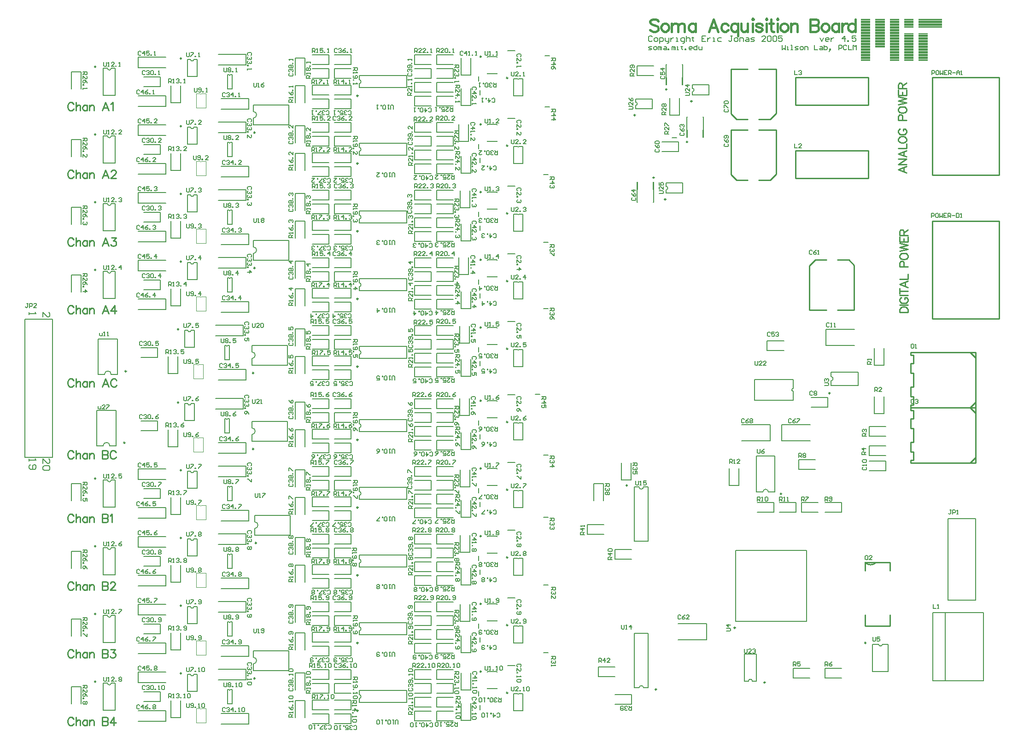
<source format=gto>
%FSLAX23Y23*%
%MOIN*%
G70*
G01*
G75*
G04 Layer_Color=65535*
%ADD10C,0.008*%
%ADD11R,0.024X0.087*%
%ADD12R,0.063X0.012*%
%ADD13R,0.063X0.012*%
%ADD14R,0.043X0.039*%
%ADD15R,0.039X0.043*%
%ADD16R,0.059X0.051*%
%ADD17R,0.057X0.022*%
%ADD18R,0.081X0.024*%
%ADD19R,0.014X0.059*%
%ADD20R,0.087X0.079*%
%ADD21R,0.061X0.012*%
%ADD22R,0.057X0.012*%
%ADD23R,0.078X0.062*%
%ADD24R,0.256X0.036*%
%ADD25R,0.015X0.060*%
%ADD26R,0.101X0.062*%
%ADD27R,0.016X0.085*%
%ADD28R,0.016X0.085*%
%ADD29R,0.087X0.024*%
%ADD30R,0.087X0.024*%
%ADD31R,0.048X0.017*%
%ADD32O,0.048X0.017*%
%ADD33R,0.061X0.016*%
%ADD34R,0.041X0.015*%
%ADD35O,0.041X0.015*%
%ADD36R,0.079X0.047*%
%ADD37R,0.031X0.142*%
%ADD38R,0.079X0.087*%
%ADD39R,0.124X0.136*%
%ADD40R,0.024X0.081*%
%ADD41R,0.012X0.061*%
%ADD42R,0.073X0.024*%
%ADD43R,0.085X0.016*%
%ADD44R,0.016X0.061*%
%ADD45R,0.091X0.059*%
%ADD46C,0.012*%
%ADD47C,0.010*%
%ADD48C,0.016*%
%ADD49C,0.050*%
%ADD50C,0.025*%
%ADD51C,0.157*%
%ADD52C,0.087*%
%ADD53C,0.020*%
%ADD54C,0.060*%
%ADD55C,0.059*%
%ADD56R,0.059X0.059*%
%ADD57C,0.170*%
%ADD58C,0.050*%
%ADD59C,0.025*%
%ADD60C,0.040*%
%ADD61C,0.010*%
%ADD62C,0.008*%
%ADD63C,0.007*%
%ADD64C,0.004*%
%ADD65C,0.004*%
D10*
X8640Y3384D02*
Y3876D01*
X9007Y3384D02*
Y3876D01*
X8640D02*
X9007D01*
X8640Y3384D02*
X9007D01*
X8730D02*
Y3876D01*
X2200Y6017D02*
Y6050D01*
X2233Y6017D01*
X2242D01*
X2250Y6025D01*
Y6042D01*
X2242Y6050D01*
X2100D02*
Y6033D01*
Y6042D01*
X2150D01*
X2142Y6050D01*
X2100Y4990D02*
Y4973D01*
Y4982D01*
X2150D01*
X2142Y4990D01*
X2108Y4948D02*
X2100Y4940D01*
Y4923D01*
X2108Y4915D01*
X2142D01*
X2150Y4923D01*
Y4940D01*
X2142Y4948D01*
X2133D01*
X2125Y4940D01*
Y4915D01*
X2200Y4957D02*
Y4990D01*
X2233Y4957D01*
X2242D01*
X2250Y4965D01*
Y4982D01*
X2242Y4990D01*
Y4940D02*
X2250Y4932D01*
Y4915D01*
X2242Y4907D01*
X2208D01*
X2200Y4915D01*
Y4932D01*
X2208Y4940D01*
X2242D01*
D47*
X8150Y4240D02*
G03*
X8230Y4240I40J40D01*
G01*
X8635Y6003D02*
Y6712D01*
X9119D01*
Y6003D02*
Y6712D01*
X8635Y6003D02*
X9119D01*
X8580Y5360D02*
X8920D01*
X8580Y5760D02*
X8920D01*
X8480Y5360D02*
Y5380D01*
X8500D01*
Y5440D01*
X8480D02*
X8500D01*
X8480D02*
Y5510D01*
X8500D01*
Y5610D01*
X8480D02*
X8500D01*
X8480D02*
Y5680D01*
X8500D01*
Y5740D01*
X8480D02*
X8500D01*
X8480D02*
Y5760D01*
X8580D01*
X8480Y5360D02*
X8590D01*
X8880D02*
X8950D01*
Y5760D01*
X8920D02*
X8950D01*
X8910Y5360D02*
X8950Y5400D01*
X8910Y5760D02*
X8950Y5720D01*
X7949Y6069D02*
X8071D01*
Y6392D01*
X8032Y6431D02*
X8071Y6392D01*
X7949Y6431D02*
X8032D01*
X7788D02*
X7871D01*
X7745Y6388D02*
X7788Y6431D01*
X7745Y6069D02*
Y6388D01*
Y6069D02*
X7871D01*
X8173Y7020D02*
Y7120D01*
X7647Y7020D02*
X8173D01*
X7647D02*
Y7220D01*
X8173D01*
Y7120D02*
Y7220D01*
X7179Y7371D02*
X7301D01*
X7179Y7048D02*
Y7371D01*
Y7048D02*
X7218Y7009D01*
X7218D02*
X7301D01*
X7379D02*
X7462D01*
X7505Y7052D01*
Y7371D01*
X7379D02*
X7505D01*
X7179Y7811D02*
X7301D01*
X7179Y7488D02*
Y7811D01*
Y7488D02*
X7218Y7449D01*
X7218D02*
X7301D01*
X7379D02*
X7462D01*
X7505Y7492D01*
Y7811D01*
X7379D02*
X7505D01*
X8173Y7550D02*
Y7650D01*
X7647Y7550D02*
X8173D01*
X7647D02*
Y7750D01*
X8173D01*
Y7650D02*
Y7750D01*
X8910Y5360D02*
X8950Y5320D01*
X8910Y4960D02*
X8950Y5000D01*
X8920Y5360D02*
X8950D01*
Y4960D02*
Y5360D01*
X8880Y4960D02*
X8950D01*
X8480D02*
X8590D01*
X8480Y5360D02*
X8580D01*
X8480Y5340D02*
Y5360D01*
Y5340D02*
X8500D01*
Y5280D02*
Y5340D01*
X8480Y5280D02*
X8500D01*
X8480Y5210D02*
Y5280D01*
Y5210D02*
X8500D01*
Y5110D02*
Y5210D01*
X8480Y5110D02*
X8500D01*
X8480Y5040D02*
Y5110D01*
Y5040D02*
X8500D01*
Y4980D02*
Y5040D01*
X8480Y4980D02*
X8500D01*
X8480Y4960D02*
Y4980D01*
X8580Y5360D02*
X8920D01*
X8580Y4960D02*
X8920D01*
X8635Y7043D02*
Y7752D01*
X9119D01*
Y7043D02*
Y7752D01*
X8635Y7043D02*
X9119D01*
X8150Y3780D02*
Y3860D01*
Y3780D02*
X8330D01*
Y3860D01*
Y4180D02*
Y4240D01*
X8150D02*
X8330D01*
X8150Y4180D02*
Y4240D01*
X2423Y7556D02*
X2420Y7561D01*
X2414Y7567D01*
X2409Y7570D01*
X2397D01*
X2391Y7567D01*
X2386Y7561D01*
X2383Y7556D01*
X2380Y7547D01*
Y7533D01*
X2383Y7524D01*
X2386Y7519D01*
X2391Y7513D01*
X2397Y7510D01*
X2409D01*
X2414Y7513D01*
X2420Y7519D01*
X2423Y7524D01*
X2440Y7570D02*
Y7510D01*
Y7539D02*
X2448Y7547D01*
X2454Y7550D01*
X2463D01*
X2468Y7547D01*
X2471Y7539D01*
Y7510D01*
X2521Y7550D02*
Y7510D01*
Y7541D02*
X2515Y7547D01*
X2510Y7550D01*
X2501D01*
X2495Y7547D01*
X2490Y7541D01*
X2487Y7533D01*
Y7527D01*
X2490Y7519D01*
X2495Y7513D01*
X2501Y7510D01*
X2510D01*
X2515Y7513D01*
X2521Y7519D01*
X2537Y7550D02*
Y7510D01*
Y7539D02*
X2546Y7547D01*
X2551Y7550D01*
X2560D01*
X2566Y7547D01*
X2569Y7539D01*
Y7510D01*
X2677D02*
X2654Y7570D01*
X2631Y7510D01*
X2640Y7530D02*
X2669D01*
X2691Y7559D02*
X2697Y7561D01*
X2705Y7570D01*
Y7510D01*
X2423Y7066D02*
X2420Y7071D01*
X2414Y7077D01*
X2409Y7080D01*
X2397D01*
X2391Y7077D01*
X2386Y7071D01*
X2383Y7066D01*
X2380Y7057D01*
Y7043D01*
X2383Y7034D01*
X2386Y7029D01*
X2391Y7023D01*
X2397Y7020D01*
X2409D01*
X2414Y7023D01*
X2420Y7029D01*
X2423Y7034D01*
X2440Y7080D02*
Y7020D01*
Y7049D02*
X2448Y7057D01*
X2454Y7060D01*
X2463D01*
X2468Y7057D01*
X2471Y7049D01*
Y7020D01*
X2521Y7060D02*
Y7020D01*
Y7051D02*
X2515Y7057D01*
X2510Y7060D01*
X2501D01*
X2495Y7057D01*
X2490Y7051D01*
X2487Y7043D01*
Y7037D01*
X2490Y7029D01*
X2495Y7023D01*
X2501Y7020D01*
X2510D01*
X2515Y7023D01*
X2521Y7029D01*
X2537Y7060D02*
Y7020D01*
Y7049D02*
X2546Y7057D01*
X2551Y7060D01*
X2560D01*
X2566Y7057D01*
X2569Y7049D01*
Y7020D01*
X2677D02*
X2654Y7080D01*
X2631Y7020D01*
X2640Y7040D02*
X2669D01*
X2694Y7066D02*
Y7069D01*
X2697Y7074D01*
X2700Y7077D01*
X2705Y7080D01*
X2717D01*
X2722Y7077D01*
X2725Y7074D01*
X2728Y7069D01*
Y7063D01*
X2725Y7057D01*
X2720Y7049D01*
X2691Y7020D01*
X2731D01*
X2423Y6576D02*
X2420Y6581D01*
X2414Y6587D01*
X2409Y6590D01*
X2397D01*
X2391Y6587D01*
X2386Y6581D01*
X2383Y6576D01*
X2380Y6567D01*
Y6553D01*
X2383Y6544D01*
X2386Y6539D01*
X2391Y6533D01*
X2397Y6530D01*
X2409D01*
X2414Y6533D01*
X2420Y6539D01*
X2423Y6544D01*
X2440Y6590D02*
Y6530D01*
Y6559D02*
X2448Y6567D01*
X2454Y6570D01*
X2463D01*
X2468Y6567D01*
X2471Y6559D01*
Y6530D01*
X2521Y6570D02*
Y6530D01*
Y6561D02*
X2515Y6567D01*
X2510Y6570D01*
X2501D01*
X2495Y6567D01*
X2490Y6561D01*
X2487Y6553D01*
Y6547D01*
X2490Y6539D01*
X2495Y6533D01*
X2501Y6530D01*
X2510D01*
X2515Y6533D01*
X2521Y6539D01*
X2537Y6570D02*
Y6530D01*
Y6559D02*
X2546Y6567D01*
X2551Y6570D01*
X2560D01*
X2566Y6567D01*
X2569Y6559D01*
Y6530D01*
X2677D02*
X2654Y6590D01*
X2631Y6530D01*
X2640Y6550D02*
X2669D01*
X2697Y6590D02*
X2728D01*
X2711Y6567D01*
X2720D01*
X2725Y6564D01*
X2728Y6561D01*
X2731Y6553D01*
Y6547D01*
X2728Y6539D01*
X2722Y6533D01*
X2714Y6530D01*
X2705D01*
X2697Y6533D01*
X2694Y6536D01*
X2691Y6541D01*
X2423Y6086D02*
X2420Y6091D01*
X2414Y6097D01*
X2409Y6100D01*
X2397D01*
X2391Y6097D01*
X2386Y6091D01*
X2383Y6086D01*
X2380Y6077D01*
Y6063D01*
X2383Y6054D01*
X2386Y6049D01*
X2391Y6043D01*
X2397Y6040D01*
X2409D01*
X2414Y6043D01*
X2420Y6049D01*
X2423Y6054D01*
X2440Y6100D02*
Y6040D01*
Y6069D02*
X2448Y6077D01*
X2454Y6080D01*
X2463D01*
X2468Y6077D01*
X2471Y6069D01*
Y6040D01*
X2521Y6080D02*
Y6040D01*
Y6071D02*
X2515Y6077D01*
X2510Y6080D01*
X2501D01*
X2495Y6077D01*
X2490Y6071D01*
X2487Y6063D01*
Y6057D01*
X2490Y6049D01*
X2495Y6043D01*
X2501Y6040D01*
X2510D01*
X2515Y6043D01*
X2521Y6049D01*
X2537Y6080D02*
Y6040D01*
Y6069D02*
X2546Y6077D01*
X2551Y6080D01*
X2560D01*
X2566Y6077D01*
X2569Y6069D01*
Y6040D01*
X2677D02*
X2654Y6100D01*
X2631Y6040D01*
X2640Y6060D02*
X2669D01*
X2720Y6100D02*
X2691Y6060D01*
X2734D01*
X2720Y6100D02*
Y6040D01*
X2423Y5556D02*
X2420Y5561D01*
X2414Y5567D01*
X2409Y5570D01*
X2397D01*
X2391Y5567D01*
X2386Y5561D01*
X2383Y5556D01*
X2380Y5547D01*
Y5533D01*
X2383Y5524D01*
X2386Y5519D01*
X2391Y5513D01*
X2397Y5510D01*
X2409D01*
X2414Y5513D01*
X2420Y5519D01*
X2423Y5524D01*
X2440Y5570D02*
Y5510D01*
Y5539D02*
X2448Y5547D01*
X2454Y5550D01*
X2463D01*
X2468Y5547D01*
X2471Y5539D01*
Y5510D01*
X2521Y5550D02*
Y5510D01*
Y5541D02*
X2515Y5547D01*
X2510Y5550D01*
X2501D01*
X2495Y5547D01*
X2490Y5541D01*
X2487Y5533D01*
Y5527D01*
X2490Y5519D01*
X2495Y5513D01*
X2501Y5510D01*
X2510D01*
X2515Y5513D01*
X2521Y5519D01*
X2537Y5550D02*
Y5510D01*
Y5539D02*
X2546Y5547D01*
X2551Y5550D01*
X2560D01*
X2566Y5547D01*
X2569Y5539D01*
Y5510D01*
X2677D02*
X2654Y5570D01*
X2631Y5510D01*
X2640Y5530D02*
X2669D01*
X2734Y5556D02*
X2731Y5561D01*
X2725Y5567D01*
X2720Y5570D01*
X2708D01*
X2703Y5567D01*
X2697Y5561D01*
X2694Y5556D01*
X2691Y5547D01*
Y5533D01*
X2694Y5524D01*
X2697Y5519D01*
X2703Y5513D01*
X2708Y5510D01*
X2720D01*
X2725Y5513D01*
X2731Y5519D01*
X2734Y5524D01*
X2423Y5036D02*
X2420Y5041D01*
X2414Y5047D01*
X2409Y5050D01*
X2397D01*
X2391Y5047D01*
X2386Y5041D01*
X2383Y5036D01*
X2380Y5027D01*
Y5013D01*
X2383Y5004D01*
X2386Y4999D01*
X2391Y4993D01*
X2397Y4990D01*
X2409D01*
X2414Y4993D01*
X2420Y4999D01*
X2423Y5004D01*
X2440Y5050D02*
Y4990D01*
Y5019D02*
X2448Y5027D01*
X2454Y5030D01*
X2463D01*
X2468Y5027D01*
X2471Y5019D01*
Y4990D01*
X2521Y5030D02*
Y4990D01*
Y5021D02*
X2515Y5027D01*
X2510Y5030D01*
X2501D01*
X2495Y5027D01*
X2490Y5021D01*
X2487Y5013D01*
Y5007D01*
X2490Y4999D01*
X2495Y4993D01*
X2501Y4990D01*
X2510D01*
X2515Y4993D01*
X2521Y4999D01*
X2537Y5030D02*
Y4990D01*
Y5019D02*
X2546Y5027D01*
X2551Y5030D01*
X2560D01*
X2566Y5027D01*
X2569Y5019D01*
Y4990D01*
X2631Y5050D02*
Y4990D01*
Y5050D02*
X2657D01*
X2666Y5047D01*
X2669Y5044D01*
X2671Y5039D01*
Y5033D01*
X2669Y5027D01*
X2666Y5024D01*
X2657Y5021D01*
X2631D02*
X2657D01*
X2666Y5019D01*
X2669Y5016D01*
X2671Y5010D01*
Y5001D01*
X2669Y4996D01*
X2666Y4993D01*
X2657Y4990D01*
X2631D01*
X2728Y5036D02*
X2725Y5041D01*
X2719Y5047D01*
X2713Y5050D01*
X2702D01*
X2696Y5047D01*
X2691Y5041D01*
X2688Y5036D01*
X2685Y5027D01*
Y5013D01*
X2688Y5004D01*
X2691Y4999D01*
X2696Y4993D01*
X2702Y4990D01*
X2713D01*
X2719Y4993D01*
X2725Y4999D01*
X2728Y5004D01*
X2423Y4576D02*
X2420Y4581D01*
X2414Y4587D01*
X2409Y4590D01*
X2397D01*
X2391Y4587D01*
X2386Y4581D01*
X2383Y4576D01*
X2380Y4567D01*
Y4553D01*
X2383Y4544D01*
X2386Y4539D01*
X2391Y4533D01*
X2397Y4530D01*
X2409D01*
X2414Y4533D01*
X2420Y4539D01*
X2423Y4544D01*
X2440Y4590D02*
Y4530D01*
Y4559D02*
X2448Y4567D01*
X2454Y4570D01*
X2463D01*
X2468Y4567D01*
X2471Y4559D01*
Y4530D01*
X2521Y4570D02*
Y4530D01*
Y4561D02*
X2515Y4567D01*
X2510Y4570D01*
X2501D01*
X2495Y4567D01*
X2490Y4561D01*
X2487Y4553D01*
Y4547D01*
X2490Y4539D01*
X2495Y4533D01*
X2501Y4530D01*
X2510D01*
X2515Y4533D01*
X2521Y4539D01*
X2537Y4570D02*
Y4530D01*
Y4559D02*
X2546Y4567D01*
X2551Y4570D01*
X2560D01*
X2566Y4567D01*
X2569Y4559D01*
Y4530D01*
X2631Y4590D02*
Y4530D01*
Y4590D02*
X2657D01*
X2666Y4587D01*
X2669Y4584D01*
X2671Y4579D01*
Y4573D01*
X2669Y4567D01*
X2666Y4564D01*
X2657Y4561D01*
X2631D02*
X2657D01*
X2666Y4559D01*
X2669Y4556D01*
X2671Y4550D01*
Y4541D01*
X2669Y4536D01*
X2666Y4533D01*
X2657Y4530D01*
X2631D01*
X2685Y4579D02*
X2691Y4581D01*
X2699Y4590D01*
Y4530D01*
X2423Y4086D02*
X2420Y4091D01*
X2414Y4097D01*
X2409Y4100D01*
X2397D01*
X2391Y4097D01*
X2386Y4091D01*
X2383Y4086D01*
X2380Y4077D01*
Y4063D01*
X2383Y4054D01*
X2386Y4049D01*
X2391Y4043D01*
X2397Y4040D01*
X2409D01*
X2414Y4043D01*
X2420Y4049D01*
X2423Y4054D01*
X2440Y4100D02*
Y4040D01*
Y4069D02*
X2448Y4077D01*
X2454Y4080D01*
X2463D01*
X2468Y4077D01*
X2471Y4069D01*
Y4040D01*
X2521Y4080D02*
Y4040D01*
Y4071D02*
X2515Y4077D01*
X2510Y4080D01*
X2501D01*
X2495Y4077D01*
X2490Y4071D01*
X2487Y4063D01*
Y4057D01*
X2490Y4049D01*
X2495Y4043D01*
X2501Y4040D01*
X2510D01*
X2515Y4043D01*
X2521Y4049D01*
X2537Y4080D02*
Y4040D01*
Y4069D02*
X2546Y4077D01*
X2551Y4080D01*
X2560D01*
X2566Y4077D01*
X2569Y4069D01*
Y4040D01*
X2631Y4100D02*
Y4040D01*
Y4100D02*
X2657D01*
X2666Y4097D01*
X2669Y4094D01*
X2671Y4089D01*
Y4083D01*
X2669Y4077D01*
X2666Y4074D01*
X2657Y4071D01*
X2631D02*
X2657D01*
X2666Y4069D01*
X2669Y4066D01*
X2671Y4060D01*
Y4051D01*
X2669Y4046D01*
X2666Y4043D01*
X2657Y4040D01*
X2631D01*
X2688Y4086D02*
Y4089D01*
X2691Y4094D01*
X2693Y4097D01*
X2699Y4100D01*
X2711D01*
X2716Y4097D01*
X2719Y4094D01*
X2722Y4089D01*
Y4083D01*
X2719Y4077D01*
X2713Y4069D01*
X2685Y4040D01*
X2725D01*
X2423Y3596D02*
X2420Y3601D01*
X2414Y3607D01*
X2409Y3610D01*
X2397D01*
X2391Y3607D01*
X2386Y3601D01*
X2383Y3596D01*
X2380Y3587D01*
Y3573D01*
X2383Y3564D01*
X2386Y3559D01*
X2391Y3553D01*
X2397Y3550D01*
X2409D01*
X2414Y3553D01*
X2420Y3559D01*
X2423Y3564D01*
X2440Y3610D02*
Y3550D01*
Y3579D02*
X2448Y3587D01*
X2454Y3590D01*
X2463D01*
X2468Y3587D01*
X2471Y3579D01*
Y3550D01*
X2521Y3590D02*
Y3550D01*
Y3581D02*
X2515Y3587D01*
X2510Y3590D01*
X2501D01*
X2495Y3587D01*
X2490Y3581D01*
X2487Y3573D01*
Y3567D01*
X2490Y3559D01*
X2495Y3553D01*
X2501Y3550D01*
X2510D01*
X2515Y3553D01*
X2521Y3559D01*
X2537Y3590D02*
Y3550D01*
Y3579D02*
X2546Y3587D01*
X2551Y3590D01*
X2560D01*
X2566Y3587D01*
X2569Y3579D01*
Y3550D01*
X2631Y3610D02*
Y3550D01*
Y3610D02*
X2657D01*
X2666Y3607D01*
X2669Y3604D01*
X2671Y3599D01*
Y3593D01*
X2669Y3587D01*
X2666Y3584D01*
X2657Y3581D01*
X2631D02*
X2657D01*
X2666Y3579D01*
X2669Y3576D01*
X2671Y3570D01*
Y3561D01*
X2669Y3556D01*
X2666Y3553D01*
X2657Y3550D01*
X2631D01*
X2691Y3610D02*
X2722D01*
X2705Y3587D01*
X2713D01*
X2719Y3584D01*
X2722Y3581D01*
X2725Y3573D01*
Y3567D01*
X2722Y3559D01*
X2716Y3553D01*
X2708Y3550D01*
X2699D01*
X2691Y3553D01*
X2688Y3556D01*
X2685Y3561D01*
X2423Y3106D02*
X2420Y3111D01*
X2414Y3117D01*
X2409Y3120D01*
X2397D01*
X2391Y3117D01*
X2386Y3111D01*
X2383Y3106D01*
X2380Y3097D01*
Y3083D01*
X2383Y3074D01*
X2386Y3069D01*
X2391Y3063D01*
X2397Y3060D01*
X2409D01*
X2414Y3063D01*
X2420Y3069D01*
X2423Y3074D01*
X2440Y3120D02*
Y3060D01*
Y3089D02*
X2448Y3097D01*
X2454Y3100D01*
X2463D01*
X2468Y3097D01*
X2471Y3089D01*
Y3060D01*
X2521Y3100D02*
Y3060D01*
Y3091D02*
X2515Y3097D01*
X2510Y3100D01*
X2501D01*
X2495Y3097D01*
X2490Y3091D01*
X2487Y3083D01*
Y3077D01*
X2490Y3069D01*
X2495Y3063D01*
X2501Y3060D01*
X2510D01*
X2515Y3063D01*
X2521Y3069D01*
X2537Y3100D02*
Y3060D01*
Y3089D02*
X2546Y3097D01*
X2551Y3100D01*
X2560D01*
X2566Y3097D01*
X2569Y3089D01*
Y3060D01*
X2631Y3120D02*
Y3060D01*
Y3120D02*
X2657D01*
X2666Y3117D01*
X2669Y3114D01*
X2671Y3109D01*
Y3103D01*
X2669Y3097D01*
X2666Y3094D01*
X2657Y3091D01*
X2631D02*
X2657D01*
X2666Y3089D01*
X2669Y3086D01*
X2671Y3080D01*
Y3071D01*
X2669Y3066D01*
X2666Y3063D01*
X2657Y3060D01*
X2631D01*
X2713Y3120D02*
X2685Y3080D01*
X2728D01*
X2713Y3120D02*
Y3060D01*
X8450Y7106D02*
X8390Y7083D01*
X8450Y7060D01*
X8430Y7069D02*
Y7097D01*
X8390Y7120D02*
X8450D01*
X8390D02*
X8450Y7160D01*
X8390D02*
X8450D01*
Y7222D02*
X8390Y7199D01*
X8450Y7176D01*
X8430Y7185D02*
Y7213D01*
X8390Y7236D02*
X8450D01*
Y7270D01*
X8390Y7294D02*
X8393Y7288D01*
X8399Y7283D01*
X8404Y7280D01*
X8413Y7277D01*
X8427D01*
X8436Y7280D01*
X8441Y7283D01*
X8447Y7288D01*
X8450Y7294D01*
Y7305D01*
X8447Y7311D01*
X8441Y7317D01*
X8436Y7320D01*
X8427Y7323D01*
X8413D01*
X8404Y7320D01*
X8399Y7317D01*
X8393Y7311D01*
X8390Y7305D01*
Y7294D01*
X8404Y7379D02*
X8399Y7377D01*
X8393Y7371D01*
X8390Y7365D01*
Y7354D01*
X8393Y7348D01*
X8399Y7342D01*
X8404Y7339D01*
X8413Y7337D01*
X8427D01*
X8436Y7339D01*
X8441Y7342D01*
X8447Y7348D01*
X8450Y7354D01*
Y7365D01*
X8447Y7371D01*
X8441Y7377D01*
X8436Y7379D01*
X8427D01*
Y7365D02*
Y7379D01*
X8421Y7440D02*
Y7466D01*
X8419Y7474D01*
X8416Y7477D01*
X8410Y7480D01*
X8401D01*
X8396Y7477D01*
X8393Y7474D01*
X8390Y7466D01*
Y7440D01*
X8450D01*
X8390Y7511D02*
X8393Y7505D01*
X8399Y7499D01*
X8404Y7496D01*
X8413Y7494D01*
X8427D01*
X8436Y7496D01*
X8441Y7499D01*
X8447Y7505D01*
X8450Y7511D01*
Y7522D01*
X8447Y7528D01*
X8441Y7534D01*
X8436Y7536D01*
X8427Y7539D01*
X8413D01*
X8404Y7536D01*
X8399Y7534D01*
X8393Y7528D01*
X8390Y7522D01*
Y7511D01*
Y7553D02*
X8450Y7568D01*
X8390Y7582D02*
X8450Y7568D01*
X8390Y7582D02*
X8450Y7596D01*
X8390Y7610D02*
X8450Y7596D01*
X8390Y7660D02*
Y7622D01*
X8450D01*
Y7660D01*
X8419Y7622D02*
Y7645D01*
X8390Y7670D02*
X8450D01*
X8390D02*
Y7695D01*
X8393Y7704D01*
X8396Y7707D01*
X8401Y7710D01*
X8407D01*
X8413Y7707D01*
X8416Y7704D01*
X8419Y7695D01*
Y7670D01*
Y7690D02*
X8450Y7710D01*
X8400Y6050D02*
X8460D01*
X8400D02*
Y6070D01*
X8403Y6079D01*
X8409Y6084D01*
X8414Y6087D01*
X8423Y6090D01*
X8437D01*
X8446Y6087D01*
X8451Y6084D01*
X8457Y6079D01*
X8460Y6070D01*
Y6050D01*
X8400Y6103D02*
X8460D01*
X8414Y6159D02*
X8409Y6156D01*
X8403Y6150D01*
X8400Y6145D01*
Y6133D01*
X8403Y6127D01*
X8409Y6122D01*
X8414Y6119D01*
X8423Y6116D01*
X8437D01*
X8446Y6119D01*
X8451Y6122D01*
X8457Y6127D01*
X8460Y6133D01*
Y6145D01*
X8457Y6150D01*
X8451Y6156D01*
X8446Y6159D01*
X8437D01*
Y6145D02*
Y6159D01*
X8400Y6173D02*
X8460D01*
X8400Y6205D02*
X8460D01*
X8400Y6185D02*
Y6225D01*
X8460Y6278D02*
X8400Y6255D01*
X8460Y6232D01*
X8440Y6241D02*
Y6269D01*
X8400Y6292D02*
X8460D01*
Y6326D01*
X8431Y6380D02*
Y6406D01*
X8429Y6414D01*
X8426Y6417D01*
X8420Y6420D01*
X8411D01*
X8406Y6417D01*
X8403Y6414D01*
X8400Y6406D01*
Y6380D01*
X8460D01*
X8400Y6450D02*
X8403Y6445D01*
X8409Y6439D01*
X8414Y6436D01*
X8423Y6433D01*
X8437D01*
X8446Y6436D01*
X8451Y6439D01*
X8457Y6445D01*
X8460Y6450D01*
Y6462D01*
X8457Y6468D01*
X8451Y6473D01*
X8446Y6476D01*
X8437Y6479D01*
X8423D01*
X8414Y6476D01*
X8409Y6473D01*
X8403Y6468D01*
X8400Y6462D01*
Y6450D01*
Y6493D02*
X8460Y6507D01*
X8400Y6522D02*
X8460Y6507D01*
X8400Y6522D02*
X8460Y6536D01*
X8400Y6550D02*
X8460Y6536D01*
X8400Y6599D02*
Y6562D01*
X8460D01*
Y6599D01*
X8429Y6562D02*
Y6585D01*
X8400Y6609D02*
X8460D01*
X8400D02*
Y6635D01*
X8403Y6644D01*
X8406Y6646D01*
X8411Y6649D01*
X8417D01*
X8423Y6646D01*
X8426Y6644D01*
X8429Y6635D01*
Y6609D01*
Y6629D02*
X8460Y6649D01*
D48*
X6654Y8159D02*
X6645Y8168D01*
X6633Y8172D01*
X6615D01*
X6603Y8168D01*
X6594Y8159D01*
Y8151D01*
X6598Y8142D01*
X6603Y8138D01*
X6611Y8133D01*
X6637Y8125D01*
X6645Y8121D01*
X6650Y8116D01*
X6654Y8108D01*
Y8095D01*
X6645Y8086D01*
X6633Y8082D01*
X6615D01*
X6603Y8086D01*
X6594Y8095D01*
X6696Y8142D02*
X6687Y8138D01*
X6678Y8129D01*
X6674Y8116D01*
Y8108D01*
X6678Y8095D01*
X6687Y8086D01*
X6696Y8082D01*
X6708D01*
X6717Y8086D01*
X6726Y8095D01*
X6730Y8108D01*
Y8116D01*
X6726Y8129D01*
X6717Y8138D01*
X6708Y8142D01*
X6696D01*
X6750D02*
Y8082D01*
Y8125D02*
X6762Y8138D01*
X6771Y8142D01*
X6784D01*
X6792Y8138D01*
X6797Y8125D01*
Y8082D01*
Y8125D02*
X6810Y8138D01*
X6818Y8142D01*
X6831D01*
X6840Y8138D01*
X6844Y8125D01*
Y8082D01*
X6924Y8142D02*
Y8082D01*
Y8129D02*
X6915Y8138D01*
X6906Y8142D01*
X6894D01*
X6885Y8138D01*
X6876Y8129D01*
X6872Y8116D01*
Y8108D01*
X6876Y8095D01*
X6885Y8086D01*
X6894Y8082D01*
X6906D01*
X6915Y8086D01*
X6924Y8095D01*
X7087Y8082D02*
X7052Y8172D01*
X7018Y8082D01*
X7031Y8112D02*
X7074D01*
X7159Y8129D02*
X7151Y8138D01*
X7142Y8142D01*
X7129D01*
X7121Y8138D01*
X7112Y8129D01*
X7108Y8116D01*
Y8108D01*
X7112Y8095D01*
X7121Y8086D01*
X7129Y8082D01*
X7142D01*
X7151Y8086D01*
X7159Y8095D01*
X7230Y8142D02*
Y8052D01*
Y8129D02*
X7221Y8138D01*
X7213Y8142D01*
X7200D01*
X7191Y8138D01*
X7183Y8129D01*
X7178Y8116D01*
Y8108D01*
X7183Y8095D01*
X7191Y8086D01*
X7200Y8082D01*
X7213D01*
X7221Y8086D01*
X7230Y8095D01*
X7254Y8142D02*
Y8099D01*
X7258Y8086D01*
X7267Y8082D01*
X7280D01*
X7288Y8086D01*
X7301Y8099D01*
Y8142D02*
Y8082D01*
X7333Y8172D02*
X7337Y8168D01*
X7342Y8172D01*
X7337Y8176D01*
X7333Y8172D01*
X7337Y8142D02*
Y8082D01*
X7405Y8129D02*
X7400Y8138D01*
X7388Y8142D01*
X7375D01*
X7362Y8138D01*
X7358Y8129D01*
X7362Y8121D01*
X7370Y8116D01*
X7392Y8112D01*
X7400Y8108D01*
X7405Y8099D01*
Y8095D01*
X7400Y8086D01*
X7388Y8082D01*
X7375D01*
X7362Y8086D01*
X7358Y8095D01*
X7432Y8172D02*
X7436Y8168D01*
X7441Y8172D01*
X7436Y8176D01*
X7432Y8172D01*
X7436Y8142D02*
Y8082D01*
X7469Y8172D02*
Y8099D01*
X7474Y8086D01*
X7482Y8082D01*
X7491D01*
X7457Y8142D02*
X7487D01*
X7512Y8172D02*
X7517Y8168D01*
X7521Y8172D01*
X7517Y8176D01*
X7512Y8172D01*
X7517Y8142D02*
Y8082D01*
X7558Y8142D02*
X7550Y8138D01*
X7541Y8129D01*
X7537Y8116D01*
Y8108D01*
X7541Y8095D01*
X7550Y8086D01*
X7558Y8082D01*
X7571D01*
X7580Y8086D01*
X7588Y8095D01*
X7592Y8108D01*
Y8116D01*
X7588Y8129D01*
X7580Y8138D01*
X7571Y8142D01*
X7558D01*
X7612D02*
Y8082D01*
Y8125D02*
X7625Y8138D01*
X7633Y8142D01*
X7646D01*
X7655Y8138D01*
X7659Y8125D01*
Y8082D01*
X7753Y8172D02*
Y8082D01*
Y8172D02*
X7792D01*
X7805Y8168D01*
X7809Y8163D01*
X7813Y8155D01*
Y8146D01*
X7809Y8138D01*
X7805Y8133D01*
X7792Y8129D01*
X7753D02*
X7792D01*
X7805Y8125D01*
X7809Y8121D01*
X7813Y8112D01*
Y8099D01*
X7809Y8091D01*
X7805Y8086D01*
X7792Y8082D01*
X7753D01*
X7855Y8142D02*
X7846Y8138D01*
X7838Y8129D01*
X7834Y8116D01*
Y8108D01*
X7838Y8095D01*
X7846Y8086D01*
X7855Y8082D01*
X7868D01*
X7876Y8086D01*
X7885Y8095D01*
X7889Y8108D01*
Y8116D01*
X7885Y8129D01*
X7876Y8138D01*
X7868Y8142D01*
X7855D01*
X7960D02*
Y8082D01*
Y8129D02*
X7952Y8138D01*
X7943Y8142D01*
X7930D01*
X7922Y8138D01*
X7913Y8129D01*
X7909Y8116D01*
Y8108D01*
X7913Y8095D01*
X7922Y8086D01*
X7930Y8082D01*
X7943D01*
X7952Y8086D01*
X7960Y8095D01*
X7984Y8142D02*
Y8082D01*
Y8116D02*
X7989Y8129D01*
X7997Y8138D01*
X8006Y8142D01*
X8019D01*
X8078Y8172D02*
Y8082D01*
Y8129D02*
X8070Y8138D01*
X8061Y8142D01*
X8048D01*
X8040Y8138D01*
X8031Y8129D01*
X8027Y8116D01*
Y8108D01*
X8031Y8095D01*
X8040Y8086D01*
X8048Y8082D01*
X8061D01*
X8070Y8086D01*
X8078Y8095D01*
D61*
X4481Y5658D02*
G03*
X4481Y5658I-5J0D01*
G01*
X5564Y5787D02*
G03*
X5564Y5787I-5J0D01*
G01*
X5372Y3451D02*
G03*
X5372Y3451I-5J0D01*
G01*
X5564Y3297D02*
G03*
X5564Y3297I-5J0D01*
G01*
X5372Y3941D02*
G03*
X5372Y3941I-5J0D01*
G01*
X5564Y3787D02*
G03*
X5564Y3787I-5J0D01*
G01*
X5372Y4431D02*
G03*
X5372Y4431I-5J0D01*
G01*
X5564Y4277D02*
G03*
X5564Y4277I-5J0D01*
G01*
X5372Y4921D02*
G03*
X5372Y4921I-5J0D01*
G01*
X5564Y4767D02*
G03*
X5564Y4767I-5J0D01*
G01*
X5372Y5411D02*
G03*
X5372Y5411I-5J0D01*
G01*
X5564Y5257D02*
G03*
X5564Y5257I-5J0D01*
G01*
X5372Y5941D02*
G03*
X5372Y5941I-5J0D01*
G01*
Y6431D02*
G03*
X5372Y6431I-5J0D01*
G01*
X5564Y6277D02*
G03*
X5564Y6277I-5J0D01*
G01*
X5372Y6921D02*
G03*
X5372Y6921I-5J0D01*
G01*
X5564Y6767D02*
G03*
X5564Y6767I-5J0D01*
G01*
X5372Y7411D02*
G03*
X5372Y7411I-5J0D01*
G01*
X5564Y7257D02*
G03*
X5564Y7257I-5J0D01*
G01*
X5372Y7901D02*
G03*
X5372Y7901I-5J0D01*
G01*
X5564Y7747D02*
G03*
X5564Y7747I-5J0D01*
G01*
X3726Y5611D02*
G03*
X3726Y5611I-5J0D01*
G01*
X7427Y3372D02*
G03*
X7427Y3372I-5J0D01*
G01*
X3203Y3438D02*
G03*
X3203Y3438I-5J0D01*
G01*
Y3928D02*
G03*
X3203Y3928I-5J0D01*
G01*
Y4418D02*
G03*
X3203Y4418I-5J0D01*
G01*
Y4908D02*
G03*
X3203Y4908I-5J0D01*
G01*
X3183Y5398D02*
G03*
X3183Y5398I-5J0D01*
G01*
Y5928D02*
G03*
X3183Y5928I-5J0D01*
G01*
X3203Y6418D02*
G03*
X3203Y6418I-5J0D01*
G01*
Y6908D02*
G03*
X3203Y6908I-5J0D01*
G01*
Y7398D02*
G03*
X3203Y7398I-5J0D01*
G01*
Y7888D02*
G03*
X3203Y7888I-5J0D01*
G01*
X2583Y3378D02*
G03*
X2583Y3378I-5J0D01*
G01*
Y3868D02*
G03*
X2583Y3868I-5J0D01*
G01*
Y4358D02*
G03*
X2583Y4358I-5J0D01*
G01*
Y4848D02*
G03*
X2583Y4848I-5J0D01*
G01*
Y6358D02*
G03*
X2583Y6358I-5J0D01*
G01*
Y6848D02*
G03*
X2583Y6848I-5J0D01*
G01*
Y7338D02*
G03*
X2583Y7338I-5J0D01*
G01*
Y7828D02*
G03*
X2583Y7828I-5J0D01*
G01*
X4481Y3168D02*
G03*
X4481Y3168I-5J0D01*
G01*
Y3658D02*
G03*
X4481Y3658I-5J0D01*
G01*
Y4148D02*
G03*
X4481Y4148I-5J0D01*
G01*
Y4638D02*
G03*
X4481Y4638I-5J0D01*
G01*
Y5128D02*
G03*
X4481Y5128I-5J0D01*
G01*
Y6148D02*
G03*
X4481Y6148I-5J0D01*
G01*
Y7128D02*
G03*
X4481Y7128I-5J0D01*
G01*
X3746Y4381D02*
G03*
X3746Y4381I-5J0D01*
G01*
X3736Y3401D02*
G03*
X3736Y3401I-5J0D01*
G01*
Y6371D02*
G03*
X3736Y6371I-5J0D01*
G01*
X6430Y4798D02*
G03*
X6430Y4798I-5J0D01*
G01*
X6640Y3322D02*
G03*
X6640Y3322I-5J0D01*
G01*
X7546Y4737D02*
G03*
X7546Y4737I-5J0D01*
G01*
X7896Y5465D02*
G03*
X7896Y5465I-5J0D01*
G01*
X7211Y3768D02*
G03*
X7211Y3768I-5J0D01*
G01*
X8156Y3658D02*
G03*
X8156Y3658I-5J0D01*
G01*
X2804Y5624D02*
G03*
X2804Y5624I-5J0D01*
G01*
X4481Y7618D02*
G03*
X4481Y7618I-5J0D01*
G01*
X3726Y5061D02*
G03*
X3726Y5061I-5J0D01*
G01*
X3736Y7351D02*
G03*
X3736Y7351I-5J0D01*
G01*
X6487Y7478D02*
G03*
X6487Y7478I-5J0D01*
G01*
X2794Y5107D02*
G03*
X2794Y5107I-5J0D01*
G01*
X4481Y6638D02*
G03*
X4481Y6638I-5J0D01*
G01*
X6624Y7026D02*
G03*
X6624Y7026I-5J0D01*
G01*
X6866Y7284D02*
G03*
X6866Y7284I-5J0D01*
G01*
X6716Y7664D02*
G03*
X6716Y7664I-5J0D01*
G01*
X6708Y6868D02*
G03*
X6708Y6868I-5J0D01*
G01*
X6898Y7578D02*
G03*
X6898Y7578I-5J0D01*
G01*
D62*
X4488Y5746D02*
G03*
X4488Y5774I0J14D01*
G01*
X5635Y5782D02*
G03*
X5645Y5782I5J0D01*
G01*
X5635Y3292D02*
G03*
X5645Y3292I5J0D01*
G01*
X5635Y3782D02*
G03*
X5645Y3782I5J0D01*
G01*
X5635Y4272D02*
G03*
X5645Y4272I5J0D01*
G01*
X5635Y4762D02*
G03*
X5645Y4762I5J0D01*
G01*
X5635Y5252D02*
G03*
X5645Y5252I5J0D01*
G01*
X5635Y6272D02*
G03*
X5645Y6272I5J0D01*
G01*
X5635Y6762D02*
G03*
X5645Y6762I5J0D01*
G01*
X5635Y7252D02*
G03*
X5645Y7252I5J0D01*
G01*
X5635Y7742D02*
G03*
X5645Y7742I5J0D01*
G01*
X3712Y5716D02*
G03*
X3712Y5764I0J24D01*
G01*
X7334Y3382D02*
G03*
X7306Y3382I-14J0D01*
G01*
X3268Y3431D02*
G03*
X3292Y3431I12J0D01*
G01*
X3268Y3921D02*
G03*
X3292Y3921I12J0D01*
G01*
X3268Y4411D02*
G03*
X3292Y4411I12J0D01*
G01*
X3268Y4901D02*
G03*
X3292Y4901I12J0D01*
G01*
X3248Y5391D02*
G03*
X3272Y5391I12J0D01*
G01*
X3248Y5921D02*
G03*
X3272Y5921I12J0D01*
G01*
X3268Y6411D02*
G03*
X3292Y6411I12J0D01*
G01*
X3268Y6901D02*
G03*
X3292Y6901I12J0D01*
G01*
X3268Y7391D02*
G03*
X3292Y7391I12J0D01*
G01*
X3268Y7881D02*
G03*
X3292Y7881I12J0D01*
G01*
X2666Y3368D02*
G03*
X2694Y3368I14J0D01*
G01*
X2666Y3858D02*
G03*
X2694Y3858I14J0D01*
G01*
X2666Y4348D02*
G03*
X2694Y4348I14J0D01*
G01*
X2666Y4838D02*
G03*
X2694Y4838I14J0D01*
G01*
X2666Y6348D02*
G03*
X2694Y6348I14J0D01*
G01*
X2666Y6838D02*
G03*
X2694Y6838I14J0D01*
G01*
X2666Y7328D02*
G03*
X2694Y7328I14J0D01*
G01*
X2666Y7818D02*
G03*
X2694Y7818I14J0D01*
G01*
X4488Y3256D02*
G03*
X4488Y3284I0J14D01*
G01*
Y3746D02*
G03*
X4488Y3774I0J14D01*
G01*
Y4236D02*
G03*
X4488Y4264I0J14D01*
G01*
Y4726D02*
G03*
X4488Y4754I0J14D01*
G01*
Y5216D02*
G03*
X4488Y5244I0J14D01*
G01*
Y6236D02*
G03*
X4488Y6264I0J14D01*
G01*
Y7216D02*
G03*
X4488Y7244I0J14D01*
G01*
X3732Y4486D02*
G03*
X3732Y4534I0J24D01*
G01*
X3722Y3506D02*
G03*
X3722Y3554I0J24D01*
G01*
Y6476D02*
G03*
X3722Y6524I0J24D01*
G01*
X6514Y4787D02*
G03*
X6546Y4787I16J0D01*
G01*
Y3333D02*
G03*
X6514Y3333I-16J0D01*
G01*
X7450Y4750D02*
G03*
X7410Y4750I-20J0D01*
G01*
X7902Y5554D02*
G03*
X7902Y5586I0J16D01*
G01*
X8248Y3648D02*
G03*
X8273Y3648I13J0D01*
G01*
X2694Y5602D02*
G03*
X2646Y5602I-24J0D01*
G01*
X4488Y7706D02*
G03*
X4488Y7734I0J14D01*
G01*
X3712Y5166D02*
G03*
X3712Y5214I0J24D01*
G01*
X3722Y7456D02*
G03*
X3722Y7504I0J24D01*
G01*
X6489Y7548D02*
G03*
X6489Y7572I0J12D01*
G01*
X2684Y5085D02*
G03*
X2636Y5085I-24J0D01*
G01*
X4488Y6726D02*
G03*
X4488Y6754I0J14D01*
G01*
X6710Y6938D02*
G03*
X6710Y6962I0J12D01*
G01*
X6900Y7648D02*
G03*
X6900Y7672I0J12D01*
G01*
X4488Y5717D02*
Y5746D01*
Y5774D02*
Y5803D01*
X4832Y5717D02*
Y5803D01*
X4488Y5717D02*
X4832D01*
X4488Y5803D02*
X4832D01*
X5607Y5658D02*
Y5782D01*
Y5658D02*
X5673D01*
Y5782D01*
X5645D02*
X5673D01*
X5607D02*
X5635D01*
X5363Y5664D02*
Y5696D01*
X6185Y4811D02*
X6255D01*
X6185Y4689D02*
Y4811D01*
X6255Y4689D02*
Y4811D01*
X5564Y7945D02*
X5616D01*
X5415Y3329D02*
X5485D01*
X5415Y3451D02*
X5485D01*
Y3449D02*
Y3451D01*
X5415Y3449D02*
Y3451D01*
X5485Y3329D02*
Y3331D01*
X5415Y3329D02*
Y3331D01*
X5564Y3495D02*
X5616D01*
X5353Y3274D02*
Y3306D01*
X5607Y3168D02*
Y3292D01*
Y3168D02*
X5673D01*
Y3292D01*
X5645D02*
X5673D01*
X5607D02*
X5635D01*
X5363Y3174D02*
Y3206D01*
X5415Y3819D02*
X5485D01*
X5415Y3941D02*
X5485D01*
Y3939D02*
Y3941D01*
X5415Y3939D02*
Y3941D01*
X5485Y3819D02*
Y3821D01*
X5415Y3819D02*
Y3821D01*
X5564Y3985D02*
X5616D01*
X5353Y3764D02*
Y3796D01*
X5607Y3658D02*
Y3782D01*
Y3658D02*
X5673D01*
Y3782D01*
X5645D02*
X5673D01*
X5607D02*
X5635D01*
X5363Y3664D02*
Y3696D01*
X5415Y4309D02*
X5485D01*
X5415Y4431D02*
X5485D01*
Y4429D02*
Y4431D01*
X5415Y4429D02*
Y4431D01*
X5485Y4309D02*
Y4311D01*
X5415Y4309D02*
Y4311D01*
X5564Y4475D02*
X5616D01*
X5353Y4254D02*
Y4286D01*
X5607Y4148D02*
Y4272D01*
Y4148D02*
X5673D01*
Y4272D01*
X5645D02*
X5673D01*
X5607D02*
X5635D01*
X5363Y4154D02*
Y4186D01*
X5415Y4799D02*
X5485D01*
X5415Y4921D02*
X5485D01*
Y4919D02*
Y4921D01*
X5415Y4919D02*
Y4921D01*
X5485Y4799D02*
Y4801D01*
X5415Y4799D02*
Y4801D01*
X5564Y4965D02*
X5616D01*
X5353Y4744D02*
Y4776D01*
X5607Y4638D02*
Y4762D01*
Y4638D02*
X5673D01*
Y4762D01*
X5645D02*
X5673D01*
X5607D02*
X5635D01*
X5363Y4644D02*
Y4676D01*
X5415Y5289D02*
X5485D01*
X5415Y5411D02*
X5485D01*
Y5409D02*
Y5411D01*
X5415Y5409D02*
Y5411D01*
X5485Y5289D02*
Y5291D01*
X5415Y5289D02*
Y5291D01*
X5564Y5455D02*
X5616D01*
X5353Y5234D02*
Y5266D01*
X5607Y5128D02*
Y5252D01*
Y5128D02*
X5673D01*
Y5252D01*
X5645D02*
X5673D01*
X5607D02*
X5635D01*
X5363Y5134D02*
Y5166D01*
X5415Y5819D02*
X5485D01*
X5415Y5941D02*
X5485D01*
Y5939D02*
Y5941D01*
X5415Y5939D02*
Y5941D01*
X5485Y5819D02*
Y5821D01*
X5415Y5819D02*
Y5821D01*
X5564Y5985D02*
X5616D01*
X5353Y5764D02*
Y5796D01*
X5415Y6309D02*
X5485D01*
X5415Y6431D02*
X5485D01*
Y6429D02*
Y6431D01*
X5415Y6429D02*
Y6431D01*
X5485Y6309D02*
Y6311D01*
X5415Y6309D02*
Y6311D01*
X5564Y6475D02*
X5616D01*
X5353Y6254D02*
Y6286D01*
X5607Y6148D02*
Y6272D01*
Y6148D02*
X5673D01*
Y6272D01*
X5645D02*
X5673D01*
X5607D02*
X5635D01*
X5363Y6154D02*
Y6186D01*
X5415Y6799D02*
X5485D01*
X5415Y6921D02*
X5485D01*
Y6919D02*
Y6921D01*
X5415Y6919D02*
Y6921D01*
X5485Y6799D02*
Y6801D01*
X5415Y6799D02*
Y6801D01*
X5564Y6965D02*
X5616D01*
X5353Y6744D02*
Y6776D01*
X5607Y6638D02*
Y6762D01*
Y6638D02*
X5673D01*
Y6762D01*
X5645D02*
X5673D01*
X5607D02*
X5635D01*
X5363Y6644D02*
Y6676D01*
X5415Y7289D02*
X5485D01*
X5415Y7411D02*
X5485D01*
Y7409D02*
Y7411D01*
X5415Y7409D02*
Y7411D01*
X5485Y7289D02*
Y7291D01*
X5415Y7289D02*
Y7291D01*
X5564Y7455D02*
X5616D01*
X5353Y7234D02*
Y7266D01*
X5607Y7128D02*
Y7252D01*
Y7128D02*
X5673D01*
Y7252D01*
X5645D02*
X5673D01*
X5607D02*
X5635D01*
X5363Y7134D02*
Y7166D01*
X5415Y7779D02*
X5485D01*
X5415Y7901D02*
X5485D01*
Y7899D02*
Y7901D01*
X5415Y7899D02*
Y7901D01*
X5485Y7779D02*
Y7781D01*
X5415Y7779D02*
Y7781D01*
X5353Y7724D02*
Y7756D01*
X5607Y7618D02*
Y7742D01*
Y7618D02*
X5673D01*
Y7742D01*
X5645D02*
X5673D01*
X5607D02*
X5635D01*
X5363Y7624D02*
Y7656D01*
X5834Y7907D02*
X5866D01*
X5764Y5457D02*
X5796D01*
X5834Y7537D02*
X5866D01*
X5824Y7047D02*
X5856D01*
X5824Y6557D02*
X5856D01*
X5824Y6077D02*
X5856D01*
X5824Y5017D02*
X5856D01*
X5824Y4567D02*
X5856D01*
X5824Y4077D02*
X5856D01*
X5824Y3587D02*
X5856D01*
X6385Y4839D02*
Y4961D01*
X6455Y4839D02*
Y4961D01*
X6385Y4839D02*
X6455D01*
X6339Y3215D02*
X6461D01*
X6339Y3285D02*
X6461D01*
Y3215D02*
Y3285D01*
X6339Y4335D02*
X6461D01*
X6339Y4265D02*
X6461D01*
X6339D02*
Y4335D01*
X6139Y4515D02*
X6261D01*
X6139Y4445D02*
X6261D01*
X6139D02*
Y4515D01*
X6219Y3485D02*
X6341D01*
X6219Y3415D02*
X6341D01*
X6219D02*
Y3485D01*
X3712Y5669D02*
Y5716D01*
Y5764D02*
Y5811D01*
X3968Y5669D02*
Y5811D01*
X3712Y5669D02*
X3968D01*
X3712Y5811D02*
X3968D01*
X7277Y3382D02*
Y3578D01*
X7363Y3382D02*
Y3578D01*
X7277D02*
X7363D01*
X7277Y3382D02*
X7306D01*
X7334D02*
X7363D01*
X8179Y5015D02*
Y5085D01*
Y5015D02*
X8301D01*
X8179Y5085D02*
X8301D01*
X3245Y3431D02*
X3268D01*
X3292D02*
X3315D01*
X3245Y3309D02*
X3315D01*
X3245D02*
Y3431D01*
X3315Y3309D02*
Y3431D01*
X2929Y3235D02*
X3051D01*
X2929Y3305D02*
X3051D01*
Y3235D02*
Y3305D01*
X3125Y3119D02*
Y3241D01*
X3195Y3119D02*
Y3241D01*
X3125Y3119D02*
X3195D01*
X3469Y3391D02*
X3670D01*
X3469Y3469D02*
X3670D01*
Y3391D02*
Y3469D01*
X3489Y3071D02*
X3690D01*
X3489Y3149D02*
X3690D01*
Y3071D02*
Y3149D01*
X3245Y3921D02*
X3268D01*
X3292D02*
X3315D01*
X3245Y3799D02*
X3315D01*
X3245D02*
Y3921D01*
X3315Y3799D02*
Y3921D01*
X2929Y3725D02*
X3051D01*
X2929Y3795D02*
X3051D01*
Y3725D02*
Y3795D01*
X3125Y3609D02*
Y3731D01*
X3195Y3609D02*
Y3731D01*
X3125Y3609D02*
X3195D01*
X3469Y3881D02*
X3670D01*
X3469Y3959D02*
X3670D01*
Y3881D02*
Y3959D01*
X3489Y3561D02*
X3690D01*
X3489Y3639D02*
X3690D01*
Y3561D02*
Y3639D01*
X3245Y4411D02*
X3268D01*
X3292D02*
X3315D01*
X3245Y4289D02*
X3315D01*
X3245D02*
Y4411D01*
X3315Y4289D02*
Y4411D01*
X2929Y4215D02*
X3051D01*
X2929Y4285D02*
X3051D01*
Y4215D02*
Y4285D01*
X3125Y4099D02*
Y4221D01*
X3195Y4099D02*
Y4221D01*
X3125Y4099D02*
X3195D01*
X3469Y4371D02*
X3670D01*
X3469Y4449D02*
X3670D01*
Y4371D02*
Y4449D01*
X3489Y4051D02*
X3690D01*
X3489Y4129D02*
X3690D01*
Y4051D02*
Y4129D01*
X3245Y4901D02*
X3268D01*
X3292D02*
X3315D01*
X3245Y4779D02*
X3315D01*
X3245D02*
Y4901D01*
X3315Y4779D02*
Y4901D01*
X2929Y4705D02*
X3051D01*
X2929Y4775D02*
X3051D01*
Y4705D02*
Y4775D01*
X3125Y4589D02*
Y4711D01*
X3195Y4589D02*
Y4711D01*
X3125Y4589D02*
X3195D01*
X3469Y4861D02*
X3670D01*
X3469Y4939D02*
X3670D01*
Y4861D02*
Y4939D01*
X3489Y4541D02*
X3690D01*
X3489Y4619D02*
X3690D01*
Y4541D02*
Y4619D01*
X3225Y5391D02*
X3248D01*
X3272D02*
X3295D01*
X3225Y5269D02*
X3295D01*
X3225D02*
Y5391D01*
X3295Y5269D02*
Y5391D01*
X2909Y5195D02*
X3031D01*
X2909Y5265D02*
X3031D01*
Y5195D02*
Y5265D01*
X3105Y5079D02*
Y5201D01*
X3175Y5079D02*
Y5201D01*
X3105Y5079D02*
X3175D01*
X3449Y5351D02*
X3650D01*
X3449Y5429D02*
X3650D01*
Y5351D02*
Y5429D01*
X3469Y5031D02*
X3670D01*
X3469Y5109D02*
X3670D01*
Y5031D02*
Y5109D01*
X3225Y5921D02*
X3248D01*
X3272D02*
X3295D01*
X3225Y5799D02*
X3295D01*
X3225D02*
Y5921D01*
X3295Y5799D02*
Y5921D01*
X2909Y5725D02*
X3031D01*
X2909Y5795D02*
X3031D01*
Y5725D02*
Y5795D01*
X3105Y5609D02*
Y5731D01*
X3175Y5609D02*
Y5731D01*
X3105Y5609D02*
X3175D01*
X3449Y5881D02*
X3650D01*
X3449Y5959D02*
X3650D01*
Y5881D02*
Y5959D01*
X3469Y5561D02*
X3670D01*
X3469Y5639D02*
X3670D01*
Y5561D02*
Y5639D01*
X3245Y6411D02*
X3268D01*
X3292D02*
X3315D01*
X3245Y6289D02*
X3315D01*
X3245D02*
Y6411D01*
X3315Y6289D02*
Y6411D01*
X2929Y6215D02*
X3051D01*
X2929Y6285D02*
X3051D01*
Y6215D02*
Y6285D01*
X3125Y6099D02*
Y6221D01*
X3195Y6099D02*
Y6221D01*
X3125Y6099D02*
X3195D01*
X3469Y6371D02*
X3670D01*
X3469Y6449D02*
X3670D01*
Y6371D02*
Y6449D01*
X3489Y6051D02*
X3690D01*
X3489Y6129D02*
X3690D01*
Y6051D02*
Y6129D01*
X3245Y6901D02*
X3268D01*
X3292D02*
X3315D01*
X3245Y6779D02*
X3315D01*
X3245D02*
Y6901D01*
X3315Y6779D02*
Y6901D01*
X2929Y6705D02*
X3051D01*
X2929Y6775D02*
X3051D01*
Y6705D02*
Y6775D01*
X3125Y6589D02*
Y6711D01*
X3195Y6589D02*
Y6711D01*
X3125Y6589D02*
X3195D01*
X3469Y6861D02*
X3670D01*
X3469Y6939D02*
X3670D01*
Y6861D02*
Y6939D01*
X3489Y6541D02*
X3690D01*
X3489Y6619D02*
X3690D01*
Y6541D02*
Y6619D01*
X3245Y7391D02*
X3268D01*
X3292D02*
X3315D01*
X3245Y7269D02*
X3315D01*
X3245D02*
Y7391D01*
X3315Y7269D02*
Y7391D01*
X2929Y7195D02*
X3051D01*
X2929Y7265D02*
X3051D01*
Y7195D02*
Y7265D01*
X3125Y7079D02*
Y7201D01*
X3195Y7079D02*
Y7201D01*
X3125Y7079D02*
X3195D01*
X3469Y7351D02*
X3670D01*
X3469Y7429D02*
X3670D01*
Y7351D02*
Y7429D01*
X3489Y7031D02*
X3690D01*
X3489Y7109D02*
X3690D01*
Y7031D02*
Y7109D01*
X3245Y7881D02*
X3268D01*
X3292D02*
X3315D01*
X3245Y7759D02*
X3315D01*
X3245D02*
Y7881D01*
X3315Y7759D02*
Y7881D01*
X2929Y7685D02*
X3051D01*
X2929Y7755D02*
X3051D01*
Y7685D02*
Y7755D01*
X3125Y7569D02*
Y7691D01*
X3195Y7569D02*
Y7691D01*
X3125Y7569D02*
X3195D01*
X3469Y7841D02*
X3670D01*
X3469Y7919D02*
X3670D01*
Y7841D02*
Y7919D01*
X3489Y7521D02*
X3690D01*
X3489Y7599D02*
X3690D01*
Y7521D02*
Y7599D01*
X2890Y3449D02*
X3091D01*
X2890Y3371D02*
X3091D01*
X2890D02*
Y3449D01*
X2637Y3368D02*
X2666D01*
X2694D02*
X2723D01*
X2637Y3172D02*
X2723D01*
X2637D02*
Y3368D01*
X2723Y3172D02*
Y3368D01*
X2475Y3219D02*
Y3341D01*
X2405Y3219D02*
Y3341D01*
X2475D01*
X2889Y3091D02*
X3090D01*
X2889Y3169D02*
X3090D01*
Y3091D02*
Y3169D01*
X2890Y3939D02*
X3091D01*
X2890Y3861D02*
X3091D01*
X2890D02*
Y3939D01*
X2637Y3858D02*
X2666D01*
X2694D02*
X2723D01*
X2637Y3662D02*
X2723D01*
X2637D02*
Y3858D01*
X2723Y3662D02*
Y3858D01*
X2475Y3709D02*
Y3831D01*
X2405Y3709D02*
Y3831D01*
X2475D01*
X2889Y3581D02*
X3090D01*
X2889Y3659D02*
X3090D01*
Y3581D02*
Y3659D01*
X2890Y4429D02*
X3091D01*
X2890Y4351D02*
X3091D01*
X2890D02*
Y4429D01*
X2637Y4348D02*
X2666D01*
X2694D02*
X2723D01*
X2637Y4152D02*
X2723D01*
X2637D02*
Y4348D01*
X2723Y4152D02*
Y4348D01*
X2475Y4199D02*
Y4321D01*
X2405Y4199D02*
Y4321D01*
X2475D01*
X2889Y4071D02*
X3090D01*
X2889Y4149D02*
X3090D01*
Y4071D02*
Y4149D01*
X2890Y4919D02*
X3091D01*
X2890Y4841D02*
X3091D01*
X2890D02*
Y4919D01*
X2637Y4838D02*
X2666D01*
X2694D02*
X2723D01*
X2637Y4642D02*
X2723D01*
X2637D02*
Y4838D01*
X2723Y4642D02*
Y4838D01*
X2475Y4689D02*
Y4811D01*
X2405Y4689D02*
Y4811D01*
X2475D01*
X2889Y4561D02*
X3090D01*
X2889Y4639D02*
X3090D01*
Y4561D02*
Y4639D01*
X2890Y6429D02*
X3091D01*
X2890Y6351D02*
X3091D01*
X2890D02*
Y6429D01*
X2637Y6348D02*
X2666D01*
X2694D02*
X2723D01*
X2637Y6152D02*
X2723D01*
X2637D02*
Y6348D01*
X2723Y6152D02*
Y6348D01*
X2475Y6199D02*
Y6321D01*
X2405Y6199D02*
Y6321D01*
X2475D01*
X2889Y6071D02*
X3090D01*
X2889Y6149D02*
X3090D01*
Y6071D02*
Y6149D01*
X2890Y6919D02*
X3091D01*
X2890Y6841D02*
X3091D01*
X2890D02*
Y6919D01*
X2637Y6838D02*
X2666D01*
X2694D02*
X2723D01*
X2637Y6642D02*
X2723D01*
X2637D02*
Y6838D01*
X2723Y6642D02*
Y6838D01*
X2475Y6689D02*
Y6811D01*
X2405Y6689D02*
Y6811D01*
X2475D01*
X2889Y6561D02*
X3090D01*
X2889Y6639D02*
X3090D01*
Y6561D02*
Y6639D01*
X2890Y7409D02*
X3091D01*
X2890Y7331D02*
X3091D01*
X2890D02*
Y7409D01*
X2637Y7328D02*
X2666D01*
X2694D02*
X2723D01*
X2637Y7132D02*
X2723D01*
X2637D02*
Y7328D01*
X2723Y7132D02*
Y7328D01*
X2475Y7179D02*
Y7301D01*
X2405Y7179D02*
Y7301D01*
X2475D01*
X2889Y7051D02*
X3090D01*
X2889Y7129D02*
X3090D01*
Y7051D02*
Y7129D01*
X2890Y7899D02*
X3091D01*
X2890Y7821D02*
X3091D01*
X2890D02*
Y7899D01*
X2637Y7818D02*
X2666D01*
X2694D02*
X2723D01*
X2637Y7622D02*
X2723D01*
X2637D02*
Y7818D01*
X2723Y7622D02*
Y7818D01*
X2475Y7669D02*
Y7791D01*
X2405Y7669D02*
Y7791D01*
X2475D01*
X2889Y7541D02*
X3090D01*
X2889Y7619D02*
X3090D01*
Y7541D02*
Y7619D01*
X4309Y3175D02*
X4431D01*
X4309Y3245D02*
X4431D01*
Y3175D02*
Y3245D01*
X4149Y3395D02*
X4271D01*
X4149Y3465D02*
X4271D01*
Y3395D02*
Y3465D01*
X4309Y3075D02*
X4431D01*
X4309Y3145D02*
X4431D01*
Y3075D02*
Y3145D01*
X4309Y3395D02*
X4431D01*
X4309Y3465D02*
X4431D01*
Y3395D02*
Y3465D01*
X4488Y3313D02*
X4832D01*
X4488Y3227D02*
X4832D01*
Y3313D01*
X4488Y3284D02*
Y3313D01*
Y3227D02*
Y3256D01*
X4149Y3245D02*
X4271D01*
X4149Y3175D02*
X4271D01*
X4149D02*
Y3245D01*
X4095Y3119D02*
Y3241D01*
X4025Y3119D02*
Y3241D01*
X4095D01*
X4309Y3365D02*
X4431D01*
X4309Y3295D02*
X4431D01*
X4309D02*
Y3365D01*
X4149Y3295D02*
X4271D01*
X4149Y3365D02*
X4271D01*
Y3295D02*
Y3365D01*
X4149Y3075D02*
X4271D01*
X4149Y3145D02*
X4271D01*
Y3075D02*
Y3145D01*
X4095Y3319D02*
Y3441D01*
X4025Y3319D02*
Y3441D01*
X4095D01*
X5049Y3465D02*
X5171D01*
X5049Y3395D02*
X5171D01*
X5049D02*
Y3465D01*
X4889Y3265D02*
X5011D01*
X4889Y3195D02*
X5011D01*
X4889D02*
Y3265D01*
X4889Y3295D02*
X5011D01*
X4889Y3365D02*
X5011D01*
Y3295D02*
Y3365D01*
X4889Y3165D02*
X5011D01*
X4889Y3095D02*
X5011D01*
X4889D02*
Y3165D01*
X5049Y3295D02*
X5171D01*
X5049Y3365D02*
X5171D01*
Y3295D02*
Y3365D01*
X4889Y3465D02*
X5011D01*
X4889Y3395D02*
X5011D01*
X4889D02*
Y3465D01*
X5049Y3165D02*
X5171D01*
X5049Y3095D02*
X5171D01*
X5049D02*
Y3165D01*
Y3265D02*
X5171D01*
X5049Y3195D02*
X5171D01*
X5049D02*
Y3265D01*
X5225Y3319D02*
Y3441D01*
X5295Y3319D02*
Y3441D01*
X5225Y3319D02*
X5295D01*
X5225Y3099D02*
Y3221D01*
X5295Y3099D02*
Y3221D01*
X5225Y3099D02*
X5295D01*
X4309Y3665D02*
X4431D01*
X4309Y3735D02*
X4431D01*
Y3665D02*
Y3735D01*
X4149Y3885D02*
X4271D01*
X4149Y3955D02*
X4271D01*
Y3885D02*
Y3955D01*
X4309Y3565D02*
X4431D01*
X4309Y3635D02*
X4431D01*
Y3565D02*
Y3635D01*
X4309Y3885D02*
X4431D01*
X4309Y3955D02*
X4431D01*
Y3885D02*
Y3955D01*
X4488Y3803D02*
X4832D01*
X4488Y3717D02*
X4832D01*
Y3803D01*
X4488Y3774D02*
Y3803D01*
Y3717D02*
Y3746D01*
X4149Y3735D02*
X4271D01*
X4149Y3665D02*
X4271D01*
X4149D02*
Y3735D01*
X4095Y3609D02*
Y3731D01*
X4025Y3609D02*
Y3731D01*
X4095D01*
X4309Y3855D02*
X4431D01*
X4309Y3785D02*
X4431D01*
X4309D02*
Y3855D01*
X4149Y3785D02*
X4271D01*
X4149Y3855D02*
X4271D01*
Y3785D02*
Y3855D01*
X4149Y3565D02*
X4271D01*
X4149Y3635D02*
X4271D01*
Y3565D02*
Y3635D01*
X4095Y3809D02*
Y3931D01*
X4025Y3809D02*
Y3931D01*
X4095D01*
X5049Y3955D02*
X5171D01*
X5049Y3885D02*
X5171D01*
X5049D02*
Y3955D01*
X4889Y3755D02*
X5011D01*
X4889Y3685D02*
X5011D01*
X4889D02*
Y3755D01*
X4889Y3785D02*
X5011D01*
X4889Y3855D02*
X5011D01*
Y3785D02*
Y3855D01*
X4889Y3655D02*
X5011D01*
X4889Y3585D02*
X5011D01*
X4889D02*
Y3655D01*
X5049Y3785D02*
X5171D01*
X5049Y3855D02*
X5171D01*
Y3785D02*
Y3855D01*
X4889Y3955D02*
X5011D01*
X4889Y3885D02*
X5011D01*
X4889D02*
Y3955D01*
X5049Y3655D02*
X5171D01*
X5049Y3585D02*
X5171D01*
X5049D02*
Y3655D01*
Y3755D02*
X5171D01*
X5049Y3685D02*
X5171D01*
X5049D02*
Y3755D01*
X5220Y3814D02*
Y3936D01*
X5290Y3814D02*
Y3936D01*
X5220Y3814D02*
X5290D01*
X5225Y3589D02*
Y3711D01*
X5295Y3589D02*
Y3711D01*
X5225Y3589D02*
X5295D01*
X4309Y4155D02*
X4431D01*
X4309Y4225D02*
X4431D01*
Y4155D02*
Y4225D01*
X4149Y4375D02*
X4271D01*
X4149Y4445D02*
X4271D01*
Y4375D02*
Y4445D01*
X4309Y4055D02*
X4431D01*
X4309Y4125D02*
X4431D01*
Y4055D02*
Y4125D01*
X4309Y4375D02*
X4431D01*
X4309Y4445D02*
X4431D01*
Y4375D02*
Y4445D01*
X4488Y4293D02*
X4832D01*
X4488Y4207D02*
X4832D01*
Y4293D01*
X4488Y4264D02*
Y4293D01*
Y4207D02*
Y4236D01*
X4149Y4225D02*
X4271D01*
X4149Y4155D02*
X4271D01*
X4149D02*
Y4225D01*
X4095Y4099D02*
Y4221D01*
X4025Y4099D02*
Y4221D01*
X4095D01*
X4309Y4345D02*
X4431D01*
X4309Y4275D02*
X4431D01*
X4309D02*
Y4345D01*
X4149Y4275D02*
X4271D01*
X4149Y4345D02*
X4271D01*
Y4275D02*
Y4345D01*
X4149Y4055D02*
X4271D01*
X4149Y4125D02*
X4271D01*
Y4055D02*
Y4125D01*
X4095Y4299D02*
Y4421D01*
X4025Y4299D02*
Y4421D01*
X4095D01*
X5049Y4445D02*
X5171D01*
X5049Y4375D02*
X5171D01*
X5049D02*
Y4445D01*
X4889Y4245D02*
X5011D01*
X4889Y4175D02*
X5011D01*
X4889D02*
Y4245D01*
X4889Y4275D02*
X5011D01*
X4889Y4345D02*
X5011D01*
Y4275D02*
Y4345D01*
X4889Y4145D02*
X5011D01*
X4889Y4075D02*
X5011D01*
X4889D02*
Y4145D01*
X5049Y4275D02*
X5171D01*
X5049Y4345D02*
X5171D01*
Y4275D02*
Y4345D01*
X4889Y4445D02*
X5011D01*
X4889Y4375D02*
X5011D01*
X4889D02*
Y4445D01*
X5049Y4145D02*
X5171D01*
X5049Y4075D02*
X5171D01*
X5049D02*
Y4145D01*
Y4245D02*
X5171D01*
X5049Y4175D02*
X5171D01*
X5049D02*
Y4245D01*
X5220Y4314D02*
Y4436D01*
X5290Y4314D02*
Y4436D01*
X5220Y4314D02*
X5290D01*
X5225Y4079D02*
Y4201D01*
X5295Y4079D02*
Y4201D01*
X5225Y4079D02*
X5295D01*
X4309Y4645D02*
X4431D01*
X4309Y4715D02*
X4431D01*
Y4645D02*
Y4715D01*
X4149Y4865D02*
X4271D01*
X4149Y4935D02*
X4271D01*
Y4865D02*
Y4935D01*
X4309Y4545D02*
X4431D01*
X4309Y4615D02*
X4431D01*
Y4545D02*
Y4615D01*
X4309Y4865D02*
X4431D01*
X4309Y4935D02*
X4431D01*
Y4865D02*
Y4935D01*
X4488Y4783D02*
X4832D01*
X4488Y4697D02*
X4832D01*
Y4783D01*
X4488Y4754D02*
Y4783D01*
Y4697D02*
Y4726D01*
X4149Y4715D02*
X4271D01*
X4149Y4645D02*
X4271D01*
X4149D02*
Y4715D01*
X4095Y4589D02*
Y4711D01*
X4025Y4589D02*
Y4711D01*
X4095D01*
X4309Y4835D02*
X4431D01*
X4309Y4765D02*
X4431D01*
X4309D02*
Y4835D01*
X4149Y4765D02*
X4271D01*
X4149Y4835D02*
X4271D01*
Y4765D02*
Y4835D01*
X4149Y4545D02*
X4271D01*
X4149Y4615D02*
X4271D01*
Y4545D02*
Y4615D01*
X4095Y4789D02*
Y4911D01*
X4025Y4789D02*
Y4911D01*
X4095D01*
X5049Y4935D02*
X5171D01*
X5049Y4865D02*
X5171D01*
X5049D02*
Y4935D01*
X4889Y4735D02*
X5011D01*
X4889Y4665D02*
X5011D01*
X4889D02*
Y4735D01*
X4889Y4765D02*
X5011D01*
X4889Y4835D02*
X5011D01*
Y4765D02*
Y4835D01*
X4889Y4635D02*
X5011D01*
X4889Y4565D02*
X5011D01*
X4889D02*
Y4635D01*
X5049Y4765D02*
X5171D01*
X5049Y4835D02*
X5171D01*
Y4765D02*
Y4835D01*
X4889Y4935D02*
X5011D01*
X4889Y4865D02*
X5011D01*
X4889D02*
Y4935D01*
X5049Y4635D02*
X5171D01*
X5049Y4565D02*
X5171D01*
X5049D02*
Y4635D01*
Y4735D02*
X5171D01*
X5049Y4665D02*
X5171D01*
X5049D02*
Y4735D01*
X5220Y4789D02*
Y4911D01*
X5290Y4789D02*
Y4911D01*
X5220Y4789D02*
X5290D01*
X5225Y4569D02*
Y4691D01*
X5295Y4569D02*
Y4691D01*
X5225Y4569D02*
X5295D01*
X4309Y5135D02*
X4431D01*
X4309Y5205D02*
X4431D01*
Y5135D02*
Y5205D01*
X4149Y5355D02*
X4271D01*
X4149Y5425D02*
X4271D01*
Y5355D02*
Y5425D01*
X4309Y5035D02*
X4431D01*
X4309Y5105D02*
X4431D01*
Y5035D02*
Y5105D01*
X4309Y5355D02*
X4431D01*
X4309Y5425D02*
X4431D01*
Y5355D02*
Y5425D01*
X4488Y5273D02*
X4832D01*
X4488Y5187D02*
X4832D01*
Y5273D01*
X4488Y5244D02*
Y5273D01*
Y5187D02*
Y5216D01*
X4149Y5205D02*
X4271D01*
X4149Y5135D02*
X4271D01*
X4149D02*
Y5205D01*
X4095Y5079D02*
Y5201D01*
X4025Y5079D02*
Y5201D01*
X4095D01*
X4309Y5325D02*
X4431D01*
X4309Y5255D02*
X4431D01*
X4309D02*
Y5325D01*
X4149Y5255D02*
X4271D01*
X4149Y5325D02*
X4271D01*
Y5255D02*
Y5325D01*
X4149Y5035D02*
X4271D01*
X4149Y5105D02*
X4271D01*
Y5035D02*
Y5105D01*
X4095Y5279D02*
Y5401D01*
X4025Y5279D02*
Y5401D01*
X4095D01*
X5049Y5425D02*
X5171D01*
X5049Y5355D02*
X5171D01*
X5049D02*
Y5425D01*
X4889Y5225D02*
X5011D01*
X4889Y5155D02*
X5011D01*
X4889D02*
Y5225D01*
X4889Y5255D02*
X5011D01*
X4889Y5325D02*
X5011D01*
Y5255D02*
Y5325D01*
X4889Y5125D02*
X5011D01*
X4889Y5055D02*
X5011D01*
X4889D02*
Y5125D01*
X5049Y5255D02*
X5171D01*
X5049Y5325D02*
X5171D01*
Y5255D02*
Y5325D01*
X4889Y5425D02*
X5011D01*
X4889Y5355D02*
X5011D01*
X4889D02*
Y5425D01*
X5049Y5125D02*
X5171D01*
X5049Y5055D02*
X5171D01*
X5049D02*
Y5125D01*
Y5225D02*
X5171D01*
X5049Y5155D02*
X5171D01*
X5049D02*
Y5225D01*
X5215Y5304D02*
Y5426D01*
X5285Y5304D02*
Y5426D01*
X5215Y5304D02*
X5285D01*
X5225Y5059D02*
Y5181D01*
X5295Y5059D02*
Y5181D01*
X5225Y5059D02*
X5295D01*
X4309Y5665D02*
X4431D01*
X4309Y5735D02*
X4431D01*
Y5665D02*
Y5735D01*
X4149Y5885D02*
X4271D01*
X4149Y5955D02*
X4271D01*
Y5885D02*
Y5955D01*
X4309Y5565D02*
X4431D01*
X4309Y5635D02*
X4431D01*
Y5565D02*
Y5635D01*
X4309Y5885D02*
X4431D01*
X4309Y5955D02*
X4431D01*
Y5885D02*
Y5955D01*
X4149Y5735D02*
X4271D01*
X4149Y5665D02*
X4271D01*
X4149D02*
Y5735D01*
X4095Y5609D02*
Y5731D01*
X4025Y5609D02*
Y5731D01*
X4095D01*
X4309Y5855D02*
X4431D01*
X4309Y5785D02*
X4431D01*
X4309D02*
Y5855D01*
X4149Y5785D02*
X4271D01*
X4149Y5855D02*
X4271D01*
Y5785D02*
Y5855D01*
X4149Y5565D02*
X4271D01*
X4149Y5635D02*
X4271D01*
Y5565D02*
Y5635D01*
X4095Y5809D02*
Y5931D01*
X4025Y5809D02*
Y5931D01*
X4095D01*
X5049Y5955D02*
X5171D01*
X5049Y5885D02*
X5171D01*
X5049D02*
Y5955D01*
X4889Y5755D02*
X5011D01*
X4889Y5685D02*
X5011D01*
X4889D02*
Y5755D01*
X4889Y5785D02*
X5011D01*
X4889Y5855D02*
X5011D01*
Y5785D02*
Y5855D01*
X4889Y5655D02*
X5011D01*
X4889Y5585D02*
X5011D01*
X4889D02*
Y5655D01*
X5049Y5785D02*
X5171D01*
X5049Y5855D02*
X5171D01*
Y5785D02*
Y5855D01*
X4889Y5955D02*
X5011D01*
X4889Y5885D02*
X5011D01*
X4889D02*
Y5955D01*
X5049Y5655D02*
X5171D01*
X5049Y5585D02*
X5171D01*
X5049D02*
Y5655D01*
Y5755D02*
X5171D01*
X5049Y5685D02*
X5171D01*
X5049D02*
Y5755D01*
X5215Y5829D02*
Y5951D01*
X5285Y5829D02*
Y5951D01*
X5215Y5829D02*
X5285D01*
X5225Y5589D02*
Y5711D01*
X5295Y5589D02*
Y5711D01*
X5225Y5589D02*
X5295D01*
X4309Y6155D02*
X4431D01*
X4309Y6225D02*
X4431D01*
Y6155D02*
Y6225D01*
X4149Y6375D02*
X4271D01*
X4149Y6445D02*
X4271D01*
Y6375D02*
Y6445D01*
X4309Y6055D02*
X4431D01*
X4309Y6125D02*
X4431D01*
Y6055D02*
Y6125D01*
X4309Y6375D02*
X4431D01*
X4309Y6445D02*
X4431D01*
Y6375D02*
Y6445D01*
X4488Y6293D02*
X4832D01*
X4488Y6207D02*
X4832D01*
Y6293D01*
X4488Y6264D02*
Y6293D01*
Y6207D02*
Y6236D01*
X4149Y6225D02*
X4271D01*
X4149Y6155D02*
X4271D01*
X4149D02*
Y6225D01*
X4095Y6099D02*
Y6221D01*
X4025Y6099D02*
Y6221D01*
X4095D01*
X4309Y6345D02*
X4431D01*
X4309Y6275D02*
X4431D01*
X4309D02*
Y6345D01*
X4149Y6275D02*
X4271D01*
X4149Y6345D02*
X4271D01*
Y6275D02*
Y6345D01*
X4149Y6055D02*
X4271D01*
X4149Y6125D02*
X4271D01*
Y6055D02*
Y6125D01*
X4095Y6299D02*
Y6421D01*
X4025Y6299D02*
Y6421D01*
X4095D01*
X5049Y6445D02*
X5171D01*
X5049Y6375D02*
X5171D01*
X5049D02*
Y6445D01*
X4889Y6245D02*
X5011D01*
X4889Y6175D02*
X5011D01*
X4889D02*
Y6245D01*
X4889Y6275D02*
X5011D01*
X4889Y6345D02*
X5011D01*
Y6275D02*
Y6345D01*
X4889Y6145D02*
X5011D01*
X4889Y6075D02*
X5011D01*
X4889D02*
Y6145D01*
X5049Y6275D02*
X5171D01*
X5049Y6345D02*
X5171D01*
Y6275D02*
Y6345D01*
X4889Y6445D02*
X5011D01*
X4889Y6375D02*
X5011D01*
X4889D02*
Y6445D01*
X5049Y6145D02*
X5171D01*
X5049Y6075D02*
X5171D01*
X5049D02*
Y6145D01*
Y6245D02*
X5171D01*
X5049Y6175D02*
X5171D01*
X5049D02*
Y6245D01*
X5210Y6324D02*
Y6446D01*
X5280Y6324D02*
Y6446D01*
X5210Y6324D02*
X5280D01*
X5225Y6079D02*
Y6201D01*
X5295Y6079D02*
Y6201D01*
X5225Y6079D02*
X5295D01*
X4309Y6645D02*
X4431D01*
X4309Y6715D02*
X4431D01*
Y6645D02*
Y6715D01*
X4309Y6545D02*
X4431D01*
X4309Y6615D02*
X4431D01*
Y6545D02*
Y6615D01*
X4309Y6865D02*
X4431D01*
X4309Y6935D02*
X4431D01*
Y6865D02*
Y6935D01*
X4149Y6715D02*
X4271D01*
X4149Y6645D02*
X4271D01*
X4149D02*
Y6715D01*
X4095Y6589D02*
Y6711D01*
X4025Y6589D02*
Y6711D01*
X4095D01*
X4309Y6835D02*
X4431D01*
X4309Y6765D02*
X4431D01*
X4309D02*
Y6835D01*
X4149Y6765D02*
X4271D01*
X4149Y6835D02*
X4271D01*
Y6765D02*
Y6835D01*
X4149Y6545D02*
X4271D01*
X4149Y6615D02*
X4271D01*
Y6545D02*
Y6615D01*
X4095Y6789D02*
Y6911D01*
X4025Y6789D02*
Y6911D01*
X4095D01*
X5049Y6935D02*
X5171D01*
X5049Y6865D02*
X5171D01*
X5049D02*
Y6935D01*
X4889Y6735D02*
X5011D01*
X4889Y6665D02*
X5011D01*
X4889D02*
Y6735D01*
X4889Y6765D02*
X5011D01*
X4889Y6835D02*
X5011D01*
Y6765D02*
Y6835D01*
X4889Y6635D02*
X5011D01*
X4889Y6565D02*
X5011D01*
X4889D02*
Y6635D01*
X5049Y6765D02*
X5171D01*
X5049Y6835D02*
X5171D01*
Y6765D02*
Y6835D01*
X4889Y6935D02*
X5011D01*
X4889Y6865D02*
X5011D01*
X4889D02*
Y6935D01*
X5049Y6635D02*
X5171D01*
X5049Y6565D02*
X5171D01*
X5049D02*
Y6635D01*
Y6735D02*
X5171D01*
X5049Y6665D02*
X5171D01*
X5049D02*
Y6735D01*
X5220Y6809D02*
Y6931D01*
X5290Y6809D02*
Y6931D01*
X5220Y6809D02*
X5290D01*
X5225Y6569D02*
Y6691D01*
X5295Y6569D02*
Y6691D01*
X5225Y6569D02*
X5295D01*
X4309Y7035D02*
X4431D01*
X4309Y7105D02*
X4431D01*
Y7035D02*
Y7105D01*
X4309Y7355D02*
X4431D01*
X4309Y7425D02*
X4431D01*
Y7355D02*
Y7425D01*
X4488Y7273D02*
X4832D01*
X4488Y7187D02*
X4832D01*
Y7273D01*
X4488Y7244D02*
Y7273D01*
Y7187D02*
Y7216D01*
X4149Y7205D02*
X4271D01*
X4149Y7135D02*
X4271D01*
X4149D02*
Y7205D01*
X4095Y7079D02*
Y7201D01*
X4025Y7079D02*
Y7201D01*
X4095D01*
X4309Y7325D02*
X4431D01*
X4309Y7255D02*
X4431D01*
X4309D02*
Y7325D01*
X4149Y7255D02*
X4271D01*
X4149Y7325D02*
X4271D01*
Y7255D02*
Y7325D01*
X4149Y7035D02*
X4271D01*
X4149Y7105D02*
X4271D01*
Y7035D02*
Y7105D01*
X4095Y7279D02*
Y7401D01*
X4025Y7279D02*
Y7401D01*
X4095D01*
X5049Y7425D02*
X5171D01*
X5049Y7355D02*
X5171D01*
X5049D02*
Y7425D01*
X4889Y7225D02*
X5011D01*
X4889Y7155D02*
X5011D01*
X4889D02*
Y7225D01*
X4889Y7255D02*
X5011D01*
X4889Y7325D02*
X5011D01*
Y7255D02*
Y7325D01*
X4889Y7125D02*
X5011D01*
X4889Y7055D02*
X5011D01*
X4889D02*
Y7125D01*
X5049Y7255D02*
X5171D01*
X5049Y7325D02*
X5171D01*
Y7255D02*
Y7325D01*
X4889Y7425D02*
X5011D01*
X4889Y7355D02*
X5011D01*
X4889D02*
Y7425D01*
X5049Y7125D02*
X5171D01*
X5049Y7055D02*
X5171D01*
X5049D02*
Y7125D01*
Y7225D02*
X5171D01*
X5049Y7155D02*
X5171D01*
X5049D02*
Y7225D01*
X5210Y7289D02*
Y7411D01*
X5280Y7289D02*
Y7411D01*
X5210Y7289D02*
X5280D01*
X5225Y7059D02*
Y7181D01*
X5295Y7059D02*
Y7181D01*
X5225Y7059D02*
X5295D01*
X4149Y7845D02*
X4271D01*
X4149Y7915D02*
X4271D01*
Y7845D02*
Y7915D01*
X4309Y7525D02*
X4431D01*
X4309Y7595D02*
X4431D01*
Y7525D02*
Y7595D01*
X4309Y7845D02*
X4431D01*
X4309Y7915D02*
X4431D01*
Y7845D02*
Y7915D01*
X4149Y7695D02*
X4271D01*
X4149Y7625D02*
X4271D01*
X4149D02*
Y7695D01*
X4095Y7569D02*
Y7691D01*
X4025Y7569D02*
Y7691D01*
X4095D01*
X4149Y7745D02*
X4271D01*
X4149Y7815D02*
X4271D01*
Y7745D02*
Y7815D01*
X4149Y7525D02*
X4271D01*
X4149Y7595D02*
X4271D01*
Y7525D02*
Y7595D01*
X4095Y7769D02*
Y7891D01*
X4025Y7769D02*
Y7891D01*
X4095D01*
X5049Y7915D02*
X5171D01*
X5049Y7845D02*
X5171D01*
X5049D02*
Y7915D01*
X4889Y7715D02*
X5011D01*
X4889Y7645D02*
X5011D01*
X4889D02*
Y7715D01*
X4889Y7745D02*
X5011D01*
X4889Y7815D02*
X5011D01*
Y7745D02*
Y7815D01*
X4889Y7615D02*
X5011D01*
X4889Y7545D02*
X5011D01*
X4889D02*
Y7615D01*
X5049Y7745D02*
X5171D01*
X5049Y7815D02*
X5171D01*
Y7745D02*
Y7815D01*
X4889Y7915D02*
X5011D01*
X4889Y7845D02*
X5011D01*
X4889D02*
Y7915D01*
X5049Y7615D02*
X5171D01*
X5049Y7545D02*
X5171D01*
X5049D02*
Y7615D01*
Y7715D02*
X5171D01*
X5049Y7645D02*
X5171D01*
X5049D02*
Y7715D01*
X5225Y7769D02*
Y7891D01*
X5295Y7769D02*
Y7891D01*
X5225Y7769D02*
X5295D01*
X7546Y5121D02*
Y5239D01*
Y5121D02*
X7754D01*
X7546Y5239D02*
X7754D01*
X7441Y5845D02*
X7563D01*
X7441Y5775D02*
X7563D01*
X7441D02*
Y5845D01*
X7004Y3681D02*
Y3799D01*
X6796D02*
X7004D01*
X6796Y3681D02*
X7004D01*
X7464Y5121D02*
Y5239D01*
X7256D02*
X7464D01*
X7256Y5121D02*
X7464D01*
X6735Y7479D02*
Y7601D01*
X6805Y7479D02*
Y7601D01*
X6735Y7479D02*
X6805D01*
X6499Y7835D02*
X6621D01*
X6499Y7765D02*
X6621D01*
X6499D02*
Y7835D01*
X3732Y4581D02*
X3988D01*
X3732Y4439D02*
X3988D01*
Y4581D01*
X3732Y4534D02*
Y4581D01*
Y4439D02*
Y4486D01*
X3722Y3601D02*
X3978D01*
X3722Y3459D02*
X3978D01*
Y3601D01*
X3722Y3554D02*
Y3601D01*
Y3459D02*
Y3506D01*
Y6571D02*
X3978D01*
X3722Y6429D02*
X3978D01*
Y6571D01*
X3722Y6524D02*
Y6571D01*
Y6429D02*
Y6476D01*
X6579Y4393D02*
Y4787D01*
X6481Y4393D02*
Y4787D01*
Y4393D02*
X6579D01*
X6546Y4787D02*
X6579D01*
X6481D02*
X6514D01*
X6481Y3333D02*
Y3727D01*
X6579Y3333D02*
Y3727D01*
X6481D02*
X6579D01*
X6481Y3333D02*
X6514D01*
X6546D02*
X6579D01*
X7859Y4605D02*
X7981D01*
X7859Y4675D02*
X7981D01*
Y4605D02*
Y4675D01*
X7369Y4605D02*
X7491D01*
X7369Y4675D02*
X7491D01*
Y4605D02*
Y4675D01*
X7529Y4605D02*
X7651D01*
X7529Y4675D02*
X7651D01*
Y4605D02*
Y4675D01*
X7165Y4799D02*
Y4921D01*
X7235Y4799D02*
Y4921D01*
X7165Y4799D02*
X7235D01*
X7669Y4985D02*
X7791D01*
X7669Y4915D02*
X7791D01*
X7669D02*
Y4985D01*
X7689Y4675D02*
X7811D01*
X7689Y4605D02*
X7811D01*
X7689D02*
Y4675D01*
X7363Y4750D02*
Y5010D01*
X7497Y4750D02*
Y5010D01*
X7363D02*
X7497D01*
X7363Y4750D02*
X7410D01*
X7450D02*
X7497D01*
X7866Y5811D02*
Y5929D01*
Y5811D02*
X8074D01*
X7866Y5929D02*
X8074D01*
X8215Y5669D02*
Y5791D01*
X8285Y5669D02*
Y5791D01*
X8215Y5669D02*
X8285D01*
X8215Y5319D02*
Y5441D01*
X8285Y5319D02*
Y5441D01*
X8215Y5319D02*
X8285D01*
X7759Y5365D02*
X7881D01*
X7759Y5435D02*
X7881D01*
Y5365D02*
Y5435D01*
X7902Y5619D02*
X8098D01*
X7902Y5521D02*
X8098D01*
Y5619D01*
X7902Y5586D02*
Y5619D01*
Y5521D02*
Y5554D01*
X7726Y3814D02*
Y4326D01*
X7214Y3814D02*
Y4326D01*
Y3814D02*
X7726D01*
X7214Y4326D02*
X7726D01*
X8179Y5225D02*
X8301D01*
X8179Y5155D02*
X8301D01*
X8179D02*
Y5225D01*
X8179Y4905D02*
X8301D01*
X8179Y4975D02*
X8301D01*
Y4905D02*
Y4975D01*
X7859Y3475D02*
X7981D01*
X7859Y3405D02*
X7981D01*
X7859D02*
Y3475D01*
X7629D02*
X7751D01*
X7629Y3405D02*
X7751D01*
X7629D02*
Y3475D01*
X8203Y3452D02*
Y3648D01*
X8248D01*
X8273D02*
X8317D01*
Y3452D02*
Y3648D01*
X8203Y3452D02*
X8317D01*
X2694Y5602D02*
X2741D01*
X2599D02*
X2646D01*
X2599Y5858D02*
X2741D01*
Y5602D02*
Y5858D01*
X2599Y5602D02*
Y5858D01*
X5225Y7549D02*
X5295D01*
Y7671D01*
X5225Y7549D02*
Y7671D01*
X4488Y7677D02*
Y7706D01*
Y7734D02*
Y7763D01*
X4832Y7677D02*
Y7763D01*
X4488Y7677D02*
X4832D01*
X4488Y7763D02*
X4832D01*
X3712Y5119D02*
Y5166D01*
Y5214D02*
Y5261D01*
X3968Y5119D02*
Y5261D01*
X3712Y5119D02*
X3968D01*
X3712Y5261D02*
X3968D01*
X4309Y7745D02*
Y7815D01*
Y7745D02*
X4431D01*
X4309Y7815D02*
X4431D01*
X2070Y5000D02*
Y5925D01*
X2270Y5000D02*
Y5925D01*
Y6000D01*
X2070D02*
X2270D01*
X2070Y5925D02*
Y6000D01*
Y5000D02*
X2270D01*
X4431Y7135D02*
Y7205D01*
X4309D02*
X4431D01*
X4309Y7135D02*
X4431D01*
X4271Y6865D02*
Y6935D01*
X4149D02*
X4271D01*
X4149Y6865D02*
X4271D01*
X4431Y7625D02*
Y7695D01*
X4309D02*
X4431D01*
X4309Y7625D02*
X4431D01*
X4271Y7355D02*
Y7425D01*
X4149D02*
X4271D01*
X4149Y7355D02*
X4271D01*
X3722Y7409D02*
Y7456D01*
Y7504D02*
Y7551D01*
X3978Y7409D02*
Y7551D01*
X3722Y7409D02*
X3978D01*
X3722Y7551D02*
X3978D01*
X6489Y7525D02*
Y7548D01*
Y7572D02*
Y7595D01*
X6611Y7525D02*
Y7595D01*
X6489Y7525D02*
X6611D01*
X6489Y7595D02*
X6611D01*
X6801Y7215D02*
Y7285D01*
X6679D02*
X6801D01*
X6679Y7215D02*
X6801D01*
X2589Y5085D02*
Y5341D01*
X2731Y5085D02*
Y5341D01*
X2589D02*
X2731D01*
X2589Y5085D02*
X2636D01*
X2684D02*
X2731D01*
X4488Y6697D02*
Y6726D01*
Y6754D02*
Y6783D01*
X4832Y6697D02*
Y6783D01*
X4488Y6697D02*
X4832D01*
X4488Y6783D02*
X4832D01*
X8751Y3969D02*
X8948D01*
Y4559D01*
X8751Y3969D02*
Y4559D01*
X8948D01*
X6617Y6940D02*
Y6993D01*
Y6847D02*
X6619D01*
X6503Y6940D02*
Y6993D01*
X6501Y6847D02*
X6503D01*
X6619D02*
Y6993D01*
X6501Y6847D02*
Y6993D01*
X6863Y7317D02*
Y7370D01*
X6861Y7463D02*
X6863D01*
X6977Y7317D02*
Y7370D01*
Y7463D02*
X6979D01*
X6861Y7317D02*
Y7463D01*
X6979Y7317D02*
Y7463D01*
X6754Y7313D02*
X6786D01*
X6829Y7697D02*
Y7843D01*
X6711Y7697D02*
Y7843D01*
X6827D02*
X6829D01*
X6827Y7697D02*
Y7750D01*
X6711Y7843D02*
X6713D01*
Y7697D02*
Y7750D01*
X6710Y6986D02*
X6830D01*
X6710Y6914D02*
X6830D01*
Y6986D01*
X6710Y6962D02*
Y6986D01*
Y6914D02*
Y6938D01*
X6900Y7624D02*
Y7648D01*
Y7672D02*
Y7696D01*
X7020Y7624D02*
Y7696D01*
X6900Y7624D02*
X7020D01*
X6900Y7696D02*
X7020D01*
D63*
X3546Y3320D02*
G03*
X3559Y3320I6J0D01*
G01*
X3546Y3810D02*
G03*
X3559Y3810I6J0D01*
G01*
X3546Y4300D02*
G03*
X3559Y4300I6J0D01*
G01*
X3546Y4790D02*
G03*
X3559Y4790I6J0D01*
G01*
X3526Y5280D02*
G03*
X3539Y5280I6J0D01*
G01*
X3526Y5810D02*
G03*
X3539Y5810I6J0D01*
G01*
X3546Y6300D02*
G03*
X3559Y6300I6J0D01*
G01*
X3546Y6790D02*
G03*
X3559Y6790I6J0D01*
G01*
X3546Y7280D02*
G03*
X3559Y7280I6J0D01*
G01*
X3546Y7770D02*
G03*
X3559Y7770I6J0D01*
G01*
X7350Y5565D02*
X7630D01*
X7350Y5415D02*
Y5565D01*
Y5415D02*
X7630D01*
X7620Y5495D02*
X7630Y5500D01*
X7620Y5485D02*
Y5495D01*
Y5485D02*
X7630Y5480D01*
Y5475D02*
Y5480D01*
Y5500D02*
Y5565D01*
Y5415D02*
Y5475D01*
X3535Y3320D02*
X3545Y3320D01*
X3560D02*
X3569Y3320D01*
X3535Y3217D02*
Y3320D01*
Y3217D02*
X3569Y3217D01*
X3569Y3217D02*
Y3320D01*
X3535Y3810D02*
X3545Y3810D01*
X3560D02*
X3569Y3810D01*
X3535Y3707D02*
Y3810D01*
Y3707D02*
X3569Y3707D01*
X3569Y3707D02*
Y3810D01*
X3535Y4300D02*
X3545Y4300D01*
X3560D02*
X3569Y4300D01*
X3535Y4197D02*
Y4300D01*
Y4197D02*
X3569Y4197D01*
X3569Y4197D02*
Y4300D01*
X3535Y4790D02*
X3545Y4790D01*
X3560D02*
X3569Y4790D01*
X3535Y4687D02*
Y4790D01*
Y4687D02*
X3569Y4687D01*
X3569Y4687D02*
Y4790D01*
X3515Y5280D02*
X3525Y5280D01*
X3540D02*
X3549Y5280D01*
X3515Y5177D02*
Y5280D01*
Y5177D02*
X3549Y5177D01*
X3549Y5177D02*
Y5280D01*
X3515Y5810D02*
X3525Y5810D01*
X3540D02*
X3549Y5810D01*
X3515Y5707D02*
Y5810D01*
Y5707D02*
X3549Y5707D01*
X3549Y5707D02*
Y5810D01*
X3535Y6300D02*
X3545Y6300D01*
X3560D02*
X3569Y6300D01*
X3535Y6197D02*
Y6300D01*
Y6197D02*
X3569Y6197D01*
X3569Y6197D02*
Y6300D01*
X3535Y6790D02*
X3545Y6790D01*
X3560D02*
X3569Y6790D01*
X3535Y6687D02*
Y6790D01*
Y6687D02*
X3569Y6687D01*
X3569Y6687D02*
Y6790D01*
X3535Y7280D02*
X3545Y7280D01*
X3560D02*
X3569Y7280D01*
X3535Y7177D02*
Y7280D01*
Y7177D02*
X3569Y7177D01*
X3569Y7177D02*
Y7280D01*
X3535Y7770D02*
X3545Y7770D01*
X3560D02*
X3569Y7770D01*
X3535Y7667D02*
Y7770D01*
Y7667D02*
X3569Y7667D01*
X3569Y7667D02*
Y7770D01*
X4745Y5560D02*
Y5585D01*
X4740Y5590D01*
X4730D01*
X4725Y5585D01*
Y5560D01*
X4715Y5590D02*
X4705D01*
X4710D01*
Y5560D01*
X4715Y5565D01*
X4690D02*
X4685Y5560D01*
X4675D01*
X4670Y5565D01*
Y5585D01*
X4675Y5590D01*
X4685D01*
X4690Y5585D01*
Y5565D01*
X4660Y5590D02*
Y5585D01*
X4655D01*
Y5590D01*
X4660D01*
X4615Y5560D02*
X4635D01*
Y5575D01*
X4625Y5570D01*
X4620D01*
X4615Y5575D01*
Y5585D01*
X4620Y5590D01*
X4630D01*
X4635Y5585D01*
X5590Y5830D02*
Y5805D01*
X5595Y5800D01*
X5605D01*
X5610Y5805D01*
Y5830D01*
X5640Y5800D02*
X5620D01*
X5640Y5820D01*
Y5825D01*
X5635Y5830D01*
X5625D01*
X5620Y5825D01*
X5650Y5800D02*
Y5805D01*
X5655D01*
Y5800D01*
X5650D01*
X5695Y5830D02*
X5675D01*
Y5815D01*
X5685Y5820D01*
X5690D01*
X5695Y5815D01*
Y5805D01*
X5690Y5800D01*
X5680D01*
X5675Y5805D01*
X5460Y5615D02*
X5465Y5610D01*
X5475D01*
X5480Y5615D01*
Y5635D01*
X5475Y5640D01*
X5465D01*
X5460Y5635D01*
X5435Y5640D02*
Y5610D01*
X5450Y5625D01*
X5430D01*
X5420Y5640D02*
Y5635D01*
X5415D01*
Y5640D01*
X5420D01*
X5375Y5610D02*
X5395D01*
Y5625D01*
X5385Y5620D01*
X5380D01*
X5375Y5625D01*
Y5635D01*
X5380Y5640D01*
X5390D01*
X5395Y5635D01*
X6270Y4810D02*
X6300D01*
Y4795D01*
X6295Y4790D01*
X6285D01*
X6280Y4795D01*
Y4810D01*
Y4800D02*
X6270Y4790D01*
X6295Y4780D02*
X6300Y4775D01*
Y4765D01*
X6295Y4760D01*
X6290D01*
X6285Y4765D01*
Y4770D01*
Y4765D01*
X6280Y4760D01*
X6275D01*
X6270Y4765D01*
Y4775D01*
X6275Y4780D01*
X6295Y4750D02*
X6300Y4745D01*
Y4735D01*
X6295Y4730D01*
X6290D01*
X6285Y4735D01*
X6280Y4730D01*
X6275D01*
X6270Y4735D01*
Y4745D01*
X6275Y4750D01*
X6280D01*
X6285Y4745D01*
X6290Y4750D01*
X6295D01*
X6285Y4745D02*
Y4735D01*
X5655Y7900D02*
X5660Y7905D01*
Y7915D01*
X5655Y7920D01*
X5635D01*
X5630Y7915D01*
Y7905D01*
X5635Y7900D01*
X5630Y7870D02*
Y7890D01*
X5650Y7870D01*
X5655D01*
X5660Y7875D01*
Y7885D01*
X5655Y7890D01*
X5630Y7860D02*
X5635D01*
Y7855D01*
X5630D01*
Y7860D01*
Y7835D02*
Y7825D01*
Y7830D01*
X5660D01*
X5655Y7835D01*
X5400Y3490D02*
Y3465D01*
X5405Y3460D01*
X5415D01*
X5420Y3465D01*
Y3490D01*
X5430Y3460D02*
X5440D01*
X5435D01*
Y3490D01*
X5430Y3485D01*
X5455Y3460D02*
Y3465D01*
X5460D01*
Y3460D01*
X5455D01*
X5480D02*
X5490D01*
X5485D01*
Y3490D01*
X5480Y3485D01*
X5505D02*
X5510Y3490D01*
X5520D01*
X5525Y3485D01*
Y3465D01*
X5520Y3460D01*
X5510D01*
X5505Y3465D01*
Y3485D01*
X5655Y3485D02*
X5660Y3490D01*
Y3500D01*
X5655Y3505D01*
X5635D01*
X5630Y3500D01*
Y3490D01*
X5635Y3485D01*
X5630Y3455D02*
Y3475D01*
X5650Y3455D01*
X5655D01*
X5660Y3460D01*
Y3470D01*
X5655Y3475D01*
X5630Y3445D02*
X5635D01*
Y3440D01*
X5630D01*
Y3445D01*
Y3420D02*
Y3410D01*
Y3415D01*
X5660D01*
X5655Y3420D01*
Y3395D02*
X5660Y3390D01*
Y3380D01*
X5655Y3375D01*
X5635D01*
X5630Y3380D01*
Y3390D01*
X5635Y3395D01*
X5655D01*
X5515Y3260D02*
Y3230D01*
X5500D01*
X5495Y3235D01*
Y3245D01*
X5500Y3250D01*
X5515D01*
X5505D02*
X5495Y3260D01*
X5485Y3235D02*
X5480Y3230D01*
X5470D01*
X5465Y3235D01*
Y3240D01*
X5470Y3245D01*
X5475D01*
X5470D01*
X5465Y3250D01*
Y3255D01*
X5470Y3260D01*
X5480D01*
X5485Y3255D01*
X5455Y3235D02*
X5450Y3230D01*
X5440D01*
X5435Y3235D01*
Y3255D01*
X5440Y3260D01*
X5450D01*
X5455Y3255D01*
Y3235D01*
X5425Y3260D02*
Y3255D01*
X5420D01*
Y3260D01*
X5425D01*
X5400D02*
X5390D01*
X5395D01*
Y3230D01*
X5400Y3235D01*
X5375D02*
X5370Y3230D01*
X5360D01*
X5355Y3235D01*
Y3255D01*
X5360Y3260D01*
X5370D01*
X5375Y3255D01*
Y3235D01*
X5590Y3340D02*
Y3315D01*
X5595Y3310D01*
X5605D01*
X5610Y3315D01*
Y3340D01*
X5640Y3310D02*
X5620D01*
X5640Y3330D01*
Y3335D01*
X5635Y3340D01*
X5625D01*
X5620Y3335D01*
X5650Y3310D02*
Y3315D01*
X5655D01*
Y3310D01*
X5650D01*
X5675D02*
X5685D01*
X5680D01*
Y3340D01*
X5675Y3335D01*
X5700D02*
X5705Y3340D01*
X5715D01*
X5720Y3335D01*
Y3315D01*
X5715Y3310D01*
X5705D01*
X5700Y3315D01*
Y3335D01*
X5485Y3125D02*
X5490Y3120D01*
X5500D01*
X5505Y3125D01*
Y3145D01*
X5500Y3150D01*
X5490D01*
X5485Y3145D01*
X5460Y3150D02*
Y3120D01*
X5475Y3135D01*
X5455D01*
X5445Y3150D02*
Y3145D01*
X5440D01*
Y3150D01*
X5445D01*
X5420D02*
X5410D01*
X5415D01*
Y3120D01*
X5420Y3125D01*
X5395D02*
X5390Y3120D01*
X5380D01*
X5375Y3125D01*
Y3145D01*
X5380Y3150D01*
X5390D01*
X5395Y3145D01*
Y3125D01*
X5400Y3980D02*
Y3955D01*
X5405Y3950D01*
X5415D01*
X5420Y3955D01*
Y3980D01*
X5430Y3950D02*
X5440D01*
X5435D01*
Y3980D01*
X5430Y3975D01*
X5455Y3950D02*
Y3955D01*
X5460D01*
Y3950D01*
X5455D01*
X5480Y3955D02*
X5485Y3950D01*
X5495D01*
X5500Y3955D01*
Y3975D01*
X5495Y3980D01*
X5485D01*
X5480Y3975D01*
Y3970D01*
X5485Y3965D01*
X5500D01*
X5655Y3950D02*
X5660Y3955D01*
Y3965D01*
X5655Y3970D01*
X5635D01*
X5630Y3965D01*
Y3955D01*
X5635Y3950D01*
X5630Y3920D02*
Y3940D01*
X5650Y3920D01*
X5655D01*
X5660Y3925D01*
Y3935D01*
X5655Y3940D01*
X5630Y3910D02*
X5635D01*
Y3905D01*
X5630D01*
Y3910D01*
X5635Y3885D02*
X5630Y3880D01*
Y3870D01*
X5635Y3865D01*
X5655D01*
X5660Y3870D01*
Y3880D01*
X5655Y3885D01*
X5650D01*
X5645Y3880D01*
Y3865D01*
X5490Y3750D02*
Y3720D01*
X5475D01*
X5470Y3725D01*
Y3735D01*
X5475Y3740D01*
X5490D01*
X5480D02*
X5470Y3750D01*
X5460Y3725D02*
X5455Y3720D01*
X5445D01*
X5440Y3725D01*
Y3730D01*
X5445Y3735D01*
X5450D01*
X5445D01*
X5440Y3740D01*
Y3745D01*
X5445Y3750D01*
X5455D01*
X5460Y3745D01*
X5430Y3725D02*
X5425Y3720D01*
X5415D01*
X5410Y3725D01*
Y3745D01*
X5415Y3750D01*
X5425D01*
X5430Y3745D01*
Y3725D01*
X5400Y3750D02*
Y3745D01*
X5395D01*
Y3750D01*
X5400D01*
X5375Y3745D02*
X5370Y3750D01*
X5360D01*
X5355Y3745D01*
Y3725D01*
X5360Y3720D01*
X5370D01*
X5375Y3725D01*
Y3730D01*
X5370Y3735D01*
X5355D01*
X5590Y3830D02*
Y3805D01*
X5595Y3800D01*
X5605D01*
X5610Y3805D01*
Y3830D01*
X5640Y3800D02*
X5620D01*
X5640Y3820D01*
Y3825D01*
X5635Y3830D01*
X5625D01*
X5620Y3825D01*
X5650Y3800D02*
Y3805D01*
X5655D01*
Y3800D01*
X5650D01*
X5675Y3805D02*
X5680Y3800D01*
X5690D01*
X5695Y3805D01*
Y3825D01*
X5690Y3830D01*
X5680D01*
X5675Y3825D01*
Y3820D01*
X5680Y3815D01*
X5695D01*
X5460Y3615D02*
X5465Y3610D01*
X5475D01*
X5480Y3615D01*
Y3635D01*
X5475Y3640D01*
X5465D01*
X5460Y3635D01*
X5435Y3640D02*
Y3610D01*
X5450Y3625D01*
X5430D01*
X5420Y3640D02*
Y3635D01*
X5415D01*
Y3640D01*
X5420D01*
X5395Y3635D02*
X5390Y3640D01*
X5380D01*
X5375Y3635D01*
Y3615D01*
X5380Y3610D01*
X5390D01*
X5395Y3615D01*
Y3620D01*
X5390Y3625D01*
X5375D01*
X5400Y4470D02*
Y4445D01*
X5405Y4440D01*
X5415D01*
X5420Y4445D01*
Y4470D01*
X5430Y4440D02*
X5440D01*
X5435D01*
Y4470D01*
X5430Y4465D01*
X5455Y4440D02*
Y4445D01*
X5460D01*
Y4440D01*
X5455D01*
X5480Y4465D02*
X5485Y4470D01*
X5495D01*
X5500Y4465D01*
Y4460D01*
X5495Y4455D01*
X5500Y4450D01*
Y4445D01*
X5495Y4440D01*
X5485D01*
X5480Y4445D01*
Y4450D01*
X5485Y4455D01*
X5480Y4460D01*
Y4465D01*
X5485Y4455D02*
X5495D01*
X5655Y4440D02*
X5660Y4445D01*
Y4455D01*
X5655Y4460D01*
X5635D01*
X5630Y4455D01*
Y4445D01*
X5635Y4440D01*
X5630Y4410D02*
Y4430D01*
X5650Y4410D01*
X5655D01*
X5660Y4415D01*
Y4425D01*
X5655Y4430D01*
X5630Y4400D02*
X5635D01*
Y4395D01*
X5630D01*
Y4400D01*
X5655Y4375D02*
X5660Y4370D01*
Y4360D01*
X5655Y4355D01*
X5650D01*
X5645Y4360D01*
X5640Y4355D01*
X5635D01*
X5630Y4360D01*
Y4370D01*
X5635Y4375D01*
X5640D01*
X5645Y4370D01*
X5650Y4375D01*
X5655D01*
X5645Y4370D02*
Y4360D01*
X5490Y4240D02*
Y4210D01*
X5475D01*
X5470Y4215D01*
Y4225D01*
X5475Y4230D01*
X5490D01*
X5480D02*
X5470Y4240D01*
X5460Y4215D02*
X5455Y4210D01*
X5445D01*
X5440Y4215D01*
Y4220D01*
X5445Y4225D01*
X5450D01*
X5445D01*
X5440Y4230D01*
Y4235D01*
X5445Y4240D01*
X5455D01*
X5460Y4235D01*
X5430Y4215D02*
X5425Y4210D01*
X5415D01*
X5410Y4215D01*
Y4235D01*
X5415Y4240D01*
X5425D01*
X5430Y4235D01*
Y4215D01*
X5400Y4240D02*
Y4235D01*
X5395D01*
Y4240D01*
X5400D01*
X5375Y4215D02*
X5370Y4210D01*
X5360D01*
X5355Y4215D01*
Y4220D01*
X5360Y4225D01*
X5355Y4230D01*
Y4235D01*
X5360Y4240D01*
X5370D01*
X5375Y4235D01*
Y4230D01*
X5370Y4225D01*
X5375Y4220D01*
Y4215D01*
X5370Y4225D02*
X5360D01*
X5590Y4320D02*
Y4295D01*
X5595Y4290D01*
X5605D01*
X5610Y4295D01*
Y4320D01*
X5640Y4290D02*
X5620D01*
X5640Y4310D01*
Y4315D01*
X5635Y4320D01*
X5625D01*
X5620Y4315D01*
X5650Y4290D02*
Y4295D01*
X5655D01*
Y4290D01*
X5650D01*
X5675Y4315D02*
X5680Y4320D01*
X5690D01*
X5695Y4315D01*
Y4310D01*
X5690Y4305D01*
X5695Y4300D01*
Y4295D01*
X5690Y4290D01*
X5680D01*
X5675Y4295D01*
Y4300D01*
X5680Y4305D01*
X5675Y4310D01*
Y4315D01*
X5680Y4305D02*
X5690D01*
X5460Y4105D02*
X5465Y4100D01*
X5475D01*
X5480Y4105D01*
Y4125D01*
X5475Y4130D01*
X5465D01*
X5460Y4125D01*
X5435Y4130D02*
Y4100D01*
X5450Y4115D01*
X5430D01*
X5420Y4130D02*
Y4125D01*
X5415D01*
Y4130D01*
X5420D01*
X5395Y4105D02*
X5390Y4100D01*
X5380D01*
X5375Y4105D01*
Y4110D01*
X5380Y4115D01*
X5375Y4120D01*
Y4125D01*
X5380Y4130D01*
X5390D01*
X5395Y4125D01*
Y4120D01*
X5390Y4115D01*
X5395Y4110D01*
Y4105D01*
X5390Y4115D02*
X5380D01*
X5400Y4960D02*
Y4935D01*
X5405Y4930D01*
X5415D01*
X5420Y4935D01*
Y4960D01*
X5430Y4930D02*
X5440D01*
X5435D01*
Y4960D01*
X5430Y4955D01*
X5455Y4930D02*
Y4935D01*
X5460D01*
Y4930D01*
X5455D01*
X5480Y4960D02*
X5500D01*
Y4955D01*
X5480Y4935D01*
Y4930D01*
X5655Y4930D02*
X5660Y4935D01*
Y4945D01*
X5655Y4950D01*
X5635D01*
X5630Y4945D01*
Y4935D01*
X5635Y4930D01*
X5630Y4900D02*
Y4920D01*
X5650Y4900D01*
X5655D01*
X5660Y4905D01*
Y4915D01*
X5655Y4920D01*
X5630Y4890D02*
X5635D01*
Y4885D01*
X5630D01*
Y4890D01*
X5660Y4865D02*
Y4845D01*
X5655D01*
X5635Y4865D01*
X5630D01*
X5490Y4730D02*
Y4700D01*
X5475D01*
X5470Y4705D01*
Y4715D01*
X5475Y4720D01*
X5490D01*
X5480D02*
X5470Y4730D01*
X5460Y4705D02*
X5455Y4700D01*
X5445D01*
X5440Y4705D01*
Y4710D01*
X5445Y4715D01*
X5450D01*
X5445D01*
X5440Y4720D01*
Y4725D01*
X5445Y4730D01*
X5455D01*
X5460Y4725D01*
X5430Y4705D02*
X5425Y4700D01*
X5415D01*
X5410Y4705D01*
Y4725D01*
X5415Y4730D01*
X5425D01*
X5430Y4725D01*
Y4705D01*
X5400Y4730D02*
Y4725D01*
X5395D01*
Y4730D01*
X5400D01*
X5375Y4700D02*
X5355D01*
Y4705D01*
X5375Y4725D01*
Y4730D01*
X5590Y4810D02*
Y4785D01*
X5595Y4780D01*
X5605D01*
X5610Y4785D01*
Y4810D01*
X5640Y4780D02*
X5620D01*
X5640Y4800D01*
Y4805D01*
X5635Y4810D01*
X5625D01*
X5620Y4805D01*
X5650Y4780D02*
Y4785D01*
X5655D01*
Y4780D01*
X5650D01*
X5675Y4810D02*
X5695D01*
Y4805D01*
X5675Y4785D01*
Y4780D01*
X5460Y4595D02*
X5465Y4590D01*
X5475D01*
X5480Y4595D01*
Y4615D01*
X5475Y4620D01*
X5465D01*
X5460Y4615D01*
X5435Y4620D02*
Y4590D01*
X5450Y4605D01*
X5430D01*
X5420Y4620D02*
Y4615D01*
X5415D01*
Y4620D01*
X5420D01*
X5395Y4590D02*
X5375D01*
Y4595D01*
X5395Y4615D01*
Y4620D01*
X5400Y5450D02*
Y5425D01*
X5405Y5420D01*
X5415D01*
X5420Y5425D01*
Y5450D01*
X5430Y5420D02*
X5440D01*
X5435D01*
Y5450D01*
X5430Y5445D01*
X5455Y5420D02*
Y5425D01*
X5460D01*
Y5420D01*
X5455D01*
X5500Y5450D02*
X5490Y5445D01*
X5480Y5435D01*
Y5425D01*
X5485Y5420D01*
X5495D01*
X5500Y5425D01*
Y5430D01*
X5495Y5435D01*
X5480D01*
X5655Y5420D02*
X5660Y5425D01*
Y5435D01*
X5655Y5440D01*
X5635D01*
X5630Y5435D01*
Y5425D01*
X5635Y5420D01*
X5630Y5390D02*
Y5410D01*
X5650Y5390D01*
X5655D01*
X5660Y5395D01*
Y5405D01*
X5655Y5410D01*
X5630Y5380D02*
X5635D01*
Y5375D01*
X5630D01*
Y5380D01*
X5660Y5335D02*
X5655Y5345D01*
X5645Y5355D01*
X5635D01*
X5630Y5350D01*
Y5340D01*
X5635Y5335D01*
X5640D01*
X5645Y5340D01*
Y5355D01*
X5490Y5220D02*
Y5190D01*
X5475D01*
X5470Y5195D01*
Y5205D01*
X5475Y5210D01*
X5490D01*
X5480D02*
X5470Y5220D01*
X5460Y5195D02*
X5455Y5190D01*
X5445D01*
X5440Y5195D01*
Y5200D01*
X5445Y5205D01*
X5450D01*
X5445D01*
X5440Y5210D01*
Y5215D01*
X5445Y5220D01*
X5455D01*
X5460Y5215D01*
X5430Y5195D02*
X5425Y5190D01*
X5415D01*
X5410Y5195D01*
Y5215D01*
X5415Y5220D01*
X5425D01*
X5430Y5215D01*
Y5195D01*
X5400Y5220D02*
Y5215D01*
X5395D01*
Y5220D01*
X5400D01*
X5355Y5190D02*
X5365Y5195D01*
X5375Y5205D01*
Y5215D01*
X5370Y5220D01*
X5360D01*
X5355Y5215D01*
Y5210D01*
X5360Y5205D01*
X5375D01*
X5590Y5300D02*
Y5275D01*
X5595Y5270D01*
X5605D01*
X5610Y5275D01*
Y5300D01*
X5640Y5270D02*
X5620D01*
X5640Y5290D01*
Y5295D01*
X5635Y5300D01*
X5625D01*
X5620Y5295D01*
X5650Y5270D02*
Y5275D01*
X5655D01*
Y5270D01*
X5650D01*
X5695Y5300D02*
X5685Y5295D01*
X5675Y5285D01*
Y5275D01*
X5680Y5270D01*
X5690D01*
X5695Y5275D01*
Y5280D01*
X5690Y5285D01*
X5675D01*
X5460Y5085D02*
X5465Y5080D01*
X5475D01*
X5480Y5085D01*
Y5105D01*
X5475Y5110D01*
X5465D01*
X5460Y5105D01*
X5435Y5110D02*
Y5080D01*
X5450Y5095D01*
X5430D01*
X5420Y5110D02*
Y5105D01*
X5415D01*
Y5110D01*
X5420D01*
X5375Y5080D02*
X5385Y5085D01*
X5395Y5095D01*
Y5105D01*
X5390Y5110D01*
X5380D01*
X5375Y5105D01*
Y5100D01*
X5380Y5095D01*
X5395D01*
X5400Y5980D02*
Y5955D01*
X5405Y5950D01*
X5415D01*
X5420Y5955D01*
Y5980D01*
X5430Y5950D02*
X5440D01*
X5435D01*
Y5980D01*
X5430Y5975D01*
X5455Y5950D02*
Y5955D01*
X5460D01*
Y5950D01*
X5455D01*
X5500Y5980D02*
X5480D01*
Y5965D01*
X5490Y5970D01*
X5495D01*
X5500Y5965D01*
Y5955D01*
X5495Y5950D01*
X5485D01*
X5480Y5955D01*
X5655Y5950D02*
X5660Y5955D01*
Y5965D01*
X5655Y5970D01*
X5635D01*
X5630Y5965D01*
Y5955D01*
X5635Y5950D01*
X5630Y5920D02*
Y5940D01*
X5650Y5920D01*
X5655D01*
X5660Y5925D01*
Y5935D01*
X5655Y5940D01*
X5630Y5910D02*
X5635D01*
Y5905D01*
X5630D01*
Y5910D01*
X5660Y5865D02*
Y5885D01*
X5645D01*
X5650Y5875D01*
Y5870D01*
X5645Y5865D01*
X5635D01*
X5630Y5870D01*
Y5880D01*
X5635Y5885D01*
X5490Y5750D02*
Y5720D01*
X5475D01*
X5470Y5725D01*
Y5735D01*
X5475Y5740D01*
X5490D01*
X5480D02*
X5470Y5750D01*
X5460Y5725D02*
X5455Y5720D01*
X5445D01*
X5440Y5725D01*
Y5730D01*
X5445Y5735D01*
X5450D01*
X5445D01*
X5440Y5740D01*
Y5745D01*
X5445Y5750D01*
X5455D01*
X5460Y5745D01*
X5430Y5725D02*
X5425Y5720D01*
X5415D01*
X5410Y5725D01*
Y5745D01*
X5415Y5750D01*
X5425D01*
X5430Y5745D01*
Y5725D01*
X5400Y5750D02*
Y5745D01*
X5395D01*
Y5750D01*
X5400D01*
X5355Y5720D02*
X5375D01*
Y5735D01*
X5365Y5730D01*
X5360D01*
X5355Y5735D01*
Y5745D01*
X5360Y5750D01*
X5370D01*
X5375Y5745D01*
X5400Y6470D02*
Y6445D01*
X5405Y6440D01*
X5415D01*
X5420Y6445D01*
Y6470D01*
X5430Y6440D02*
X5440D01*
X5435D01*
Y6470D01*
X5430Y6465D01*
X5455Y6440D02*
Y6445D01*
X5460D01*
Y6440D01*
X5455D01*
X5495D02*
Y6470D01*
X5480Y6455D01*
X5500D01*
X5655Y6440D02*
X5660Y6445D01*
Y6455D01*
X5655Y6460D01*
X5635D01*
X5630Y6455D01*
Y6445D01*
X5635Y6440D01*
X5630Y6410D02*
Y6430D01*
X5650Y6410D01*
X5655D01*
X5660Y6415D01*
Y6425D01*
X5655Y6430D01*
X5630Y6400D02*
X5635D01*
Y6395D01*
X5630D01*
Y6400D01*
Y6360D02*
X5660D01*
X5645Y6375D01*
Y6355D01*
X5490Y6240D02*
Y6210D01*
X5475D01*
X5470Y6215D01*
Y6225D01*
X5475Y6230D01*
X5490D01*
X5480D02*
X5470Y6240D01*
X5460Y6215D02*
X5455Y6210D01*
X5445D01*
X5440Y6215D01*
Y6220D01*
X5445Y6225D01*
X5450D01*
X5445D01*
X5440Y6230D01*
Y6235D01*
X5445Y6240D01*
X5455D01*
X5460Y6235D01*
X5430Y6215D02*
X5425Y6210D01*
X5415D01*
X5410Y6215D01*
Y6235D01*
X5415Y6240D01*
X5425D01*
X5430Y6235D01*
Y6215D01*
X5400Y6240D02*
Y6235D01*
X5395D01*
Y6240D01*
X5400D01*
X5360D02*
Y6210D01*
X5375Y6225D01*
X5355D01*
X5590Y6320D02*
Y6295D01*
X5595Y6290D01*
X5605D01*
X5610Y6295D01*
Y6320D01*
X5640Y6290D02*
X5620D01*
X5640Y6310D01*
Y6315D01*
X5635Y6320D01*
X5625D01*
X5620Y6315D01*
X5650Y6290D02*
Y6295D01*
X5655D01*
Y6290D01*
X5650D01*
X5690D02*
Y6320D01*
X5675Y6305D01*
X5695D01*
X5460Y6105D02*
X5465Y6100D01*
X5475D01*
X5480Y6105D01*
Y6125D01*
X5475Y6130D01*
X5465D01*
X5460Y6125D01*
X5435Y6130D02*
Y6100D01*
X5450Y6115D01*
X5430D01*
X5420Y6130D02*
Y6125D01*
X5415D01*
Y6130D01*
X5420D01*
X5380D02*
Y6100D01*
X5395Y6115D01*
X5375D01*
X5400Y6960D02*
Y6935D01*
X5405Y6930D01*
X5415D01*
X5420Y6935D01*
Y6960D01*
X5430Y6930D02*
X5440D01*
X5435D01*
Y6960D01*
X5430Y6955D01*
X5455Y6930D02*
Y6935D01*
X5460D01*
Y6930D01*
X5455D01*
X5480Y6955D02*
X5485Y6960D01*
X5495D01*
X5500Y6955D01*
Y6950D01*
X5495Y6945D01*
X5490D01*
X5495D01*
X5500Y6940D01*
Y6935D01*
X5495Y6930D01*
X5485D01*
X5480Y6935D01*
X5655Y6930D02*
X5660Y6935D01*
Y6945D01*
X5655Y6950D01*
X5635D01*
X5630Y6945D01*
Y6935D01*
X5635Y6930D01*
X5630Y6900D02*
Y6920D01*
X5650Y6900D01*
X5655D01*
X5660Y6905D01*
Y6915D01*
X5655Y6920D01*
X5630Y6890D02*
X5635D01*
Y6885D01*
X5630D01*
Y6890D01*
X5655Y6865D02*
X5660Y6860D01*
Y6850D01*
X5655Y6845D01*
X5650D01*
X5645Y6850D01*
Y6855D01*
Y6850D01*
X5640Y6845D01*
X5635D01*
X5630Y6850D01*
Y6860D01*
X5635Y6865D01*
X5490Y6730D02*
Y6700D01*
X5475D01*
X5470Y6705D01*
Y6715D01*
X5475Y6720D01*
X5490D01*
X5480D02*
X5470Y6730D01*
X5460Y6705D02*
X5455Y6700D01*
X5445D01*
X5440Y6705D01*
Y6710D01*
X5445Y6715D01*
X5450D01*
X5445D01*
X5440Y6720D01*
Y6725D01*
X5445Y6730D01*
X5455D01*
X5460Y6725D01*
X5430Y6705D02*
X5425Y6700D01*
X5415D01*
X5410Y6705D01*
Y6725D01*
X5415Y6730D01*
X5425D01*
X5430Y6725D01*
Y6705D01*
X5400Y6730D02*
Y6725D01*
X5395D01*
Y6730D01*
X5400D01*
X5375Y6705D02*
X5370Y6700D01*
X5360D01*
X5355Y6705D01*
Y6710D01*
X5360Y6715D01*
X5365D01*
X5360D01*
X5355Y6720D01*
Y6725D01*
X5360Y6730D01*
X5370D01*
X5375Y6725D01*
X5590Y6810D02*
Y6785D01*
X5595Y6780D01*
X5605D01*
X5610Y6785D01*
Y6810D01*
X5640Y6780D02*
X5620D01*
X5640Y6800D01*
Y6805D01*
X5635Y6810D01*
X5625D01*
X5620Y6805D01*
X5650Y6780D02*
Y6785D01*
X5655D01*
Y6780D01*
X5650D01*
X5675Y6805D02*
X5680Y6810D01*
X5690D01*
X5695Y6805D01*
Y6800D01*
X5690Y6795D01*
X5685D01*
X5690D01*
X5695Y6790D01*
Y6785D01*
X5690Y6780D01*
X5680D01*
X5675Y6785D01*
X5460Y6595D02*
X5465Y6590D01*
X5475D01*
X5480Y6595D01*
Y6615D01*
X5475Y6620D01*
X5465D01*
X5460Y6615D01*
X5435Y6620D02*
Y6590D01*
X5450Y6605D01*
X5430D01*
X5420Y6620D02*
Y6615D01*
X5415D01*
Y6620D01*
X5420D01*
X5395Y6595D02*
X5390Y6590D01*
X5380D01*
X5375Y6595D01*
Y6600D01*
X5380Y6605D01*
X5385D01*
X5380D01*
X5375Y6610D01*
Y6615D01*
X5380Y6620D01*
X5390D01*
X5395Y6615D01*
X5400Y7450D02*
Y7425D01*
X5405Y7420D01*
X5415D01*
X5420Y7425D01*
Y7450D01*
X5430Y7420D02*
X5440D01*
X5435D01*
Y7450D01*
X5430Y7445D01*
X5455Y7420D02*
Y7425D01*
X5460D01*
Y7420D01*
X5455D01*
X5500D02*
X5480D01*
X5500Y7440D01*
Y7445D01*
X5495Y7450D01*
X5485D01*
X5480Y7445D01*
X5655Y7420D02*
X5660Y7425D01*
Y7435D01*
X5655Y7440D01*
X5635D01*
X5630Y7435D01*
Y7425D01*
X5635Y7420D01*
X5630Y7390D02*
Y7410D01*
X5650Y7390D01*
X5655D01*
X5660Y7395D01*
Y7405D01*
X5655Y7410D01*
X5630Y7380D02*
X5635D01*
Y7375D01*
X5630D01*
Y7380D01*
Y7335D02*
Y7355D01*
X5650Y7335D01*
X5655D01*
X5660Y7340D01*
Y7350D01*
X5655Y7355D01*
X5490Y7220D02*
Y7190D01*
X5475D01*
X5470Y7195D01*
Y7205D01*
X5475Y7210D01*
X5490D01*
X5480D02*
X5470Y7220D01*
X5460Y7195D02*
X5455Y7190D01*
X5445D01*
X5440Y7195D01*
Y7200D01*
X5445Y7205D01*
X5450D01*
X5445D01*
X5440Y7210D01*
Y7215D01*
X5445Y7220D01*
X5455D01*
X5460Y7215D01*
X5430Y7195D02*
X5425Y7190D01*
X5415D01*
X5410Y7195D01*
Y7215D01*
X5415Y7220D01*
X5425D01*
X5430Y7215D01*
Y7195D01*
X5400Y7220D02*
Y7215D01*
X5395D01*
Y7220D01*
X5400D01*
X5355D02*
X5375D01*
X5355Y7200D01*
Y7195D01*
X5360Y7190D01*
X5370D01*
X5375Y7195D01*
X5590Y7300D02*
Y7275D01*
X5595Y7270D01*
X5605D01*
X5610Y7275D01*
Y7300D01*
X5640Y7270D02*
X5620D01*
X5640Y7290D01*
Y7295D01*
X5635Y7300D01*
X5625D01*
X5620Y7295D01*
X5650Y7270D02*
Y7275D01*
X5655D01*
Y7270D01*
X5650D01*
X5695D02*
X5675D01*
X5695Y7290D01*
Y7295D01*
X5690Y7300D01*
X5680D01*
X5675Y7295D01*
X5460Y7085D02*
X5465Y7080D01*
X5475D01*
X5480Y7085D01*
Y7105D01*
X5475Y7110D01*
X5465D01*
X5460Y7105D01*
X5435Y7110D02*
Y7080D01*
X5450Y7095D01*
X5430D01*
X5420Y7110D02*
Y7105D01*
X5415D01*
Y7110D01*
X5420D01*
X5375D02*
X5395D01*
X5375Y7090D01*
Y7085D01*
X5380Y7080D01*
X5390D01*
X5395Y7085D01*
X5400Y7940D02*
Y7915D01*
X5405Y7910D01*
X5415D01*
X5420Y7915D01*
Y7940D01*
X5430Y7910D02*
X5440D01*
X5435D01*
Y7940D01*
X5430Y7935D01*
X5455Y7910D02*
Y7915D01*
X5460D01*
Y7910D01*
X5455D01*
X5480D02*
X5490D01*
X5485D01*
Y7940D01*
X5480Y7935D01*
X5480Y7710D02*
Y7680D01*
X5465D01*
X5460Y7685D01*
Y7695D01*
X5465Y7700D01*
X5480D01*
X5470D02*
X5460Y7710D01*
X5450Y7685D02*
X5445Y7680D01*
X5435D01*
X5430Y7685D01*
Y7690D01*
X5435Y7695D01*
X5440D01*
X5435D01*
X5430Y7700D01*
Y7705D01*
X5435Y7710D01*
X5445D01*
X5450Y7705D01*
X5420Y7685D02*
X5415Y7680D01*
X5405D01*
X5400Y7685D01*
Y7705D01*
X5405Y7710D01*
X5415D01*
X5420Y7705D01*
Y7685D01*
X5390Y7710D02*
Y7705D01*
X5385D01*
Y7710D01*
X5390D01*
X5365D02*
X5355D01*
X5360D01*
Y7680D01*
X5365Y7685D01*
X5590Y7790D02*
Y7765D01*
X5595Y7760D01*
X5605D01*
X5610Y7765D01*
Y7790D01*
X5640Y7760D02*
X5620D01*
X5640Y7780D01*
Y7785D01*
X5635Y7790D01*
X5625D01*
X5620Y7785D01*
X5650Y7760D02*
Y7765D01*
X5655D01*
Y7760D01*
X5650D01*
X5675D02*
X5685D01*
X5680D01*
Y7790D01*
X5675Y7785D01*
X5450Y7575D02*
X5455Y7570D01*
X5465D01*
X5470Y7575D01*
Y7595D01*
X5465Y7600D01*
X5455D01*
X5450Y7595D01*
X5425Y7600D02*
Y7570D01*
X5440Y7585D01*
X5420D01*
X5410Y7600D02*
Y7595D01*
X5405D01*
Y7600D01*
X5410D01*
X5385D02*
X5375D01*
X5380D01*
Y7570D01*
X5385Y7575D01*
X5880Y7890D02*
X5910D01*
Y7875D01*
X5905Y7870D01*
X5895D01*
X5890Y7875D01*
Y7890D01*
Y7880D02*
X5880Y7870D01*
Y7845D02*
X5910D01*
X5895Y7860D01*
Y7840D01*
X5910Y7810D02*
X5905Y7820D01*
X5895Y7830D01*
X5885D01*
X5880Y7825D01*
Y7815D01*
X5885Y7810D01*
X5890D01*
X5895Y7815D01*
Y7830D01*
X5810Y5440D02*
X5840D01*
Y5425D01*
X5835Y5420D01*
X5825D01*
X5820Y5425D01*
Y5440D01*
Y5430D02*
X5810Y5420D01*
Y5395D02*
X5840D01*
X5825Y5410D01*
Y5390D01*
X5840Y5360D02*
Y5380D01*
X5825D01*
X5830Y5370D01*
Y5365D01*
X5825Y5360D01*
X5815D01*
X5810Y5365D01*
Y5375D01*
X5815Y5380D01*
X5880Y7520D02*
X5910D01*
Y7505D01*
X5905Y7500D01*
X5895D01*
X5890Y7505D01*
Y7520D01*
Y7510D02*
X5880Y7500D01*
Y7475D02*
X5910D01*
X5895Y7490D01*
Y7470D01*
X5880Y7445D02*
X5910D01*
X5895Y7460D01*
Y7440D01*
X5870Y7030D02*
X5900D01*
Y7015D01*
X5895Y7010D01*
X5885D01*
X5880Y7015D01*
Y7030D01*
Y7020D02*
X5870Y7010D01*
Y6985D02*
X5900D01*
X5885Y7000D01*
Y6980D01*
X5895Y6970D02*
X5900Y6965D01*
Y6955D01*
X5895Y6950D01*
X5890D01*
X5885Y6955D01*
Y6960D01*
Y6955D01*
X5880Y6950D01*
X5875D01*
X5870Y6955D01*
Y6965D01*
X5875Y6970D01*
X5870Y6540D02*
X5900D01*
Y6525D01*
X5895Y6520D01*
X5885D01*
X5880Y6525D01*
Y6540D01*
Y6530D02*
X5870Y6520D01*
X5895Y6510D02*
X5900Y6505D01*
Y6495D01*
X5895Y6490D01*
X5890D01*
X5885Y6495D01*
Y6500D01*
Y6495D01*
X5880Y6490D01*
X5875D01*
X5870Y6495D01*
Y6505D01*
X5875Y6510D01*
X5900Y6480D02*
Y6460D01*
X5895D01*
X5875Y6480D01*
X5870D01*
Y6080D02*
X5900D01*
Y6065D01*
X5895Y6060D01*
X5885D01*
X5880Y6065D01*
Y6080D01*
Y6070D02*
X5870Y6060D01*
X5895Y6050D02*
X5900Y6045D01*
Y6035D01*
X5895Y6030D01*
X5890D01*
X5885Y6035D01*
Y6040D01*
Y6035D01*
X5880Y6030D01*
X5875D01*
X5870Y6035D01*
Y6045D01*
X5875Y6050D01*
X5900Y6000D02*
X5895Y6010D01*
X5885Y6020D01*
X5875D01*
X5870Y6015D01*
Y6005D01*
X5875Y6000D01*
X5880D01*
X5885Y6005D01*
Y6020D01*
X5870Y5010D02*
X5900D01*
Y4995D01*
X5895Y4990D01*
X5885D01*
X5880Y4995D01*
Y5010D01*
Y5000D02*
X5870Y4990D01*
X5895Y4980D02*
X5900Y4975D01*
Y4965D01*
X5895Y4960D01*
X5890D01*
X5885Y4965D01*
Y4970D01*
Y4965D01*
X5880Y4960D01*
X5875D01*
X5870Y4965D01*
Y4975D01*
X5875Y4980D01*
X5870Y4935D02*
X5900D01*
X5885Y4950D01*
Y4930D01*
X5870Y4560D02*
X5900D01*
Y4545D01*
X5895Y4540D01*
X5885D01*
X5880Y4545D01*
Y4560D01*
Y4550D02*
X5870Y4540D01*
X5895Y4530D02*
X5900Y4525D01*
Y4515D01*
X5895Y4510D01*
X5890D01*
X5885Y4515D01*
Y4520D01*
Y4515D01*
X5880Y4510D01*
X5875D01*
X5870Y4515D01*
Y4525D01*
X5875Y4530D01*
X5895Y4500D02*
X5900Y4495D01*
Y4485D01*
X5895Y4480D01*
X5890D01*
X5885Y4485D01*
Y4490D01*
Y4485D01*
X5880Y4480D01*
X5875D01*
X5870Y4485D01*
Y4495D01*
X5875Y4500D01*
X5880Y4060D02*
X5910D01*
Y4045D01*
X5905Y4040D01*
X5895D01*
X5890Y4045D01*
Y4060D01*
Y4050D02*
X5880Y4040D01*
X5905Y4030D02*
X5910Y4025D01*
Y4015D01*
X5905Y4010D01*
X5900D01*
X5895Y4015D01*
Y4020D01*
Y4015D01*
X5890Y4010D01*
X5885D01*
X5880Y4015D01*
Y4025D01*
X5885Y4030D01*
X5880Y3980D02*
Y4000D01*
X5900Y3980D01*
X5905D01*
X5910Y3985D01*
Y3995D01*
X5905Y4000D01*
X5880Y3560D02*
X5910D01*
Y3545D01*
X5905Y3540D01*
X5895D01*
X5890Y3545D01*
Y3560D01*
Y3550D02*
X5880Y3540D01*
X5905Y3530D02*
X5910Y3525D01*
Y3515D01*
X5905Y3510D01*
X5900D01*
X5895Y3515D01*
Y3520D01*
Y3515D01*
X5890Y3510D01*
X5885D01*
X5880Y3515D01*
Y3525D01*
X5885Y3530D01*
X5880Y3500D02*
Y3490D01*
Y3495D01*
X5910D01*
X5905Y3500D01*
X6222Y3516D02*
Y3546D01*
X6237D01*
X6242Y3541D01*
Y3531D01*
X6237Y3526D01*
X6222D01*
X6232D02*
X6242Y3516D01*
X6267D02*
Y3546D01*
X6252Y3531D01*
X6272D01*
X6302Y3516D02*
X6282D01*
X6302Y3536D01*
Y3541D01*
X6297Y3546D01*
X6287D01*
X6282Y3541D01*
X6120Y4440D02*
X6090D01*
Y4455D01*
X6095Y4460D01*
X6105D01*
X6110Y4455D01*
Y4440D01*
Y4450D02*
X6120Y4460D01*
Y4485D02*
X6090D01*
X6105Y4470D01*
Y4490D01*
X6120Y4500D02*
Y4510D01*
Y4505D01*
X6090D01*
X6095Y4500D01*
X6320Y4260D02*
X6290D01*
Y4275D01*
X6295Y4280D01*
X6305D01*
X6310Y4275D01*
Y4260D01*
Y4270D02*
X6320Y4280D01*
Y4305D02*
X6290D01*
X6305Y4290D01*
Y4310D01*
X6295Y4320D02*
X6290Y4325D01*
Y4335D01*
X6295Y4340D01*
X6315D01*
X6320Y4335D01*
Y4325D01*
X6315Y4320D01*
X6295D01*
X6460Y3200D02*
Y3170D01*
X6445D01*
X6440Y3175D01*
Y3185D01*
X6445Y3190D01*
X6460D01*
X6450D02*
X6440Y3200D01*
X6430Y3175D02*
X6425Y3170D01*
X6415D01*
X6410Y3175D01*
Y3180D01*
X6415Y3185D01*
X6420D01*
X6415D01*
X6410Y3190D01*
Y3195D01*
X6415Y3200D01*
X6425D01*
X6430Y3195D01*
X6400D02*
X6395Y3200D01*
X6385D01*
X6380Y3195D01*
Y3175D01*
X6385Y3170D01*
X6395D01*
X6400Y3175D01*
Y3180D01*
X6395Y3185D01*
X6380D01*
X6470Y4960D02*
X6500D01*
Y4945D01*
X6495Y4940D01*
X6485D01*
X6480Y4945D01*
Y4960D01*
Y4950D02*
X6470Y4940D01*
X6495Y4930D02*
X6500Y4925D01*
Y4915D01*
X6495Y4910D01*
X6490D01*
X6485Y4915D01*
Y4920D01*
Y4915D01*
X6480Y4910D01*
X6475D01*
X6470Y4915D01*
Y4925D01*
X6475Y4930D01*
X6500Y4880D02*
Y4900D01*
X6485D01*
X6490Y4890D01*
Y4885D01*
X6485Y4880D01*
X6475D01*
X6470Y4885D01*
Y4895D01*
X6475Y4900D01*
X2610Y5900D02*
Y5885D01*
X2615Y5880D01*
X2630D01*
Y5900D01*
X2640Y5880D02*
X2650D01*
X2645D01*
Y5910D01*
X2640Y5905D01*
X2665Y5880D02*
X2675D01*
X2670D01*
Y5910D01*
X2665Y5905D01*
X6440Y7520D02*
X6465D01*
X6470Y7525D01*
Y7535D01*
X6465Y7540D01*
X6440D01*
X6470Y7570D02*
Y7550D01*
X6450Y7570D01*
X6445D01*
X6440Y7565D01*
Y7555D01*
X6445Y7550D01*
X6440Y7600D02*
X6445Y7590D01*
X6455Y7580D01*
X6465D01*
X6470Y7585D01*
Y7595D01*
X6465Y7600D01*
X6460D01*
X6455Y7595D01*
Y7580D01*
X6660Y6910D02*
X6685D01*
X6690Y6915D01*
Y6925D01*
X6685Y6930D01*
X6660D01*
X6690Y6960D02*
Y6940D01*
X6670Y6960D01*
X6665D01*
X6660Y6955D01*
Y6945D01*
X6665Y6940D01*
X6660Y6990D02*
Y6970D01*
X6675D01*
X6670Y6980D01*
Y6985D01*
X6675Y6990D01*
X6685D01*
X6690Y6985D01*
Y6975D01*
X6685Y6970D01*
X6850Y7620D02*
X6875D01*
X6880Y7625D01*
Y7635D01*
X6875Y7640D01*
X6850D01*
X6880Y7670D02*
Y7650D01*
X6860Y7670D01*
X6855D01*
X6850Y7665D01*
Y7655D01*
X6855Y7650D01*
X6880Y7695D02*
X6850D01*
X6865Y7680D01*
Y7700D01*
X7275Y3615D02*
Y3590D01*
X7280Y3585D01*
X7290D01*
X7295Y3590D01*
Y3615D01*
X7325Y3585D02*
X7305D01*
X7325Y3605D01*
Y3610D01*
X7320Y3615D01*
X7310D01*
X7305Y3610D01*
X7335D02*
X7340Y3615D01*
X7350D01*
X7355Y3610D01*
Y3605D01*
X7350Y3600D01*
X7345D01*
X7350D01*
X7355Y3595D01*
Y3590D01*
X7350Y3585D01*
X7340D01*
X7335Y3590D01*
X7354Y5696D02*
Y5671D01*
X7359Y5666D01*
X7369D01*
X7374Y5671D01*
Y5696D01*
X7404Y5666D02*
X7384D01*
X7404Y5686D01*
Y5691D01*
X7399Y5696D01*
X7389D01*
X7384Y5691D01*
X7434Y5666D02*
X7414D01*
X7434Y5686D01*
Y5691D01*
X7429Y5696D01*
X7419D01*
X7414Y5691D01*
X3715Y5422D02*
Y5397D01*
X3720Y5392D01*
X3730D01*
X3735Y5397D01*
Y5422D01*
X3765Y5392D02*
X3745D01*
X3765Y5412D01*
Y5417D01*
X3760Y5422D01*
X3750D01*
X3745Y5417D01*
X3775Y5392D02*
X3785D01*
X3780D01*
Y5422D01*
X3775Y5417D01*
X3715Y5972D02*
Y5947D01*
X3720Y5942D01*
X3730D01*
X3735Y5947D01*
Y5972D01*
X3765Y5942D02*
X3745D01*
X3765Y5962D01*
Y5967D01*
X3760Y5972D01*
X3750D01*
X3745Y5967D01*
X3775D02*
X3780Y5972D01*
X3790D01*
X3795Y5967D01*
Y5947D01*
X3790Y5942D01*
X3780D01*
X3775Y5947D01*
Y5967D01*
X3725Y3762D02*
Y3737D01*
X3730Y3732D01*
X3740D01*
X3745Y3737D01*
Y3762D01*
X3755Y3732D02*
X3765D01*
X3760D01*
Y3762D01*
X3755Y3757D01*
X3780Y3737D02*
X3785Y3732D01*
X3795D01*
X3800Y3737D01*
Y3757D01*
X3795Y3762D01*
X3785D01*
X3780Y3757D01*
Y3752D01*
X3785Y3747D01*
X3800D01*
X3725Y6732D02*
Y6707D01*
X3730Y6702D01*
X3740D01*
X3745Y6707D01*
Y6732D01*
X3755Y6702D02*
X3765D01*
X3760D01*
Y6732D01*
X3755Y6727D01*
X3780D02*
X3785Y6732D01*
X3795D01*
X3800Y6727D01*
Y6722D01*
X3795Y6717D01*
X3800Y6712D01*
Y6707D01*
X3795Y6702D01*
X3785D01*
X3780Y6707D01*
Y6712D01*
X3785Y6717D01*
X3780Y6722D01*
Y6727D01*
X3785Y6717D02*
X3795D01*
X3735Y4742D02*
Y4717D01*
X3740Y4712D01*
X3750D01*
X3755Y4717D01*
Y4742D01*
X3765Y4712D02*
X3775D01*
X3770D01*
Y4742D01*
X3765Y4737D01*
X3790Y4742D02*
X3810D01*
Y4737D01*
X3790Y4717D01*
Y4712D01*
X3725Y7712D02*
Y7687D01*
X3730Y7682D01*
X3740D01*
X3745Y7687D01*
Y7712D01*
X3755Y7682D02*
X3765D01*
X3760D01*
Y7712D01*
X3755Y7707D01*
X3800Y7712D02*
X3790Y7707D01*
X3780Y7697D01*
Y7687D01*
X3785Y7682D01*
X3795D01*
X3800Y7687D01*
Y7692D01*
X3795Y7697D01*
X3780D01*
X6490Y4830D02*
Y4805D01*
X6495Y4800D01*
X6505D01*
X6510Y4805D01*
Y4830D01*
X6520Y4800D02*
X6530D01*
X6525D01*
Y4830D01*
X6520Y4825D01*
X6565Y4830D02*
X6545D01*
Y4815D01*
X6555Y4820D01*
X6560D01*
X6565Y4815D01*
Y4805D01*
X6560Y4800D01*
X6550D01*
X6545Y4805D01*
X6387Y3788D02*
Y3763D01*
X6392Y3758D01*
X6402D01*
X6407Y3763D01*
Y3788D01*
X6417Y3758D02*
X6427D01*
X6422D01*
Y3788D01*
X6417Y3783D01*
X6457Y3758D02*
Y3788D01*
X6442Y3773D01*
X6462D01*
X2640Y3410D02*
Y3385D01*
X2645Y3380D01*
X2655D01*
X2660Y3385D01*
Y3410D01*
X2670Y3380D02*
X2680D01*
X2675D01*
Y3410D01*
X2670Y3405D01*
X2715Y3380D02*
X2695D01*
X2715Y3400D01*
Y3405D01*
X2710Y3410D01*
X2700D01*
X2695Y3405D01*
X2725Y3380D02*
Y3385D01*
X2730D01*
Y3380D01*
X2725D01*
X2750Y3405D02*
X2755Y3410D01*
X2765D01*
X2770Y3405D01*
Y3400D01*
X2765Y3395D01*
X2770Y3390D01*
Y3385D01*
X2765Y3380D01*
X2755D01*
X2750Y3385D01*
Y3390D01*
X2755Y3395D01*
X2750Y3400D01*
Y3405D01*
X2755Y3395D02*
X2765D01*
X2640Y3900D02*
Y3875D01*
X2645Y3870D01*
X2655D01*
X2660Y3875D01*
Y3900D01*
X2670Y3870D02*
X2680D01*
X2675D01*
Y3900D01*
X2670Y3895D01*
X2715Y3870D02*
X2695D01*
X2715Y3890D01*
Y3895D01*
X2710Y3900D01*
X2700D01*
X2695Y3895D01*
X2725Y3870D02*
Y3875D01*
X2730D01*
Y3870D01*
X2725D01*
X2750Y3900D02*
X2770D01*
Y3895D01*
X2750Y3875D01*
Y3870D01*
X2640Y4390D02*
Y4365D01*
X2645Y4360D01*
X2655D01*
X2660Y4365D01*
Y4390D01*
X2670Y4360D02*
X2680D01*
X2675D01*
Y4390D01*
X2670Y4385D01*
X2715Y4360D02*
X2695D01*
X2715Y4380D01*
Y4385D01*
X2710Y4390D01*
X2700D01*
X2695Y4385D01*
X2725Y4360D02*
Y4365D01*
X2730D01*
Y4360D01*
X2725D01*
X2770Y4390D02*
X2760Y4385D01*
X2750Y4375D01*
Y4365D01*
X2755Y4360D01*
X2765D01*
X2770Y4365D01*
Y4370D01*
X2765Y4375D01*
X2750D01*
X2640Y4880D02*
Y4855D01*
X2645Y4850D01*
X2655D01*
X2660Y4855D01*
Y4880D01*
X2670Y4850D02*
X2680D01*
X2675D01*
Y4880D01*
X2670Y4875D01*
X2715Y4850D02*
X2695D01*
X2715Y4870D01*
Y4875D01*
X2710Y4880D01*
X2700D01*
X2695Y4875D01*
X2725Y4850D02*
Y4855D01*
X2730D01*
Y4850D01*
X2725D01*
X2770Y4880D02*
X2750D01*
Y4865D01*
X2760Y4870D01*
X2765D01*
X2770Y4865D01*
Y4855D01*
X2765Y4850D01*
X2755D01*
X2750Y4855D01*
X2640Y6390D02*
Y6365D01*
X2645Y6360D01*
X2655D01*
X2660Y6365D01*
Y6390D01*
X2670Y6360D02*
X2680D01*
X2675D01*
Y6390D01*
X2670Y6385D01*
X2715Y6360D02*
X2695D01*
X2715Y6380D01*
Y6385D01*
X2710Y6390D01*
X2700D01*
X2695Y6385D01*
X2725Y6360D02*
Y6365D01*
X2730D01*
Y6360D01*
X2725D01*
X2765D02*
Y6390D01*
X2750Y6375D01*
X2770D01*
X2640Y6880D02*
Y6855D01*
X2645Y6850D01*
X2655D01*
X2660Y6855D01*
Y6880D01*
X2670Y6850D02*
X2680D01*
X2675D01*
Y6880D01*
X2670Y6875D01*
X2715Y6850D02*
X2695D01*
X2715Y6870D01*
Y6875D01*
X2710Y6880D01*
X2700D01*
X2695Y6875D01*
X2725Y6850D02*
Y6855D01*
X2730D01*
Y6850D01*
X2725D01*
X2750Y6875D02*
X2755Y6880D01*
X2765D01*
X2770Y6875D01*
Y6870D01*
X2765Y6865D01*
X2760D01*
X2765D01*
X2770Y6860D01*
Y6855D01*
X2765Y6850D01*
X2755D01*
X2750Y6855D01*
X2640Y7370D02*
Y7345D01*
X2645Y7340D01*
X2655D01*
X2660Y7345D01*
Y7370D01*
X2670Y7340D02*
X2680D01*
X2675D01*
Y7370D01*
X2670Y7365D01*
X2715Y7340D02*
X2695D01*
X2715Y7360D01*
Y7365D01*
X2710Y7370D01*
X2700D01*
X2695Y7365D01*
X2725Y7340D02*
Y7345D01*
X2730D01*
Y7340D01*
X2725D01*
X2770D02*
X2750D01*
X2770Y7360D01*
Y7365D01*
X2765Y7370D01*
X2755D01*
X2750Y7365D01*
X2640Y7860D02*
Y7835D01*
X2645Y7830D01*
X2655D01*
X2660Y7835D01*
Y7860D01*
X2670Y7830D02*
X2680D01*
X2675D01*
Y7860D01*
X2670Y7855D01*
X2715Y7830D02*
X2695D01*
X2715Y7850D01*
Y7855D01*
X2710Y7860D01*
X2700D01*
X2695Y7855D01*
X2725Y7830D02*
Y7835D01*
X2730D01*
Y7830D01*
X2725D01*
X2750D02*
X2760D01*
X2755D01*
Y7860D01*
X2750Y7855D01*
X4770Y3070D02*
Y3095D01*
X4765Y3100D01*
X4755D01*
X4750Y3095D01*
Y3070D01*
X4740Y3100D02*
X4730D01*
X4735D01*
Y3070D01*
X4740Y3075D01*
X4715D02*
X4710Y3070D01*
X4700D01*
X4695Y3075D01*
Y3095D01*
X4700Y3100D01*
X4710D01*
X4715Y3095D01*
Y3075D01*
X4685Y3100D02*
Y3095D01*
X4680D01*
Y3100D01*
X4685D01*
X4660D02*
X4650D01*
X4655D01*
Y3070D01*
X4660Y3075D01*
X4635D02*
X4630Y3070D01*
X4620D01*
X4615Y3075D01*
Y3095D01*
X4620Y3100D01*
X4630D01*
X4635Y3095D01*
Y3075D01*
X4745Y3560D02*
Y3585D01*
X4740Y3590D01*
X4730D01*
X4725Y3585D01*
Y3560D01*
X4715Y3590D02*
X4705D01*
X4710D01*
Y3560D01*
X4715Y3565D01*
X4690D02*
X4685Y3560D01*
X4675D01*
X4670Y3565D01*
Y3585D01*
X4675Y3590D01*
X4685D01*
X4690Y3585D01*
Y3565D01*
X4660Y3590D02*
Y3585D01*
X4655D01*
Y3590D01*
X4660D01*
X4635Y3585D02*
X4630Y3590D01*
X4620D01*
X4615Y3585D01*
Y3565D01*
X4620Y3560D01*
X4630D01*
X4635Y3565D01*
Y3570D01*
X4630Y3575D01*
X4615D01*
X4745Y4050D02*
Y4075D01*
X4740Y4080D01*
X4730D01*
X4725Y4075D01*
Y4050D01*
X4715Y4080D02*
X4705D01*
X4710D01*
Y4050D01*
X4715Y4055D01*
X4690D02*
X4685Y4050D01*
X4675D01*
X4670Y4055D01*
Y4075D01*
X4675Y4080D01*
X4685D01*
X4690Y4075D01*
Y4055D01*
X4660Y4080D02*
Y4075D01*
X4655D01*
Y4080D01*
X4660D01*
X4635Y4055D02*
X4630Y4050D01*
X4620D01*
X4615Y4055D01*
Y4060D01*
X4620Y4065D01*
X4615Y4070D01*
Y4075D01*
X4620Y4080D01*
X4630D01*
X4635Y4075D01*
Y4070D01*
X4630Y4065D01*
X4635Y4060D01*
Y4055D01*
X4630Y4065D02*
X4620D01*
X4745Y4540D02*
Y4565D01*
X4740Y4570D01*
X4730D01*
X4725Y4565D01*
Y4540D01*
X4715Y4570D02*
X4705D01*
X4710D01*
Y4540D01*
X4715Y4545D01*
X4690D02*
X4685Y4540D01*
X4675D01*
X4670Y4545D01*
Y4565D01*
X4675Y4570D01*
X4685D01*
X4690Y4565D01*
Y4545D01*
X4660Y4570D02*
Y4565D01*
X4655D01*
Y4570D01*
X4660D01*
X4635Y4540D02*
X4615D01*
Y4545D01*
X4635Y4565D01*
Y4570D01*
X4745Y5030D02*
Y5055D01*
X4740Y5060D01*
X4730D01*
X4725Y5055D01*
Y5030D01*
X4715Y5060D02*
X4705D01*
X4710D01*
Y5030D01*
X4715Y5035D01*
X4690D02*
X4685Y5030D01*
X4675D01*
X4670Y5035D01*
Y5055D01*
X4675Y5060D01*
X4685D01*
X4690Y5055D01*
Y5035D01*
X4660Y5060D02*
Y5055D01*
X4655D01*
Y5060D01*
X4660D01*
X4615Y5030D02*
X4625Y5035D01*
X4635Y5045D01*
Y5055D01*
X4630Y5060D01*
X4620D01*
X4615Y5055D01*
Y5050D01*
X4620Y5045D01*
X4635D01*
X4745Y6050D02*
Y6075D01*
X4740Y6080D01*
X4730D01*
X4725Y6075D01*
Y6050D01*
X4715Y6080D02*
X4705D01*
X4710D01*
Y6050D01*
X4715Y6055D01*
X4690D02*
X4685Y6050D01*
X4675D01*
X4670Y6055D01*
Y6075D01*
X4675Y6080D01*
X4685D01*
X4690Y6075D01*
Y6055D01*
X4660Y6080D02*
Y6075D01*
X4655D01*
Y6080D01*
X4660D01*
X4620D02*
Y6050D01*
X4635Y6065D01*
X4615D01*
X4745Y6540D02*
Y6565D01*
X4740Y6570D01*
X4730D01*
X4725Y6565D01*
Y6540D01*
X4715Y6570D02*
X4705D01*
X4710D01*
Y6540D01*
X4715Y6545D01*
X4690D02*
X4685Y6540D01*
X4675D01*
X4670Y6545D01*
Y6565D01*
X4675Y6570D01*
X4685D01*
X4690Y6565D01*
Y6545D01*
X4660Y6570D02*
Y6565D01*
X4655D01*
Y6570D01*
X4660D01*
X4635Y6545D02*
X4630Y6540D01*
X4620D01*
X4615Y6545D01*
Y6550D01*
X4620Y6555D01*
X4625D01*
X4620D01*
X4615Y6560D01*
Y6565D01*
X4620Y6570D01*
X4630D01*
X4635Y6565D01*
X4745Y7030D02*
Y7055D01*
X4740Y7060D01*
X4730D01*
X4725Y7055D01*
Y7030D01*
X4715Y7060D02*
X4705D01*
X4710D01*
Y7030D01*
X4715Y7035D01*
X4690D02*
X4685Y7030D01*
X4675D01*
X4670Y7035D01*
Y7055D01*
X4675Y7060D01*
X4685D01*
X4690Y7055D01*
Y7035D01*
X4660Y7060D02*
Y7055D01*
X4655D01*
Y7060D01*
X4660D01*
X4615D02*
X4635D01*
X4615Y7040D01*
Y7035D01*
X4620Y7030D01*
X4630D01*
X4635Y7035D01*
X4735Y7520D02*
Y7545D01*
X4730Y7550D01*
X4720D01*
X4715Y7545D01*
Y7520D01*
X4705Y7550D02*
X4695D01*
X4700D01*
Y7520D01*
X4705Y7525D01*
X4680D02*
X4675Y7520D01*
X4665D01*
X4660Y7525D01*
Y7545D01*
X4665Y7550D01*
X4675D01*
X4680Y7545D01*
Y7525D01*
X4650Y7550D02*
Y7545D01*
X4645D01*
Y7550D01*
X4650D01*
X4625D02*
X4615D01*
X4620D01*
Y7520D01*
X4625Y7525D01*
X3240Y3220D02*
Y3195D01*
X3245Y3190D01*
X3255D01*
X3260Y3195D01*
Y3220D01*
X3270Y3195D02*
X3275Y3190D01*
X3285D01*
X3290Y3195D01*
Y3215D01*
X3285Y3220D01*
X3275D01*
X3270Y3215D01*
Y3210D01*
X3275Y3205D01*
X3290D01*
X3300Y3190D02*
Y3195D01*
X3305D01*
Y3190D01*
X3300D01*
X3325D02*
X3335D01*
X3330D01*
Y3220D01*
X3325Y3215D01*
X3350D02*
X3355Y3220D01*
X3365D01*
X3370Y3215D01*
Y3195D01*
X3365Y3190D01*
X3355D01*
X3350Y3195D01*
Y3215D01*
X3240Y3710D02*
Y3685D01*
X3245Y3680D01*
X3255D01*
X3260Y3685D01*
Y3710D01*
X3270Y3685D02*
X3275Y3680D01*
X3285D01*
X3290Y3685D01*
Y3705D01*
X3285Y3710D01*
X3275D01*
X3270Y3705D01*
Y3700D01*
X3275Y3695D01*
X3290D01*
X3300Y3680D02*
Y3685D01*
X3305D01*
Y3680D01*
X3300D01*
X3325Y3685D02*
X3330Y3680D01*
X3340D01*
X3345Y3685D01*
Y3705D01*
X3340Y3710D01*
X3330D01*
X3325Y3705D01*
Y3700D01*
X3330Y3695D01*
X3345D01*
X3240Y4200D02*
Y4175D01*
X3245Y4170D01*
X3255D01*
X3260Y4175D01*
Y4200D01*
X3270Y4175D02*
X3275Y4170D01*
X3285D01*
X3290Y4175D01*
Y4195D01*
X3285Y4200D01*
X3275D01*
X3270Y4195D01*
Y4190D01*
X3275Y4185D01*
X3290D01*
X3300Y4170D02*
Y4175D01*
X3305D01*
Y4170D01*
X3300D01*
X3325Y4195D02*
X3330Y4200D01*
X3340D01*
X3345Y4195D01*
Y4190D01*
X3340Y4185D01*
X3345Y4180D01*
Y4175D01*
X3340Y4170D01*
X3330D01*
X3325Y4175D01*
Y4180D01*
X3330Y4185D01*
X3325Y4190D01*
Y4195D01*
X3330Y4185D02*
X3340D01*
X3240Y4690D02*
Y4665D01*
X3245Y4660D01*
X3255D01*
X3260Y4665D01*
Y4690D01*
X3270Y4665D02*
X3275Y4660D01*
X3285D01*
X3290Y4665D01*
Y4685D01*
X3285Y4690D01*
X3275D01*
X3270Y4685D01*
Y4680D01*
X3275Y4675D01*
X3290D01*
X3300Y4660D02*
Y4665D01*
X3305D01*
Y4660D01*
X3300D01*
X3325Y4690D02*
X3345D01*
Y4685D01*
X3325Y4665D01*
Y4660D01*
X3220Y5180D02*
Y5155D01*
X3225Y5150D01*
X3235D01*
X3240Y5155D01*
Y5180D01*
X3250Y5155D02*
X3255Y5150D01*
X3265D01*
X3270Y5155D01*
Y5175D01*
X3265Y5180D01*
X3255D01*
X3250Y5175D01*
Y5170D01*
X3255Y5165D01*
X3270D01*
X3280Y5150D02*
Y5155D01*
X3285D01*
Y5150D01*
X3280D01*
X3325Y5180D02*
X3315Y5175D01*
X3305Y5165D01*
Y5155D01*
X3310Y5150D01*
X3320D01*
X3325Y5155D01*
Y5160D01*
X3320Y5165D01*
X3305D01*
X3220Y5710D02*
Y5685D01*
X3225Y5680D01*
X3235D01*
X3240Y5685D01*
Y5710D01*
X3250Y5685D02*
X3255Y5680D01*
X3265D01*
X3270Y5685D01*
Y5705D01*
X3265Y5710D01*
X3255D01*
X3250Y5705D01*
Y5700D01*
X3255Y5695D01*
X3270D01*
X3280Y5680D02*
Y5685D01*
X3285D01*
Y5680D01*
X3280D01*
X3325Y5710D02*
X3305D01*
Y5695D01*
X3315Y5700D01*
X3320D01*
X3325Y5695D01*
Y5685D01*
X3320Y5680D01*
X3310D01*
X3305Y5685D01*
X3240Y6200D02*
Y6175D01*
X3245Y6170D01*
X3255D01*
X3260Y6175D01*
Y6200D01*
X3270Y6175D02*
X3275Y6170D01*
X3285D01*
X3290Y6175D01*
Y6195D01*
X3285Y6200D01*
X3275D01*
X3270Y6195D01*
Y6190D01*
X3275Y6185D01*
X3290D01*
X3300Y6170D02*
Y6175D01*
X3305D01*
Y6170D01*
X3300D01*
X3340D02*
Y6200D01*
X3325Y6185D01*
X3345D01*
X3240Y6690D02*
Y6665D01*
X3245Y6660D01*
X3255D01*
X3260Y6665D01*
Y6690D01*
X3270Y6665D02*
X3275Y6660D01*
X3285D01*
X3290Y6665D01*
Y6685D01*
X3285Y6690D01*
X3275D01*
X3270Y6685D01*
Y6680D01*
X3275Y6675D01*
X3290D01*
X3300Y6660D02*
Y6665D01*
X3305D01*
Y6660D01*
X3300D01*
X3325Y6685D02*
X3330Y6690D01*
X3340D01*
X3345Y6685D01*
Y6680D01*
X3340Y6675D01*
X3335D01*
X3340D01*
X3345Y6670D01*
Y6665D01*
X3340Y6660D01*
X3330D01*
X3325Y6665D01*
X3290Y7185D02*
Y7160D01*
X3295Y7155D01*
X3305D01*
X3310Y7160D01*
Y7185D01*
X3320Y7160D02*
X3325Y7155D01*
X3335D01*
X3340Y7160D01*
Y7180D01*
X3335Y7185D01*
X3325D01*
X3320Y7180D01*
Y7175D01*
X3325Y7170D01*
X3340D01*
X3350Y7155D02*
Y7160D01*
X3355D01*
Y7155D01*
X3350D01*
X3395D02*
X3375D01*
X3395Y7175D01*
Y7180D01*
X3390Y7185D01*
X3380D01*
X3375Y7180D01*
X3295Y7675D02*
Y7650D01*
X3300Y7645D01*
X3310D01*
X3315Y7650D01*
Y7675D01*
X3325Y7650D02*
X3330Y7645D01*
X3340D01*
X3345Y7650D01*
Y7670D01*
X3340Y7675D01*
X3330D01*
X3325Y7670D01*
Y7665D01*
X3330Y7660D01*
X3345D01*
X3355Y7645D02*
Y7650D01*
X3360D01*
Y7645D01*
X3355D01*
X3380D02*
X3390D01*
X3385D01*
Y7675D01*
X3380Y7670D01*
X3510Y3370D02*
Y3345D01*
X3515Y3340D01*
X3525D01*
X3530Y3345D01*
Y3370D01*
X3540Y3365D02*
X3545Y3370D01*
X3555D01*
X3560Y3365D01*
Y3360D01*
X3555Y3355D01*
X3560Y3350D01*
Y3345D01*
X3555Y3340D01*
X3545D01*
X3540Y3345D01*
Y3350D01*
X3545Y3355D01*
X3540Y3360D01*
Y3365D01*
X3545Y3355D02*
X3555D01*
X3570Y3340D02*
Y3345D01*
X3575D01*
Y3340D01*
X3570D01*
X3595D02*
X3605D01*
X3600D01*
Y3370D01*
X3595Y3365D01*
X3620D02*
X3625Y3370D01*
X3635D01*
X3640Y3365D01*
Y3345D01*
X3635Y3340D01*
X3625D01*
X3620Y3345D01*
Y3365D01*
X3510Y3860D02*
Y3835D01*
X3515Y3830D01*
X3525D01*
X3530Y3835D01*
Y3860D01*
X3540Y3855D02*
X3545Y3860D01*
X3555D01*
X3560Y3855D01*
Y3850D01*
X3555Y3845D01*
X3560Y3840D01*
Y3835D01*
X3555Y3830D01*
X3545D01*
X3540Y3835D01*
Y3840D01*
X3545Y3845D01*
X3540Y3850D01*
Y3855D01*
X3545Y3845D02*
X3555D01*
X3570Y3830D02*
Y3835D01*
X3575D01*
Y3830D01*
X3570D01*
X3595Y3835D02*
X3600Y3830D01*
X3610D01*
X3615Y3835D01*
Y3855D01*
X3610Y3860D01*
X3600D01*
X3595Y3855D01*
Y3850D01*
X3600Y3845D01*
X3615D01*
X3510Y4350D02*
Y4325D01*
X3515Y4320D01*
X3525D01*
X3530Y4325D01*
Y4350D01*
X3540Y4345D02*
X3545Y4350D01*
X3555D01*
X3560Y4345D01*
Y4340D01*
X3555Y4335D01*
X3560Y4330D01*
Y4325D01*
X3555Y4320D01*
X3545D01*
X3540Y4325D01*
Y4330D01*
X3545Y4335D01*
X3540Y4340D01*
Y4345D01*
X3545Y4335D02*
X3555D01*
X3570Y4320D02*
Y4325D01*
X3575D01*
Y4320D01*
X3570D01*
X3595Y4345D02*
X3600Y4350D01*
X3610D01*
X3615Y4345D01*
Y4340D01*
X3610Y4335D01*
X3615Y4330D01*
Y4325D01*
X3610Y4320D01*
X3600D01*
X3595Y4325D01*
Y4330D01*
X3600Y4335D01*
X3595Y4340D01*
Y4345D01*
X3600Y4335D02*
X3610D01*
X3510Y4840D02*
Y4815D01*
X3515Y4810D01*
X3525D01*
X3530Y4815D01*
Y4840D01*
X3540Y4835D02*
X3545Y4840D01*
X3555D01*
X3560Y4835D01*
Y4830D01*
X3555Y4825D01*
X3560Y4820D01*
Y4815D01*
X3555Y4810D01*
X3545D01*
X3540Y4815D01*
Y4820D01*
X3545Y4825D01*
X3540Y4830D01*
Y4835D01*
X3545Y4825D02*
X3555D01*
X3570Y4810D02*
Y4815D01*
X3575D01*
Y4810D01*
X3570D01*
X3595Y4840D02*
X3615D01*
Y4835D01*
X3595Y4815D01*
Y4810D01*
X3490Y5330D02*
Y5305D01*
X3495Y5300D01*
X3505D01*
X3510Y5305D01*
Y5330D01*
X3520Y5325D02*
X3525Y5330D01*
X3535D01*
X3540Y5325D01*
Y5320D01*
X3535Y5315D01*
X3540Y5310D01*
Y5305D01*
X3535Y5300D01*
X3525D01*
X3520Y5305D01*
Y5310D01*
X3525Y5315D01*
X3520Y5320D01*
Y5325D01*
X3525Y5315D02*
X3535D01*
X3550Y5300D02*
Y5305D01*
X3555D01*
Y5300D01*
X3550D01*
X3595Y5330D02*
X3585Y5325D01*
X3575Y5315D01*
Y5305D01*
X3580Y5300D01*
X3590D01*
X3595Y5305D01*
Y5310D01*
X3590Y5315D01*
X3575D01*
X3490Y5860D02*
Y5835D01*
X3495Y5830D01*
X3505D01*
X3510Y5835D01*
Y5860D01*
X3520Y5855D02*
X3525Y5860D01*
X3535D01*
X3540Y5855D01*
Y5850D01*
X3535Y5845D01*
X3540Y5840D01*
Y5835D01*
X3535Y5830D01*
X3525D01*
X3520Y5835D01*
Y5840D01*
X3525Y5845D01*
X3520Y5850D01*
Y5855D01*
X3525Y5845D02*
X3535D01*
X3550Y5830D02*
Y5835D01*
X3555D01*
Y5830D01*
X3550D01*
X3595Y5860D02*
X3575D01*
Y5845D01*
X3585Y5850D01*
X3590D01*
X3595Y5845D01*
Y5835D01*
X3590Y5830D01*
X3580D01*
X3575Y5835D01*
X3510Y6350D02*
Y6325D01*
X3515Y6320D01*
X3525D01*
X3530Y6325D01*
Y6350D01*
X3540Y6345D02*
X3545Y6350D01*
X3555D01*
X3560Y6345D01*
Y6340D01*
X3555Y6335D01*
X3560Y6330D01*
Y6325D01*
X3555Y6320D01*
X3545D01*
X3540Y6325D01*
Y6330D01*
X3545Y6335D01*
X3540Y6340D01*
Y6345D01*
X3545Y6335D02*
X3555D01*
X3570Y6320D02*
Y6325D01*
X3575D01*
Y6320D01*
X3570D01*
X3610D02*
Y6350D01*
X3595Y6335D01*
X3615D01*
X3510Y6840D02*
Y6815D01*
X3515Y6810D01*
X3525D01*
X3530Y6815D01*
Y6840D01*
X3540Y6835D02*
X3545Y6840D01*
X3555D01*
X3560Y6835D01*
Y6830D01*
X3555Y6825D01*
X3560Y6820D01*
Y6815D01*
X3555Y6810D01*
X3545D01*
X3540Y6815D01*
Y6820D01*
X3545Y6825D01*
X3540Y6830D01*
Y6835D01*
X3545Y6825D02*
X3555D01*
X3570Y6810D02*
Y6815D01*
X3575D01*
Y6810D01*
X3570D01*
X3595Y6835D02*
X3600Y6840D01*
X3610D01*
X3615Y6835D01*
Y6830D01*
X3610Y6825D01*
X3605D01*
X3610D01*
X3615Y6820D01*
Y6815D01*
X3610Y6810D01*
X3600D01*
X3595Y6815D01*
X3510Y7330D02*
Y7305D01*
X3515Y7300D01*
X3525D01*
X3530Y7305D01*
Y7330D01*
X3540Y7325D02*
X3545Y7330D01*
X3555D01*
X3560Y7325D01*
Y7320D01*
X3555Y7315D01*
X3560Y7310D01*
Y7305D01*
X3555Y7300D01*
X3545D01*
X3540Y7305D01*
Y7310D01*
X3545Y7315D01*
X3540Y7320D01*
Y7325D01*
X3545Y7315D02*
X3555D01*
X3570Y7300D02*
Y7305D01*
X3575D01*
Y7300D01*
X3570D01*
X3615D02*
X3595D01*
X3615Y7320D01*
Y7325D01*
X3610Y7330D01*
X3600D01*
X3595Y7325D01*
X3510Y7820D02*
Y7795D01*
X3515Y7790D01*
X3525D01*
X3530Y7795D01*
Y7820D01*
X3540Y7815D02*
X3545Y7820D01*
X3555D01*
X3560Y7815D01*
Y7810D01*
X3555Y7805D01*
X3560Y7800D01*
Y7795D01*
X3555Y7790D01*
X3545D01*
X3540Y7795D01*
Y7800D01*
X3545Y7805D01*
X3540Y7810D01*
Y7815D01*
X3545Y7805D02*
X3555D01*
X3570Y7790D02*
Y7795D01*
X3575D01*
Y7790D01*
X3570D01*
X3595D02*
X3605D01*
X3600D01*
Y7820D01*
X3595Y7815D01*
X3240Y3480D02*
Y3455D01*
X3245Y3450D01*
X3255D01*
X3260Y3455D01*
Y3480D01*
X3270D02*
X3290D01*
Y3475D01*
X3270Y3455D01*
Y3450D01*
X3300D02*
Y3455D01*
X3305D01*
Y3450D01*
X3300D01*
X3325D02*
X3335D01*
X3330D01*
Y3480D01*
X3325Y3475D01*
X3350D02*
X3355Y3480D01*
X3365D01*
X3370Y3475D01*
Y3455D01*
X3365Y3450D01*
X3355D01*
X3350Y3455D01*
Y3475D01*
X3240Y3970D02*
Y3945D01*
X3245Y3940D01*
X3255D01*
X3260Y3945D01*
Y3970D01*
X3270D02*
X3290D01*
Y3965D01*
X3270Y3945D01*
Y3940D01*
X3300D02*
Y3945D01*
X3305D01*
Y3940D01*
X3300D01*
X3325Y3945D02*
X3330Y3940D01*
X3340D01*
X3345Y3945D01*
Y3965D01*
X3340Y3970D01*
X3330D01*
X3325Y3965D01*
Y3960D01*
X3330Y3955D01*
X3345D01*
X3240Y4460D02*
Y4435D01*
X3245Y4430D01*
X3255D01*
X3260Y4435D01*
Y4460D01*
X3270D02*
X3290D01*
Y4455D01*
X3270Y4435D01*
Y4430D01*
X3300D02*
Y4435D01*
X3305D01*
Y4430D01*
X3300D01*
X3325Y4455D02*
X3330Y4460D01*
X3340D01*
X3345Y4455D01*
Y4450D01*
X3340Y4445D01*
X3345Y4440D01*
Y4435D01*
X3340Y4430D01*
X3330D01*
X3325Y4435D01*
Y4440D01*
X3330Y4445D01*
X3325Y4450D01*
Y4455D01*
X3330Y4445D02*
X3340D01*
X3240Y4950D02*
Y4925D01*
X3245Y4920D01*
X3255D01*
X3260Y4925D01*
Y4950D01*
X3270D02*
X3290D01*
Y4945D01*
X3270Y4925D01*
Y4920D01*
X3300D02*
Y4925D01*
X3305D01*
Y4920D01*
X3300D01*
X3325Y4950D02*
X3345D01*
Y4945D01*
X3325Y4925D01*
Y4920D01*
X3220Y5440D02*
Y5415D01*
X3225Y5410D01*
X3235D01*
X3240Y5415D01*
Y5440D01*
X3250D02*
X3270D01*
Y5435D01*
X3250Y5415D01*
Y5410D01*
X3280D02*
Y5415D01*
X3285D01*
Y5410D01*
X3280D01*
X3325Y5440D02*
X3315Y5435D01*
X3305Y5425D01*
Y5415D01*
X3310Y5410D01*
X3320D01*
X3325Y5415D01*
Y5420D01*
X3320Y5425D01*
X3305D01*
X3220Y5970D02*
Y5945D01*
X3225Y5940D01*
X3235D01*
X3240Y5945D01*
Y5970D01*
X3250D02*
X3270D01*
Y5965D01*
X3250Y5945D01*
Y5940D01*
X3280D02*
Y5945D01*
X3285D01*
Y5940D01*
X3280D01*
X3325Y5970D02*
X3305D01*
Y5955D01*
X3315Y5960D01*
X3320D01*
X3325Y5955D01*
Y5945D01*
X3320Y5940D01*
X3310D01*
X3305Y5945D01*
X3240Y6460D02*
Y6435D01*
X3245Y6430D01*
X3255D01*
X3260Y6435D01*
Y6460D01*
X3270D02*
X3290D01*
Y6455D01*
X3270Y6435D01*
Y6430D01*
X3300D02*
Y6435D01*
X3305D01*
Y6430D01*
X3300D01*
X3340D02*
Y6460D01*
X3325Y6445D01*
X3345D01*
X3240Y6950D02*
Y6925D01*
X3245Y6920D01*
X3255D01*
X3260Y6925D01*
Y6950D01*
X3270D02*
X3290D01*
Y6945D01*
X3270Y6925D01*
Y6920D01*
X3300D02*
Y6925D01*
X3305D01*
Y6920D01*
X3300D01*
X3325Y6945D02*
X3330Y6950D01*
X3340D01*
X3345Y6945D01*
Y6940D01*
X3340Y6935D01*
X3335D01*
X3340D01*
X3345Y6930D01*
Y6925D01*
X3340Y6920D01*
X3330D01*
X3325Y6925D01*
X3240Y7440D02*
Y7415D01*
X3245Y7410D01*
X3255D01*
X3260Y7415D01*
Y7440D01*
X3270D02*
X3290D01*
Y7435D01*
X3270Y7415D01*
Y7410D01*
X3300D02*
Y7415D01*
X3305D01*
Y7410D01*
X3300D01*
X3345D02*
X3325D01*
X3345Y7430D01*
Y7435D01*
X3340Y7440D01*
X3330D01*
X3325Y7435D01*
X3240Y7930D02*
Y7905D01*
X3245Y7900D01*
X3255D01*
X3260Y7905D01*
Y7930D01*
X3270D02*
X3290D01*
Y7925D01*
X3270Y7905D01*
Y7900D01*
X3300D02*
Y7905D01*
X3305D01*
Y7900D01*
X3300D01*
X3325D02*
X3335D01*
X3330D01*
Y7930D01*
X3325Y7925D01*
X7370Y5060D02*
Y5035D01*
X7375Y5030D01*
X7385D01*
X7390Y5035D01*
Y5060D01*
X7420D02*
X7410Y5055D01*
X7400Y5045D01*
Y5035D01*
X7405Y5030D01*
X7415D01*
X7420Y5035D01*
Y5040D01*
X7415Y5045D01*
X7400D01*
X8205Y3700D02*
Y3675D01*
X8210Y3670D01*
X8220D01*
X8225Y3675D01*
Y3700D01*
X8255D02*
X8235D01*
Y3685D01*
X8245Y3690D01*
X8250D01*
X8255Y3685D01*
Y3675D01*
X8250Y3670D01*
X8240D01*
X8235Y3675D01*
X7145Y3744D02*
X7170D01*
X7175Y3749D01*
Y3759D01*
X7170Y3764D01*
X7145D01*
X7175Y3789D02*
X7145D01*
X7160Y3774D01*
Y3794D01*
X7855Y5520D02*
X7880D01*
X7885Y5525D01*
Y5535D01*
X7880Y5540D01*
X7855D01*
X7860Y5550D02*
X7855Y5555D01*
Y5565D01*
X7860Y5570D01*
X7865D01*
X7870Y5565D01*
Y5560D01*
Y5565D01*
X7875Y5570D01*
X7880D01*
X7885Y5565D01*
Y5555D01*
X7880Y5550D01*
X6480Y7760D02*
X6450D01*
Y7775D01*
X6455Y7780D01*
X6465D01*
X6470Y7775D01*
Y7760D01*
Y7770D02*
X6480Y7780D01*
Y7810D02*
Y7790D01*
X6460Y7810D01*
X6455D01*
X6450Y7805D01*
Y7795D01*
X6455Y7790D01*
X6475Y7820D02*
X6480Y7825D01*
Y7835D01*
X6475Y7840D01*
X6455D01*
X6450Y7835D01*
Y7825D01*
X6455Y7820D01*
X6460D01*
X6465Y7825D01*
Y7840D01*
X6710Y7480D02*
X6680D01*
Y7495D01*
X6685Y7500D01*
X6695D01*
X6700Y7495D01*
Y7480D01*
Y7490D02*
X6710Y7500D01*
Y7530D02*
Y7510D01*
X6690Y7530D01*
X6685D01*
X6680Y7525D01*
Y7515D01*
X6685Y7510D01*
Y7540D02*
X6680Y7545D01*
Y7555D01*
X6685Y7560D01*
X6690D01*
X6695Y7555D01*
X6700Y7560D01*
X6705D01*
X6710Y7555D01*
Y7545D01*
X6705Y7540D01*
X6700D01*
X6695Y7545D01*
X6690Y7540D01*
X6685D01*
X6695Y7545D02*
Y7555D01*
X2490Y3350D02*
X2520D01*
Y3335D01*
X2515Y3330D01*
X2505D01*
X2500Y3335D01*
Y3350D01*
Y3340D02*
X2490Y3330D01*
Y3300D02*
Y3320D01*
X2510Y3300D01*
X2515D01*
X2520Y3305D01*
Y3315D01*
X2515Y3320D01*
X2520Y3270D02*
X2515Y3280D01*
X2505Y3290D01*
X2495D01*
X2490Y3285D01*
Y3275D01*
X2495Y3270D01*
X2500D01*
X2505Y3275D01*
Y3290D01*
X2490Y3260D02*
X2495D01*
Y3255D01*
X2490D01*
Y3260D01*
X2515Y3235D02*
X2520Y3230D01*
Y3220D01*
X2515Y3215D01*
X2510D01*
X2505Y3220D01*
X2500Y3215D01*
X2495D01*
X2490Y3220D01*
Y3230D01*
X2495Y3235D01*
X2500D01*
X2505Y3230D01*
X2510Y3235D01*
X2515D01*
X2505Y3230D02*
Y3220D01*
X2490Y3840D02*
X2520D01*
Y3825D01*
X2515Y3820D01*
X2505D01*
X2500Y3825D01*
Y3840D01*
Y3830D02*
X2490Y3820D01*
Y3790D02*
Y3810D01*
X2510Y3790D01*
X2515D01*
X2520Y3795D01*
Y3805D01*
X2515Y3810D01*
X2520Y3760D02*
X2515Y3770D01*
X2505Y3780D01*
X2495D01*
X2490Y3775D01*
Y3765D01*
X2495Y3760D01*
X2500D01*
X2505Y3765D01*
Y3780D01*
X2490Y3750D02*
X2495D01*
Y3745D01*
X2490D01*
Y3750D01*
X2520Y3725D02*
Y3705D01*
X2515D01*
X2495Y3725D01*
X2490D01*
Y4330D02*
X2520D01*
Y4315D01*
X2515Y4310D01*
X2505D01*
X2500Y4315D01*
Y4330D01*
Y4320D02*
X2490Y4310D01*
Y4280D02*
Y4300D01*
X2510Y4280D01*
X2515D01*
X2520Y4285D01*
Y4295D01*
X2515Y4300D01*
X2520Y4250D02*
X2515Y4260D01*
X2505Y4270D01*
X2495D01*
X2490Y4265D01*
Y4255D01*
X2495Y4250D01*
X2500D01*
X2505Y4255D01*
Y4270D01*
X2490Y4240D02*
X2495D01*
Y4235D01*
X2490D01*
Y4240D01*
X2520Y4195D02*
X2515Y4205D01*
X2505Y4215D01*
X2495D01*
X2490Y4210D01*
Y4200D01*
X2495Y4195D01*
X2500D01*
X2505Y4200D01*
Y4215D01*
X2490Y4820D02*
X2520D01*
Y4805D01*
X2515Y4800D01*
X2505D01*
X2500Y4805D01*
Y4820D01*
Y4810D02*
X2490Y4800D01*
Y4770D02*
Y4790D01*
X2510Y4770D01*
X2515D01*
X2520Y4775D01*
Y4785D01*
X2515Y4790D01*
X2520Y4740D02*
X2515Y4750D01*
X2505Y4760D01*
X2495D01*
X2490Y4755D01*
Y4745D01*
X2495Y4740D01*
X2500D01*
X2505Y4745D01*
Y4760D01*
X2490Y4730D02*
X2495D01*
Y4725D01*
X2490D01*
Y4730D01*
X2520Y4685D02*
Y4705D01*
X2505D01*
X2510Y4695D01*
Y4690D01*
X2505Y4685D01*
X2495D01*
X2490Y4690D01*
Y4700D01*
X2495Y4705D01*
X2490Y6330D02*
X2520D01*
Y6315D01*
X2515Y6310D01*
X2505D01*
X2500Y6315D01*
Y6330D01*
Y6320D02*
X2490Y6310D01*
Y6280D02*
Y6300D01*
X2510Y6280D01*
X2515D01*
X2520Y6285D01*
Y6295D01*
X2515Y6300D01*
X2520Y6250D02*
X2515Y6260D01*
X2505Y6270D01*
X2495D01*
X2490Y6265D01*
Y6255D01*
X2495Y6250D01*
X2500D01*
X2505Y6255D01*
Y6270D01*
X2490Y6240D02*
X2495D01*
Y6235D01*
X2490D01*
Y6240D01*
Y6200D02*
X2520D01*
X2505Y6215D01*
Y6195D01*
X2490Y6820D02*
X2520D01*
Y6805D01*
X2515Y6800D01*
X2505D01*
X2500Y6805D01*
Y6820D01*
Y6810D02*
X2490Y6800D01*
Y6770D02*
Y6790D01*
X2510Y6770D01*
X2515D01*
X2520Y6775D01*
Y6785D01*
X2515Y6790D01*
X2520Y6740D02*
X2515Y6750D01*
X2505Y6760D01*
X2495D01*
X2490Y6755D01*
Y6745D01*
X2495Y6740D01*
X2500D01*
X2505Y6745D01*
Y6760D01*
X2490Y6730D02*
X2495D01*
Y6725D01*
X2490D01*
Y6730D01*
X2515Y6705D02*
X2520Y6700D01*
Y6690D01*
X2515Y6685D01*
X2510D01*
X2505Y6690D01*
Y6695D01*
Y6690D01*
X2500Y6685D01*
X2495D01*
X2490Y6690D01*
Y6700D01*
X2495Y6705D01*
X2490Y7310D02*
X2520D01*
Y7295D01*
X2515Y7290D01*
X2505D01*
X2500Y7295D01*
Y7310D01*
Y7300D02*
X2490Y7290D01*
Y7260D02*
Y7280D01*
X2510Y7260D01*
X2515D01*
X2520Y7265D01*
Y7275D01*
X2515Y7280D01*
X2520Y7230D02*
X2515Y7240D01*
X2505Y7250D01*
X2495D01*
X2490Y7245D01*
Y7235D01*
X2495Y7230D01*
X2500D01*
X2505Y7235D01*
Y7250D01*
X2490Y7220D02*
X2495D01*
Y7215D01*
X2490D01*
Y7220D01*
Y7175D02*
Y7195D01*
X2510Y7175D01*
X2515D01*
X2520Y7180D01*
Y7190D01*
X2515Y7195D01*
X2490Y7790D02*
X2520D01*
Y7775D01*
X2515Y7770D01*
X2505D01*
X2500Y7775D01*
Y7790D01*
Y7780D02*
X2490Y7770D01*
Y7740D02*
Y7760D01*
X2510Y7740D01*
X2515D01*
X2520Y7745D01*
Y7755D01*
X2515Y7760D01*
X2520Y7710D02*
X2515Y7720D01*
X2505Y7730D01*
X2495D01*
X2490Y7725D01*
Y7715D01*
X2495Y7710D01*
X2500D01*
X2505Y7715D01*
Y7730D01*
X2490Y7700D02*
X2495D01*
Y7695D01*
X2490D01*
Y7700D01*
Y7675D02*
Y7665D01*
Y7670D01*
X2520D01*
X2515Y7675D01*
X5200Y3085D02*
Y3055D01*
X5185D01*
X5180Y3060D01*
Y3070D01*
X5185Y3075D01*
X5200D01*
X5190D02*
X5180Y3085D01*
X5150D02*
X5170D01*
X5150Y3065D01*
Y3060D01*
X5155Y3055D01*
X5165D01*
X5170Y3060D01*
X5120Y3055D02*
X5140D01*
Y3070D01*
X5130Y3065D01*
X5125D01*
X5120Y3070D01*
Y3080D01*
X5125Y3085D01*
X5135D01*
X5140Y3080D01*
X5110Y3085D02*
Y3080D01*
X5105D01*
Y3085D01*
X5110D01*
X5085D02*
X5075D01*
X5080D01*
Y3055D01*
X5085Y3060D01*
X5060D02*
X5055Y3055D01*
X5045D01*
X5040Y3060D01*
Y3080D01*
X5045Y3085D01*
X5055D01*
X5060Y3080D01*
Y3060D01*
X5175Y3575D02*
Y3545D01*
X5160D01*
X5155Y3550D01*
Y3560D01*
X5160Y3565D01*
X5175D01*
X5165D02*
X5155Y3575D01*
X5125D02*
X5145D01*
X5125Y3555D01*
Y3550D01*
X5130Y3545D01*
X5140D01*
X5145Y3550D01*
X5095Y3545D02*
X5115D01*
Y3560D01*
X5105Y3555D01*
X5100D01*
X5095Y3560D01*
Y3570D01*
X5100Y3575D01*
X5110D01*
X5115Y3570D01*
X5085Y3575D02*
Y3570D01*
X5080D01*
Y3575D01*
X5085D01*
X5060Y3570D02*
X5055Y3575D01*
X5045D01*
X5040Y3570D01*
Y3550D01*
X5045Y3545D01*
X5055D01*
X5060Y3550D01*
Y3555D01*
X5055Y3560D01*
X5040D01*
X5175Y4065D02*
Y4035D01*
X5160D01*
X5155Y4040D01*
Y4050D01*
X5160Y4055D01*
X5175D01*
X5165D02*
X5155Y4065D01*
X5125D02*
X5145D01*
X5125Y4045D01*
Y4040D01*
X5130Y4035D01*
X5140D01*
X5145Y4040D01*
X5095Y4035D02*
X5115D01*
Y4050D01*
X5105Y4045D01*
X5100D01*
X5095Y4050D01*
Y4060D01*
X5100Y4065D01*
X5110D01*
X5115Y4060D01*
X5085Y4065D02*
Y4060D01*
X5080D01*
Y4065D01*
X5085D01*
X5060Y4040D02*
X5055Y4035D01*
X5045D01*
X5040Y4040D01*
Y4045D01*
X5045Y4050D01*
X5040Y4055D01*
Y4060D01*
X5045Y4065D01*
X5055D01*
X5060Y4060D01*
Y4055D01*
X5055Y4050D01*
X5060Y4045D01*
Y4040D01*
X5055Y4050D02*
X5045D01*
X5175Y4555D02*
Y4525D01*
X5160D01*
X5155Y4530D01*
Y4540D01*
X5160Y4545D01*
X5175D01*
X5165D02*
X5155Y4555D01*
X5125D02*
X5145D01*
X5125Y4535D01*
Y4530D01*
X5130Y4525D01*
X5140D01*
X5145Y4530D01*
X5095Y4525D02*
X5115D01*
Y4540D01*
X5105Y4535D01*
X5100D01*
X5095Y4540D01*
Y4550D01*
X5100Y4555D01*
X5110D01*
X5115Y4550D01*
X5085Y4555D02*
Y4550D01*
X5080D01*
Y4555D01*
X5085D01*
X5060Y4525D02*
X5040D01*
Y4530D01*
X5060Y4550D01*
Y4555D01*
X5175Y5045D02*
Y5015D01*
X5160D01*
X5155Y5020D01*
Y5030D01*
X5160Y5035D01*
X5175D01*
X5165D02*
X5155Y5045D01*
X5125D02*
X5145D01*
X5125Y5025D01*
Y5020D01*
X5130Y5015D01*
X5140D01*
X5145Y5020D01*
X5095Y5015D02*
X5115D01*
Y5030D01*
X5105Y5025D01*
X5100D01*
X5095Y5030D01*
Y5040D01*
X5100Y5045D01*
X5110D01*
X5115Y5040D01*
X5085Y5045D02*
Y5040D01*
X5080D01*
Y5045D01*
X5085D01*
X5040Y5015D02*
X5050Y5020D01*
X5060Y5030D01*
Y5040D01*
X5055Y5045D01*
X5045D01*
X5040Y5040D01*
Y5035D01*
X5045Y5030D01*
X5060D01*
X5175Y5575D02*
Y5545D01*
X5160D01*
X5155Y5550D01*
Y5560D01*
X5160Y5565D01*
X5175D01*
X5165D02*
X5155Y5575D01*
X5125D02*
X5145D01*
X5125Y5555D01*
Y5550D01*
X5130Y5545D01*
X5140D01*
X5145Y5550D01*
X5095Y5545D02*
X5115D01*
Y5560D01*
X5105Y5555D01*
X5100D01*
X5095Y5560D01*
Y5570D01*
X5100Y5575D01*
X5110D01*
X5115Y5570D01*
X5085Y5575D02*
Y5570D01*
X5080D01*
Y5575D01*
X5085D01*
X5040Y5545D02*
X5060D01*
Y5560D01*
X5050Y5555D01*
X5045D01*
X5040Y5560D01*
Y5570D01*
X5045Y5575D01*
X5055D01*
X5060Y5570D01*
X5175Y6065D02*
Y6035D01*
X5160D01*
X5155Y6040D01*
Y6050D01*
X5160Y6055D01*
X5175D01*
X5165D02*
X5155Y6065D01*
X5125D02*
X5145D01*
X5125Y6045D01*
Y6040D01*
X5130Y6035D01*
X5140D01*
X5145Y6040D01*
X5095Y6035D02*
X5115D01*
Y6050D01*
X5105Y6045D01*
X5100D01*
X5095Y6050D01*
Y6060D01*
X5100Y6065D01*
X5110D01*
X5115Y6060D01*
X5085Y6065D02*
Y6060D01*
X5080D01*
Y6065D01*
X5085D01*
X5045D02*
Y6035D01*
X5060Y6050D01*
X5040D01*
X5175Y6555D02*
Y6525D01*
X5160D01*
X5155Y6530D01*
Y6540D01*
X5160Y6545D01*
X5175D01*
X5165D02*
X5155Y6555D01*
X5125D02*
X5145D01*
X5125Y6535D01*
Y6530D01*
X5130Y6525D01*
X5140D01*
X5145Y6530D01*
X5095Y6525D02*
X5115D01*
Y6540D01*
X5105Y6535D01*
X5100D01*
X5095Y6540D01*
Y6550D01*
X5100Y6555D01*
X5110D01*
X5115Y6550D01*
X5085Y6555D02*
Y6550D01*
X5080D01*
Y6555D01*
X5085D01*
X5060Y6530D02*
X5055Y6525D01*
X5045D01*
X5040Y6530D01*
Y6535D01*
X5045Y6540D01*
X5050D01*
X5045D01*
X5040Y6545D01*
Y6550D01*
X5045Y6555D01*
X5055D01*
X5060Y6550D01*
X5175Y7045D02*
Y7015D01*
X5160D01*
X5155Y7020D01*
Y7030D01*
X5160Y7035D01*
X5175D01*
X5165D02*
X5155Y7045D01*
X5125D02*
X5145D01*
X5125Y7025D01*
Y7020D01*
X5130Y7015D01*
X5140D01*
X5145Y7020D01*
X5095Y7015D02*
X5115D01*
Y7030D01*
X5105Y7025D01*
X5100D01*
X5095Y7030D01*
Y7040D01*
X5100Y7045D01*
X5110D01*
X5115Y7040D01*
X5085Y7045D02*
Y7040D01*
X5080D01*
Y7045D01*
X5085D01*
X5040D02*
X5060D01*
X5040Y7025D01*
Y7020D01*
X5045Y7015D01*
X5055D01*
X5060Y7020D01*
X5165Y7535D02*
Y7505D01*
X5150D01*
X5145Y7510D01*
Y7520D01*
X5150Y7525D01*
X5165D01*
X5155D02*
X5145Y7535D01*
X5115D02*
X5135D01*
X5115Y7515D01*
Y7510D01*
X5120Y7505D01*
X5130D01*
X5135Y7510D01*
X5085Y7505D02*
X5105D01*
Y7520D01*
X5095Y7515D01*
X5090D01*
X5085Y7520D01*
Y7530D01*
X5090Y7535D01*
X5100D01*
X5105Y7530D01*
X5075Y7535D02*
Y7530D01*
X5070D01*
Y7535D01*
X5075D01*
X5050D02*
X5040D01*
X5045D01*
Y7505D01*
X5050Y7510D01*
X5190Y3270D02*
X5220D01*
Y3255D01*
X5215Y3250D01*
X5205D01*
X5200Y3255D01*
Y3270D01*
Y3260D02*
X5190Y3250D01*
Y3220D02*
Y3240D01*
X5210Y3220D01*
X5215D01*
X5220Y3225D01*
Y3235D01*
X5215Y3240D01*
X5190Y3195D02*
X5220D01*
X5205Y3210D01*
Y3190D01*
X5190Y3180D02*
X5195D01*
Y3175D01*
X5190D01*
Y3180D01*
Y3155D02*
Y3145D01*
Y3150D01*
X5220D01*
X5215Y3155D01*
Y3130D02*
X5220Y3125D01*
Y3115D01*
X5215Y3110D01*
X5195D01*
X5190Y3115D01*
Y3125D01*
X5195Y3130D01*
X5215D01*
X5185Y3750D02*
X5215D01*
Y3735D01*
X5210Y3730D01*
X5200D01*
X5195Y3735D01*
Y3750D01*
Y3740D02*
X5185Y3730D01*
Y3700D02*
Y3720D01*
X5205Y3700D01*
X5210D01*
X5215Y3705D01*
Y3715D01*
X5210Y3720D01*
X5185Y3675D02*
X5215D01*
X5200Y3690D01*
Y3670D01*
X5185Y3660D02*
X5190D01*
Y3655D01*
X5185D01*
Y3660D01*
X5190Y3635D02*
X5185Y3630D01*
Y3620D01*
X5190Y3615D01*
X5210D01*
X5215Y3620D01*
Y3630D01*
X5210Y3635D01*
X5205D01*
X5200Y3630D01*
Y3615D01*
X5185Y4240D02*
X5215D01*
Y4225D01*
X5210Y4220D01*
X5200D01*
X5195Y4225D01*
Y4240D01*
Y4230D02*
X5185Y4220D01*
Y4190D02*
Y4210D01*
X5205Y4190D01*
X5210D01*
X5215Y4195D01*
Y4205D01*
X5210Y4210D01*
X5185Y4165D02*
X5215D01*
X5200Y4180D01*
Y4160D01*
X5185Y4150D02*
X5190D01*
Y4145D01*
X5185D01*
Y4150D01*
X5210Y4125D02*
X5215Y4120D01*
Y4110D01*
X5210Y4105D01*
X5205D01*
X5200Y4110D01*
X5195Y4105D01*
X5190D01*
X5185Y4110D01*
Y4120D01*
X5190Y4125D01*
X5195D01*
X5200Y4120D01*
X5205Y4125D01*
X5210D01*
X5200Y4120D02*
Y4110D01*
X5185Y4730D02*
X5215D01*
Y4715D01*
X5210Y4710D01*
X5200D01*
X5195Y4715D01*
Y4730D01*
Y4720D02*
X5185Y4710D01*
Y4680D02*
Y4700D01*
X5205Y4680D01*
X5210D01*
X5215Y4685D01*
Y4695D01*
X5210Y4700D01*
X5185Y4655D02*
X5215D01*
X5200Y4670D01*
Y4650D01*
X5185Y4640D02*
X5190D01*
Y4635D01*
X5185D01*
Y4640D01*
X5215Y4615D02*
Y4595D01*
X5210D01*
X5190Y4615D01*
X5185D01*
Y5220D02*
X5215D01*
Y5205D01*
X5210Y5200D01*
X5200D01*
X5195Y5205D01*
Y5220D01*
Y5210D02*
X5185Y5200D01*
Y5170D02*
Y5190D01*
X5205Y5170D01*
X5210D01*
X5215Y5175D01*
Y5185D01*
X5210Y5190D01*
X5185Y5145D02*
X5215D01*
X5200Y5160D01*
Y5140D01*
X5185Y5130D02*
X5190D01*
Y5125D01*
X5185D01*
Y5130D01*
X5215Y5085D02*
X5210Y5095D01*
X5200Y5105D01*
X5190D01*
X5185Y5100D01*
Y5090D01*
X5190Y5085D01*
X5195D01*
X5200Y5090D01*
Y5105D01*
X5185Y5745D02*
X5215D01*
Y5730D01*
X5210Y5725D01*
X5200D01*
X5195Y5730D01*
Y5745D01*
Y5735D02*
X5185Y5725D01*
Y5695D02*
Y5715D01*
X5205Y5695D01*
X5210D01*
X5215Y5700D01*
Y5710D01*
X5210Y5715D01*
X5185Y5670D02*
X5215D01*
X5200Y5685D01*
Y5665D01*
X5185Y5655D02*
X5190D01*
Y5650D01*
X5185D01*
Y5655D01*
X5215Y5610D02*
Y5630D01*
X5200D01*
X5205Y5620D01*
Y5615D01*
X5200Y5610D01*
X5190D01*
X5185Y5615D01*
Y5625D01*
X5190Y5630D01*
X5185Y6245D02*
X5215D01*
Y6230D01*
X5210Y6225D01*
X5200D01*
X5195Y6230D01*
Y6245D01*
Y6235D02*
X5185Y6225D01*
Y6195D02*
Y6215D01*
X5205Y6195D01*
X5210D01*
X5215Y6200D01*
Y6210D01*
X5210Y6215D01*
X5185Y6170D02*
X5215D01*
X5200Y6185D01*
Y6165D01*
X5185Y6155D02*
X5190D01*
Y6150D01*
X5185D01*
Y6155D01*
Y6115D02*
X5215D01*
X5200Y6130D01*
Y6110D01*
X5185Y6725D02*
X5215D01*
Y6710D01*
X5210Y6705D01*
X5200D01*
X5195Y6710D01*
Y6725D01*
Y6715D02*
X5185Y6705D01*
Y6675D02*
Y6695D01*
X5205Y6675D01*
X5210D01*
X5215Y6680D01*
Y6690D01*
X5210Y6695D01*
X5185Y6650D02*
X5215D01*
X5200Y6665D01*
Y6645D01*
X5185Y6635D02*
X5190D01*
Y6630D01*
X5185D01*
Y6635D01*
X5210Y6610D02*
X5215Y6605D01*
Y6595D01*
X5210Y6590D01*
X5205D01*
X5200Y6595D01*
Y6600D01*
Y6595D01*
X5195Y6590D01*
X5190D01*
X5185Y6595D01*
Y6605D01*
X5190Y6610D01*
X5185Y7215D02*
X5215D01*
Y7200D01*
X5210Y7195D01*
X5200D01*
X5195Y7200D01*
Y7215D01*
Y7205D02*
X5185Y7195D01*
Y7165D02*
Y7185D01*
X5205Y7165D01*
X5210D01*
X5215Y7170D01*
Y7180D01*
X5210Y7185D01*
X5185Y7140D02*
X5215D01*
X5200Y7155D01*
Y7135D01*
X5185Y7125D02*
X5190D01*
Y7120D01*
X5185D01*
Y7125D01*
Y7080D02*
Y7100D01*
X5205Y7080D01*
X5210D01*
X5215Y7085D01*
Y7095D01*
X5210Y7100D01*
X5185Y7695D02*
X5215D01*
Y7680D01*
X5210Y7675D01*
X5200D01*
X5195Y7680D01*
Y7695D01*
Y7685D02*
X5185Y7675D01*
Y7645D02*
Y7665D01*
X5205Y7645D01*
X5210D01*
X5215Y7650D01*
Y7660D01*
X5210Y7665D01*
X5185Y7620D02*
X5215D01*
X5200Y7635D01*
Y7615D01*
X5185Y7605D02*
X5190D01*
Y7600D01*
X5185D01*
Y7605D01*
Y7580D02*
Y7570D01*
Y7575D01*
X5215D01*
X5210Y7580D01*
X5180Y3450D02*
X5210D01*
Y3435D01*
X5205Y3430D01*
X5195D01*
X5190Y3435D01*
Y3450D01*
Y3440D02*
X5180Y3430D01*
Y3400D02*
Y3420D01*
X5200Y3400D01*
X5205D01*
X5210Y3405D01*
Y3415D01*
X5205Y3420D01*
Y3390D02*
X5210Y3385D01*
Y3375D01*
X5205Y3370D01*
X5200D01*
X5195Y3375D01*
Y3380D01*
Y3375D01*
X5190Y3370D01*
X5185D01*
X5180Y3375D01*
Y3385D01*
X5185Y3390D01*
X5180Y3360D02*
X5185D01*
Y3355D01*
X5180D01*
Y3360D01*
Y3335D02*
Y3325D01*
Y3330D01*
X5210D01*
X5205Y3335D01*
Y3310D02*
X5210Y3305D01*
Y3295D01*
X5205Y3290D01*
X5185D01*
X5180Y3295D01*
Y3305D01*
X5185Y3310D01*
X5205D01*
X5180Y3895D02*
X5210D01*
Y3880D01*
X5205Y3875D01*
X5195D01*
X5190Y3880D01*
Y3895D01*
Y3885D02*
X5180Y3875D01*
Y3845D02*
Y3865D01*
X5200Y3845D01*
X5205D01*
X5210Y3850D01*
Y3860D01*
X5205Y3865D01*
Y3835D02*
X5210Y3830D01*
Y3820D01*
X5205Y3815D01*
X5200D01*
X5195Y3820D01*
Y3825D01*
Y3820D01*
X5190Y3815D01*
X5185D01*
X5180Y3820D01*
Y3830D01*
X5185Y3835D01*
X5180Y3805D02*
X5185D01*
Y3800D01*
X5180D01*
Y3805D01*
X5185Y3780D02*
X5180Y3775D01*
Y3765D01*
X5185Y3760D01*
X5205D01*
X5210Y3765D01*
Y3775D01*
X5205Y3780D01*
X5200D01*
X5195Y3775D01*
Y3760D01*
X5180Y4385D02*
X5210D01*
Y4370D01*
X5205Y4365D01*
X5195D01*
X5190Y4370D01*
Y4385D01*
Y4375D02*
X5180Y4365D01*
Y4335D02*
Y4355D01*
X5200Y4335D01*
X5205D01*
X5210Y4340D01*
Y4350D01*
X5205Y4355D01*
Y4325D02*
X5210Y4320D01*
Y4310D01*
X5205Y4305D01*
X5200D01*
X5195Y4310D01*
Y4315D01*
Y4310D01*
X5190Y4305D01*
X5185D01*
X5180Y4310D01*
Y4320D01*
X5185Y4325D01*
X5180Y4295D02*
X5185D01*
Y4290D01*
X5180D01*
Y4295D01*
X5205Y4270D02*
X5210Y4265D01*
Y4255D01*
X5205Y4250D01*
X5200D01*
X5195Y4255D01*
X5190Y4250D01*
X5185D01*
X5180Y4255D01*
Y4265D01*
X5185Y4270D01*
X5190D01*
X5195Y4265D01*
X5200Y4270D01*
X5205D01*
X5195Y4265D02*
Y4255D01*
X5180Y4875D02*
X5210D01*
Y4860D01*
X5205Y4855D01*
X5195D01*
X5190Y4860D01*
Y4875D01*
Y4865D02*
X5180Y4855D01*
Y4825D02*
Y4845D01*
X5200Y4825D01*
X5205D01*
X5210Y4830D01*
Y4840D01*
X5205Y4845D01*
Y4815D02*
X5210Y4810D01*
Y4800D01*
X5205Y4795D01*
X5200D01*
X5195Y4800D01*
Y4805D01*
Y4800D01*
X5190Y4795D01*
X5185D01*
X5180Y4800D01*
Y4810D01*
X5185Y4815D01*
X5180Y4785D02*
X5185D01*
Y4780D01*
X5180D01*
Y4785D01*
X5210Y4760D02*
Y4740D01*
X5205D01*
X5185Y4760D01*
X5180D01*
Y5370D02*
X5210D01*
Y5355D01*
X5205Y5350D01*
X5195D01*
X5190Y5355D01*
Y5370D01*
Y5360D02*
X5180Y5350D01*
Y5320D02*
Y5340D01*
X5200Y5320D01*
X5205D01*
X5210Y5325D01*
Y5335D01*
X5205Y5340D01*
Y5310D02*
X5210Y5305D01*
Y5295D01*
X5205Y5290D01*
X5200D01*
X5195Y5295D01*
Y5300D01*
Y5295D01*
X5190Y5290D01*
X5185D01*
X5180Y5295D01*
Y5305D01*
X5185Y5310D01*
X5180Y5280D02*
X5185D01*
Y5275D01*
X5180D01*
Y5280D01*
X5210Y5235D02*
X5205Y5245D01*
X5195Y5255D01*
X5185D01*
X5180Y5250D01*
Y5240D01*
X5185Y5235D01*
X5190D01*
X5195Y5240D01*
Y5255D01*
X5180Y5895D02*
X5210D01*
Y5880D01*
X5205Y5875D01*
X5195D01*
X5190Y5880D01*
Y5895D01*
Y5885D02*
X5180Y5875D01*
Y5845D02*
Y5865D01*
X5200Y5845D01*
X5205D01*
X5210Y5850D01*
Y5860D01*
X5205Y5865D01*
Y5835D02*
X5210Y5830D01*
Y5820D01*
X5205Y5815D01*
X5200D01*
X5195Y5820D01*
Y5825D01*
Y5820D01*
X5190Y5815D01*
X5185D01*
X5180Y5820D01*
Y5830D01*
X5185Y5835D01*
X5180Y5805D02*
X5185D01*
Y5800D01*
X5180D01*
Y5805D01*
X5210Y5760D02*
Y5780D01*
X5195D01*
X5200Y5770D01*
Y5765D01*
X5195Y5760D01*
X5185D01*
X5180Y5765D01*
Y5775D01*
X5185Y5780D01*
X5180Y6385D02*
X5210D01*
Y6370D01*
X5205Y6365D01*
X5195D01*
X5190Y6370D01*
Y6385D01*
Y6375D02*
X5180Y6365D01*
Y6335D02*
Y6355D01*
X5200Y6335D01*
X5205D01*
X5210Y6340D01*
Y6350D01*
X5205Y6355D01*
Y6325D02*
X5210Y6320D01*
Y6310D01*
X5205Y6305D01*
X5200D01*
X5195Y6310D01*
Y6315D01*
Y6310D01*
X5190Y6305D01*
X5185D01*
X5180Y6310D01*
Y6320D01*
X5185Y6325D01*
X5180Y6295D02*
X5185D01*
Y6290D01*
X5180D01*
Y6295D01*
Y6255D02*
X5210D01*
X5195Y6270D01*
Y6250D01*
X5180Y6870D02*
X5210D01*
Y6855D01*
X5205Y6850D01*
X5195D01*
X5190Y6855D01*
Y6870D01*
Y6860D02*
X5180Y6850D01*
Y6820D02*
Y6840D01*
X5200Y6820D01*
X5205D01*
X5210Y6825D01*
Y6835D01*
X5205Y6840D01*
Y6810D02*
X5210Y6805D01*
Y6795D01*
X5205Y6790D01*
X5200D01*
X5195Y6795D01*
Y6800D01*
Y6795D01*
X5190Y6790D01*
X5185D01*
X5180Y6795D01*
Y6805D01*
X5185Y6810D01*
X5180Y6780D02*
X5185D01*
Y6775D01*
X5180D01*
Y6780D01*
X5205Y6755D02*
X5210Y6750D01*
Y6740D01*
X5205Y6735D01*
X5200D01*
X5195Y6740D01*
Y6745D01*
Y6740D01*
X5190Y6735D01*
X5185D01*
X5180Y6740D01*
Y6750D01*
X5185Y6755D01*
X5180Y7365D02*
X5210D01*
Y7350D01*
X5205Y7345D01*
X5195D01*
X5190Y7350D01*
Y7365D01*
Y7355D02*
X5180Y7345D01*
Y7315D02*
Y7335D01*
X5200Y7315D01*
X5205D01*
X5210Y7320D01*
Y7330D01*
X5205Y7335D01*
Y7305D02*
X5210Y7300D01*
Y7290D01*
X5205Y7285D01*
X5200D01*
X5195Y7290D01*
Y7295D01*
Y7290D01*
X5190Y7285D01*
X5185D01*
X5180Y7290D01*
Y7300D01*
X5185Y7305D01*
X5180Y7275D02*
X5185D01*
Y7270D01*
X5180D01*
Y7275D01*
Y7230D02*
Y7250D01*
X5200Y7230D01*
X5205D01*
X5210Y7235D01*
Y7245D01*
X5205Y7250D01*
X5180Y7840D02*
X5210D01*
Y7825D01*
X5205Y7820D01*
X5195D01*
X5190Y7825D01*
Y7840D01*
Y7830D02*
X5180Y7820D01*
Y7790D02*
Y7810D01*
X5200Y7790D01*
X5205D01*
X5210Y7795D01*
Y7805D01*
X5205Y7810D01*
Y7780D02*
X5210Y7775D01*
Y7765D01*
X5205Y7760D01*
X5200D01*
X5195Y7765D01*
Y7770D01*
Y7765D01*
X5190Y7760D01*
X5185D01*
X5180Y7765D01*
Y7775D01*
X5185Y7780D01*
X5180Y7750D02*
X5185D01*
Y7745D01*
X5180D01*
Y7750D01*
Y7725D02*
Y7715D01*
Y7720D01*
X5210D01*
X5205Y7725D01*
X4877Y3480D02*
Y3510D01*
X4892D01*
X4897Y3505D01*
Y3495D01*
X4892Y3490D01*
X4877D01*
X4887D02*
X4897Y3480D01*
X4927D02*
X4907D01*
X4927Y3500D01*
Y3505D01*
X4922Y3510D01*
X4912D01*
X4907Y3505D01*
X4957Y3480D02*
X4937D01*
X4957Y3500D01*
Y3505D01*
X4952Y3510D01*
X4942D01*
X4937Y3505D01*
X4967Y3480D02*
Y3485D01*
X4972D01*
Y3480D01*
X4967D01*
X4991D02*
X5001D01*
X4996D01*
Y3510D01*
X4991Y3505D01*
X5016D02*
X5021Y3510D01*
X5031D01*
X5036Y3505D01*
Y3485D01*
X5031Y3480D01*
X5021D01*
X5016Y3485D01*
Y3505D01*
X4890Y3970D02*
Y4000D01*
X4905D01*
X4910Y3995D01*
Y3985D01*
X4905Y3980D01*
X4890D01*
X4900D02*
X4910Y3970D01*
X4940D02*
X4920D01*
X4940Y3990D01*
Y3995D01*
X4935Y4000D01*
X4925D01*
X4920Y3995D01*
X4970Y3970D02*
X4950D01*
X4970Y3990D01*
Y3995D01*
X4965Y4000D01*
X4955D01*
X4950Y3995D01*
X4980Y3970D02*
Y3975D01*
X4985D01*
Y3970D01*
X4980D01*
X5005Y3975D02*
X5010Y3970D01*
X5020D01*
X5025Y3975D01*
Y3995D01*
X5020Y4000D01*
X5010D01*
X5005Y3995D01*
Y3990D01*
X5010Y3985D01*
X5025D01*
X4877Y4460D02*
Y4490D01*
X4892D01*
X4897Y4485D01*
Y4475D01*
X4892Y4470D01*
X4877D01*
X4887D02*
X4897Y4460D01*
X4927D02*
X4907D01*
X4927Y4480D01*
Y4485D01*
X4922Y4490D01*
X4912D01*
X4907Y4485D01*
X4957Y4460D02*
X4937D01*
X4957Y4480D01*
Y4485D01*
X4952Y4490D01*
X4942D01*
X4937Y4485D01*
X4967Y4460D02*
Y4465D01*
X4972D01*
Y4460D01*
X4967D01*
X4991Y4485D02*
X4996Y4490D01*
X5006D01*
X5011Y4485D01*
Y4480D01*
X5006Y4475D01*
X5011Y4470D01*
Y4465D01*
X5006Y4460D01*
X4996D01*
X4991Y4465D01*
Y4470D01*
X4996Y4475D01*
X4991Y4480D01*
Y4485D01*
X4996Y4475D02*
X5006D01*
X4877Y4950D02*
Y4980D01*
X4892D01*
X4897Y4975D01*
Y4965D01*
X4892Y4960D01*
X4877D01*
X4887D02*
X4897Y4950D01*
X4927D02*
X4907D01*
X4927Y4970D01*
Y4975D01*
X4922Y4980D01*
X4912D01*
X4907Y4975D01*
X4957Y4950D02*
X4937D01*
X4957Y4970D01*
Y4975D01*
X4952Y4980D01*
X4942D01*
X4937Y4975D01*
X4967Y4950D02*
Y4955D01*
X4972D01*
Y4950D01*
X4967D01*
X4991Y4980D02*
X5011D01*
Y4975D01*
X4991Y4955D01*
Y4950D01*
X4877Y5440D02*
Y5470D01*
X4892D01*
X4897Y5465D01*
Y5455D01*
X4892Y5450D01*
X4877D01*
X4887D02*
X4897Y5440D01*
X4927D02*
X4907D01*
X4927Y5460D01*
Y5465D01*
X4922Y5470D01*
X4912D01*
X4907Y5465D01*
X4957Y5440D02*
X4937D01*
X4957Y5460D01*
Y5465D01*
X4952Y5470D01*
X4942D01*
X4937Y5465D01*
X4967Y5440D02*
Y5445D01*
X4972D01*
Y5440D01*
X4967D01*
X5011Y5470D02*
X5001Y5465D01*
X4991Y5455D01*
Y5445D01*
X4996Y5440D01*
X5006D01*
X5011Y5445D01*
Y5450D01*
X5006Y5455D01*
X4991D01*
X4885Y5965D02*
Y5995D01*
X4900D01*
X4905Y5990D01*
Y5980D01*
X4900Y5975D01*
X4885D01*
X4895D02*
X4905Y5965D01*
X4935D02*
X4915D01*
X4935Y5985D01*
Y5990D01*
X4930Y5995D01*
X4920D01*
X4915Y5990D01*
X4965Y5965D02*
X4945D01*
X4965Y5985D01*
Y5990D01*
X4960Y5995D01*
X4950D01*
X4945Y5990D01*
X4975Y5965D02*
Y5970D01*
X4980D01*
Y5965D01*
X4975D01*
X5020Y5995D02*
X5000D01*
Y5980D01*
X5010Y5985D01*
X5015D01*
X5020Y5980D01*
Y5970D01*
X5015Y5965D01*
X5005D01*
X5000Y5970D01*
X4885Y6460D02*
Y6490D01*
X4900D01*
X4905Y6485D01*
Y6475D01*
X4900Y6470D01*
X4885D01*
X4895D02*
X4905Y6460D01*
X4935D02*
X4915D01*
X4935Y6480D01*
Y6485D01*
X4930Y6490D01*
X4920D01*
X4915Y6485D01*
X4965Y6460D02*
X4945D01*
X4965Y6480D01*
Y6485D01*
X4960Y6490D01*
X4950D01*
X4945Y6485D01*
X4975Y6460D02*
Y6465D01*
X4980D01*
Y6460D01*
X4975D01*
X5015D02*
Y6490D01*
X5000Y6475D01*
X5020D01*
X4890Y6950D02*
Y6980D01*
X4905D01*
X4910Y6975D01*
Y6965D01*
X4905Y6960D01*
X4890D01*
X4900D02*
X4910Y6950D01*
X4940D02*
X4920D01*
X4940Y6970D01*
Y6975D01*
X4935Y6980D01*
X4925D01*
X4920Y6975D01*
X4970Y6950D02*
X4950D01*
X4970Y6970D01*
Y6975D01*
X4965Y6980D01*
X4955D01*
X4950Y6975D01*
X4980Y6950D02*
Y6955D01*
X4985D01*
Y6950D01*
X4980D01*
X5005Y6975D02*
X5010Y6980D01*
X5020D01*
X5025Y6975D01*
Y6970D01*
X5020Y6965D01*
X5015D01*
X5020D01*
X5025Y6960D01*
Y6955D01*
X5020Y6950D01*
X5010D01*
X5005Y6955D01*
X4885Y7435D02*
Y7465D01*
X4900D01*
X4905Y7460D01*
Y7450D01*
X4900Y7445D01*
X4885D01*
X4895D02*
X4905Y7435D01*
X4935D02*
X4915D01*
X4935Y7455D01*
Y7460D01*
X4930Y7465D01*
X4920D01*
X4915Y7460D01*
X4965Y7435D02*
X4945D01*
X4965Y7455D01*
Y7460D01*
X4960Y7465D01*
X4950D01*
X4945Y7460D01*
X4975Y7435D02*
Y7440D01*
X4980D01*
Y7435D01*
X4975D01*
X5020D02*
X5000D01*
X5020Y7455D01*
Y7460D01*
X5015Y7465D01*
X5005D01*
X5000Y7460D01*
X4890Y7930D02*
Y7960D01*
X4905D01*
X4910Y7955D01*
Y7945D01*
X4905Y7940D01*
X4890D01*
X4900D02*
X4910Y7930D01*
X4940D02*
X4920D01*
X4940Y7950D01*
Y7955D01*
X4935Y7960D01*
X4925D01*
X4920Y7955D01*
X4970Y7930D02*
X4950D01*
X4970Y7950D01*
Y7955D01*
X4965Y7960D01*
X4955D01*
X4950Y7955D01*
X4980Y7930D02*
Y7935D01*
X4985D01*
Y7930D01*
X4980D01*
X5005D02*
X5015D01*
X5010D01*
Y7960D01*
X5005Y7955D01*
X4875Y3140D02*
X4845D01*
Y3155D01*
X4850Y3160D01*
X4860D01*
X4865Y3155D01*
Y3140D01*
Y3150D02*
X4875Y3160D01*
Y3190D02*
Y3170D01*
X4855Y3190D01*
X4850D01*
X4845Y3185D01*
Y3175D01*
X4850Y3170D01*
X4875Y3200D02*
Y3210D01*
Y3205D01*
X4845D01*
X4850Y3200D01*
X4875Y3225D02*
X4870D01*
Y3230D01*
X4875D01*
Y3225D01*
Y3250D02*
Y3260D01*
Y3255D01*
X4845D01*
X4850Y3250D01*
Y3275D02*
X4845Y3280D01*
Y3290D01*
X4850Y3295D01*
X4870D01*
X4875Y3290D01*
Y3280D01*
X4870Y3275D01*
X4850D01*
X4875Y3650D02*
X4845D01*
Y3665D01*
X4850Y3670D01*
X4860D01*
X4865Y3665D01*
Y3650D01*
Y3660D02*
X4875Y3670D01*
Y3700D02*
Y3680D01*
X4855Y3700D01*
X4850D01*
X4845Y3695D01*
Y3685D01*
X4850Y3680D01*
X4875Y3710D02*
Y3720D01*
Y3715D01*
X4845D01*
X4850Y3710D01*
X4875Y3735D02*
X4870D01*
Y3740D01*
X4875D01*
Y3735D01*
X4870Y3760D02*
X4875Y3765D01*
Y3775D01*
X4870Y3780D01*
X4850D01*
X4845Y3775D01*
Y3765D01*
X4850Y3760D01*
X4855D01*
X4860Y3765D01*
Y3780D01*
X4875Y4150D02*
X4845D01*
Y4165D01*
X4850Y4170D01*
X4860D01*
X4865Y4165D01*
Y4150D01*
Y4160D02*
X4875Y4170D01*
Y4200D02*
Y4180D01*
X4855Y4200D01*
X4850D01*
X4845Y4195D01*
Y4185D01*
X4850Y4180D01*
X4875Y4210D02*
Y4220D01*
Y4215D01*
X4845D01*
X4850Y4210D01*
X4875Y4235D02*
X4870D01*
Y4240D01*
X4875D01*
Y4235D01*
X4850Y4260D02*
X4845Y4265D01*
Y4275D01*
X4850Y4280D01*
X4855D01*
X4860Y4275D01*
X4865Y4280D01*
X4870D01*
X4875Y4275D01*
Y4265D01*
X4870Y4260D01*
X4865D01*
X4860Y4265D01*
X4855Y4260D01*
X4850D01*
X4860Y4265D02*
Y4275D01*
X4875Y4630D02*
X4845D01*
Y4645D01*
X4850Y4650D01*
X4860D01*
X4865Y4645D01*
Y4630D01*
Y4640D02*
X4875Y4650D01*
Y4680D02*
Y4660D01*
X4855Y4680D01*
X4850D01*
X4845Y4675D01*
Y4665D01*
X4850Y4660D01*
X4875Y4690D02*
Y4700D01*
Y4695D01*
X4845D01*
X4850Y4690D01*
X4875Y4715D02*
X4870D01*
Y4720D01*
X4875D01*
Y4715D01*
X4845Y4740D02*
Y4760D01*
X4850D01*
X4870Y4740D01*
X4875D01*
Y5115D02*
X4845D01*
Y5130D01*
X4850Y5135D01*
X4860D01*
X4865Y5130D01*
Y5115D01*
Y5125D02*
X4875Y5135D01*
Y5165D02*
Y5145D01*
X4855Y5165D01*
X4850D01*
X4845Y5160D01*
Y5150D01*
X4850Y5145D01*
X4875Y5175D02*
Y5185D01*
Y5180D01*
X4845D01*
X4850Y5175D01*
X4875Y5200D02*
X4870D01*
Y5205D01*
X4875D01*
Y5200D01*
X4845Y5245D02*
X4850Y5235D01*
X4860Y5225D01*
X4870D01*
X4875Y5230D01*
Y5240D01*
X4870Y5245D01*
X4865D01*
X4860Y5240D01*
Y5225D01*
X4875Y5655D02*
X4845D01*
Y5670D01*
X4850Y5675D01*
X4860D01*
X4865Y5670D01*
Y5655D01*
Y5665D02*
X4875Y5675D01*
Y5705D02*
Y5685D01*
X4855Y5705D01*
X4850D01*
X4845Y5700D01*
Y5690D01*
X4850Y5685D01*
X4875Y5715D02*
Y5725D01*
Y5720D01*
X4845D01*
X4850Y5715D01*
X4875Y5740D02*
X4870D01*
Y5745D01*
X4875D01*
Y5740D01*
X4845Y5785D02*
Y5765D01*
X4860D01*
X4855Y5775D01*
Y5780D01*
X4860Y5785D01*
X4870D01*
X4875Y5780D01*
Y5770D01*
X4870Y5765D01*
X4875Y6135D02*
X4845D01*
Y6150D01*
X4850Y6155D01*
X4860D01*
X4865Y6150D01*
Y6135D01*
Y6145D02*
X4875Y6155D01*
Y6185D02*
Y6165D01*
X4855Y6185D01*
X4850D01*
X4845Y6180D01*
Y6170D01*
X4850Y6165D01*
X4875Y6195D02*
Y6205D01*
Y6200D01*
X4845D01*
X4850Y6195D01*
X4875Y6220D02*
X4870D01*
Y6225D01*
X4875D01*
Y6220D01*
Y6260D02*
X4845D01*
X4860Y6245D01*
Y6265D01*
X4875Y6620D02*
X4845D01*
Y6635D01*
X4850Y6640D01*
X4860D01*
X4865Y6635D01*
Y6620D01*
Y6630D02*
X4875Y6640D01*
Y6670D02*
Y6650D01*
X4855Y6670D01*
X4850D01*
X4845Y6665D01*
Y6655D01*
X4850Y6650D01*
X4875Y6680D02*
Y6690D01*
Y6685D01*
X4845D01*
X4850Y6680D01*
X4875Y6705D02*
X4870D01*
Y6710D01*
X4875D01*
Y6705D01*
X4850Y6730D02*
X4845Y6735D01*
Y6745D01*
X4850Y6750D01*
X4855D01*
X4860Y6745D01*
Y6740D01*
Y6745D01*
X4865Y6750D01*
X4870D01*
X4875Y6745D01*
Y6735D01*
X4870Y6730D01*
X4875Y7115D02*
X4845D01*
Y7130D01*
X4850Y7135D01*
X4860D01*
X4865Y7130D01*
Y7115D01*
Y7125D02*
X4875Y7135D01*
Y7165D02*
Y7145D01*
X4855Y7165D01*
X4850D01*
X4845Y7160D01*
Y7150D01*
X4850Y7145D01*
X4875Y7175D02*
Y7185D01*
Y7180D01*
X4845D01*
X4850Y7175D01*
X4875Y7200D02*
X4870D01*
Y7205D01*
X4875D01*
Y7200D01*
Y7245D02*
Y7225D01*
X4855Y7245D01*
X4850D01*
X4845Y7240D01*
Y7230D01*
X4850Y7225D01*
X4870Y7620D02*
X4840D01*
Y7635D01*
X4845Y7640D01*
X4855D01*
X4860Y7635D01*
Y7620D01*
Y7630D02*
X4870Y7640D01*
Y7670D02*
Y7650D01*
X4850Y7670D01*
X4845D01*
X4840Y7665D01*
Y7655D01*
X4845Y7650D01*
X4870Y7680D02*
Y7690D01*
Y7685D01*
X4840D01*
X4845Y7680D01*
X4870Y7705D02*
X4865D01*
Y7710D01*
X4870D01*
Y7705D01*
Y7730D02*
Y7740D01*
Y7735D01*
X4840D01*
X4845Y7730D01*
X5055Y3480D02*
Y3510D01*
X5070D01*
X5075Y3505D01*
Y3495D01*
X5070Y3490D01*
X5055D01*
X5065D02*
X5075Y3480D01*
X5105D02*
X5085D01*
X5105Y3500D01*
Y3505D01*
X5100Y3510D01*
X5090D01*
X5085Y3505D01*
X5115D02*
X5120Y3510D01*
X5130D01*
X5135Y3505D01*
Y3485D01*
X5130Y3480D01*
X5120D01*
X5115Y3485D01*
Y3505D01*
X5145Y3480D02*
Y3485D01*
X5150D01*
Y3480D01*
X5145D01*
X5170D02*
X5180D01*
X5175D01*
Y3510D01*
X5170Y3505D01*
X5195D02*
X5200Y3510D01*
X5210D01*
X5215Y3505D01*
Y3485D01*
X5210Y3480D01*
X5200D01*
X5195Y3485D01*
Y3505D01*
X5050Y3970D02*
Y4000D01*
X5065D01*
X5070Y3995D01*
Y3985D01*
X5065Y3980D01*
X5050D01*
X5060D02*
X5070Y3970D01*
X5100D02*
X5080D01*
X5100Y3990D01*
Y3995D01*
X5095Y4000D01*
X5085D01*
X5080Y3995D01*
X5110D02*
X5115Y4000D01*
X5125D01*
X5130Y3995D01*
Y3975D01*
X5125Y3970D01*
X5115D01*
X5110Y3975D01*
Y3995D01*
X5140Y3970D02*
Y3975D01*
X5145D01*
Y3970D01*
X5140D01*
X5165Y3975D02*
X5170Y3970D01*
X5180D01*
X5185Y3975D01*
Y3995D01*
X5180Y4000D01*
X5170D01*
X5165Y3995D01*
Y3990D01*
X5170Y3985D01*
X5185D01*
X5045Y4460D02*
Y4490D01*
X5060D01*
X5065Y4485D01*
Y4475D01*
X5060Y4470D01*
X5045D01*
X5055D02*
X5065Y4460D01*
X5095D02*
X5075D01*
X5095Y4480D01*
Y4485D01*
X5090Y4490D01*
X5080D01*
X5075Y4485D01*
X5105D02*
X5110Y4490D01*
X5120D01*
X5125Y4485D01*
Y4465D01*
X5120Y4460D01*
X5110D01*
X5105Y4465D01*
Y4485D01*
X5135Y4460D02*
Y4465D01*
X5140D01*
Y4460D01*
X5135D01*
X5160Y4485D02*
X5165Y4490D01*
X5175D01*
X5180Y4485D01*
Y4480D01*
X5175Y4475D01*
X5180Y4470D01*
Y4465D01*
X5175Y4460D01*
X5165D01*
X5160Y4465D01*
Y4470D01*
X5165Y4475D01*
X5160Y4480D01*
Y4485D01*
X5165Y4475D02*
X5175D01*
X5050Y4950D02*
Y4980D01*
X5065D01*
X5070Y4975D01*
Y4965D01*
X5065Y4960D01*
X5050D01*
X5060D02*
X5070Y4950D01*
X5100D02*
X5080D01*
X5100Y4970D01*
Y4975D01*
X5095Y4980D01*
X5085D01*
X5080Y4975D01*
X5110D02*
X5115Y4980D01*
X5125D01*
X5130Y4975D01*
Y4955D01*
X5125Y4950D01*
X5115D01*
X5110Y4955D01*
Y4975D01*
X5140Y4950D02*
Y4955D01*
X5145D01*
Y4950D01*
X5140D01*
X5165Y4980D02*
X5185D01*
Y4975D01*
X5165Y4955D01*
Y4950D01*
X5050Y5440D02*
Y5470D01*
X5065D01*
X5070Y5465D01*
Y5455D01*
X5065Y5450D01*
X5050D01*
X5060D02*
X5070Y5440D01*
X5100D02*
X5080D01*
X5100Y5460D01*
Y5465D01*
X5095Y5470D01*
X5085D01*
X5080Y5465D01*
X5110D02*
X5115Y5470D01*
X5125D01*
X5130Y5465D01*
Y5445D01*
X5125Y5440D01*
X5115D01*
X5110Y5445D01*
Y5465D01*
X5140Y5440D02*
Y5445D01*
X5145D01*
Y5440D01*
X5140D01*
X5185Y5470D02*
X5175Y5465D01*
X5165Y5455D01*
Y5445D01*
X5170Y5440D01*
X5180D01*
X5185Y5445D01*
Y5450D01*
X5180Y5455D01*
X5165D01*
X5050Y5970D02*
Y6000D01*
X5065D01*
X5070Y5995D01*
Y5985D01*
X5065Y5980D01*
X5050D01*
X5060D02*
X5070Y5970D01*
X5100D02*
X5080D01*
X5100Y5990D01*
Y5995D01*
X5095Y6000D01*
X5085D01*
X5080Y5995D01*
X5110D02*
X5115Y6000D01*
X5125D01*
X5130Y5995D01*
Y5975D01*
X5125Y5970D01*
X5115D01*
X5110Y5975D01*
Y5995D01*
X5140Y5970D02*
Y5975D01*
X5145D01*
Y5970D01*
X5140D01*
X5185Y6000D02*
X5165D01*
Y5985D01*
X5175Y5990D01*
X5180D01*
X5185Y5985D01*
Y5975D01*
X5180Y5970D01*
X5170D01*
X5165Y5975D01*
X5045Y6460D02*
Y6490D01*
X5060D01*
X5065Y6485D01*
Y6475D01*
X5060Y6470D01*
X5045D01*
X5055D02*
X5065Y6460D01*
X5095D02*
X5075D01*
X5095Y6480D01*
Y6485D01*
X5090Y6490D01*
X5080D01*
X5075Y6485D01*
X5105D02*
X5110Y6490D01*
X5120D01*
X5125Y6485D01*
Y6465D01*
X5120Y6460D01*
X5110D01*
X5105Y6465D01*
Y6485D01*
X5135Y6460D02*
Y6465D01*
X5140D01*
Y6460D01*
X5135D01*
X5175D02*
Y6490D01*
X5160Y6475D01*
X5180D01*
X5050Y6950D02*
Y6980D01*
X5065D01*
X5070Y6975D01*
Y6965D01*
X5065Y6960D01*
X5050D01*
X5060D02*
X5070Y6950D01*
X5100D02*
X5080D01*
X5100Y6970D01*
Y6975D01*
X5095Y6980D01*
X5085D01*
X5080Y6975D01*
X5110D02*
X5115Y6980D01*
X5125D01*
X5130Y6975D01*
Y6955D01*
X5125Y6950D01*
X5115D01*
X5110Y6955D01*
Y6975D01*
X5140Y6950D02*
Y6955D01*
X5145D01*
Y6950D01*
X5140D01*
X5165Y6975D02*
X5170Y6980D01*
X5180D01*
X5185Y6975D01*
Y6970D01*
X5180Y6965D01*
X5175D01*
X5180D01*
X5185Y6960D01*
Y6955D01*
X5180Y6950D01*
X5170D01*
X5165Y6955D01*
X5045Y7440D02*
Y7470D01*
X5060D01*
X5065Y7465D01*
Y7455D01*
X5060Y7450D01*
X5045D01*
X5055D02*
X5065Y7440D01*
X5095D02*
X5075D01*
X5095Y7460D01*
Y7465D01*
X5090Y7470D01*
X5080D01*
X5075Y7465D01*
X5105D02*
X5110Y7470D01*
X5120D01*
X5125Y7465D01*
Y7445D01*
X5120Y7440D01*
X5110D01*
X5105Y7445D01*
Y7465D01*
X5135Y7440D02*
Y7445D01*
X5140D01*
Y7440D01*
X5135D01*
X5180D02*
X5160D01*
X5180Y7460D01*
Y7465D01*
X5175Y7470D01*
X5165D01*
X5160Y7465D01*
X5050Y7930D02*
Y7960D01*
X5065D01*
X5070Y7955D01*
Y7945D01*
X5065Y7940D01*
X5050D01*
X5060D02*
X5070Y7930D01*
X5100D02*
X5080D01*
X5100Y7950D01*
Y7955D01*
X5095Y7960D01*
X5085D01*
X5080Y7955D01*
X5110D02*
X5115Y7960D01*
X5125D01*
X5130Y7955D01*
Y7935D01*
X5125Y7930D01*
X5115D01*
X5110Y7935D01*
Y7955D01*
X5140Y7930D02*
Y7935D01*
X5145D01*
Y7930D01*
X5140D01*
X5165D02*
X5175D01*
X5170D01*
Y7960D01*
X5165Y7955D01*
X4445Y3410D02*
X4475D01*
Y3395D01*
X4470Y3390D01*
X4460D01*
X4455Y3395D01*
Y3410D01*
Y3400D02*
X4445Y3390D01*
Y3380D02*
Y3370D01*
Y3375D01*
X4475D01*
X4470Y3380D01*
X4450Y3355D02*
X4445Y3350D01*
Y3340D01*
X4450Y3335D01*
X4470D01*
X4475Y3340D01*
Y3350D01*
X4470Y3355D01*
X4465D01*
X4460Y3350D01*
Y3335D01*
X4445Y3325D02*
X4450D01*
Y3320D01*
X4445D01*
Y3325D01*
Y3300D02*
Y3290D01*
Y3295D01*
X4475D01*
X4470Y3300D01*
Y3275D02*
X4475Y3270D01*
Y3260D01*
X4470Y3255D01*
X4450D01*
X4445Y3260D01*
Y3270D01*
X4450Y3275D01*
X4470D01*
X4445Y3855D02*
X4475D01*
Y3840D01*
X4470Y3835D01*
X4460D01*
X4455Y3840D01*
Y3855D01*
Y3845D02*
X4445Y3835D01*
Y3825D02*
Y3815D01*
Y3820D01*
X4475D01*
X4470Y3825D01*
X4450Y3800D02*
X4445Y3795D01*
Y3785D01*
X4450Y3780D01*
X4470D01*
X4475Y3785D01*
Y3795D01*
X4470Y3800D01*
X4465D01*
X4460Y3795D01*
Y3780D01*
X4445Y3770D02*
X4450D01*
Y3765D01*
X4445D01*
Y3770D01*
X4450Y3745D02*
X4445Y3740D01*
Y3730D01*
X4450Y3725D01*
X4470D01*
X4475Y3730D01*
Y3740D01*
X4470Y3745D01*
X4465D01*
X4460Y3740D01*
Y3725D01*
X4440Y4345D02*
X4470D01*
Y4330D01*
X4465Y4325D01*
X4455D01*
X4450Y4330D01*
Y4345D01*
Y4335D02*
X4440Y4325D01*
Y4315D02*
Y4305D01*
Y4310D01*
X4470D01*
X4465Y4315D01*
X4445Y4290D02*
X4440Y4285D01*
Y4275D01*
X4445Y4270D01*
X4465D01*
X4470Y4275D01*
Y4285D01*
X4465Y4290D01*
X4460D01*
X4455Y4285D01*
Y4270D01*
X4440Y4260D02*
X4445D01*
Y4255D01*
X4440D01*
Y4260D01*
X4465Y4235D02*
X4470Y4230D01*
Y4220D01*
X4465Y4215D01*
X4460D01*
X4455Y4220D01*
X4450Y4215D01*
X4445D01*
X4440Y4220D01*
Y4230D01*
X4445Y4235D01*
X4450D01*
X4455Y4230D01*
X4460Y4235D01*
X4465D01*
X4455Y4230D02*
Y4220D01*
X4445Y4835D02*
X4475D01*
Y4820D01*
X4470Y4815D01*
X4460D01*
X4455Y4820D01*
Y4835D01*
Y4825D02*
X4445Y4815D01*
Y4805D02*
Y4795D01*
Y4800D01*
X4475D01*
X4470Y4805D01*
X4450Y4780D02*
X4445Y4775D01*
Y4765D01*
X4450Y4760D01*
X4470D01*
X4475Y4765D01*
Y4775D01*
X4470Y4780D01*
X4465D01*
X4460Y4775D01*
Y4760D01*
X4445Y4750D02*
X4450D01*
Y4745D01*
X4445D01*
Y4750D01*
X4475Y4725D02*
Y4705D01*
X4470D01*
X4450Y4725D01*
X4445D01*
Y5325D02*
X4475D01*
Y5310D01*
X4470Y5305D01*
X4460D01*
X4455Y5310D01*
Y5325D01*
Y5315D02*
X4445Y5305D01*
Y5295D02*
Y5285D01*
Y5290D01*
X4475D01*
X4470Y5295D01*
X4450Y5270D02*
X4445Y5265D01*
Y5255D01*
X4450Y5250D01*
X4470D01*
X4475Y5255D01*
Y5265D01*
X4470Y5270D01*
X4465D01*
X4460Y5265D01*
Y5250D01*
X4445Y5240D02*
X4450D01*
Y5235D01*
X4445D01*
Y5240D01*
X4475Y5195D02*
X4470Y5205D01*
X4460Y5215D01*
X4450D01*
X4445Y5210D01*
Y5200D01*
X4450Y5195D01*
X4455D01*
X4460Y5200D01*
Y5215D01*
X4445Y5855D02*
X4475D01*
Y5840D01*
X4470Y5835D01*
X4460D01*
X4455Y5840D01*
Y5855D01*
Y5845D02*
X4445Y5835D01*
Y5825D02*
Y5815D01*
Y5820D01*
X4475D01*
X4470Y5825D01*
X4450Y5800D02*
X4445Y5795D01*
Y5785D01*
X4450Y5780D01*
X4470D01*
X4475Y5785D01*
Y5795D01*
X4470Y5800D01*
X4465D01*
X4460Y5795D01*
Y5780D01*
X4445Y5770D02*
X4450D01*
Y5765D01*
X4445D01*
Y5770D01*
X4475Y5725D02*
Y5745D01*
X4460D01*
X4465Y5735D01*
Y5730D01*
X4460Y5725D01*
X4450D01*
X4445Y5730D01*
Y5740D01*
X4450Y5745D01*
X4445Y6345D02*
X4475D01*
Y6330D01*
X4470Y6325D01*
X4460D01*
X4455Y6330D01*
Y6345D01*
Y6335D02*
X4445Y6325D01*
Y6315D02*
Y6305D01*
Y6310D01*
X4475D01*
X4470Y6315D01*
X4450Y6290D02*
X4445Y6285D01*
Y6275D01*
X4450Y6270D01*
X4470D01*
X4475Y6275D01*
Y6285D01*
X4470Y6290D01*
X4465D01*
X4460Y6285D01*
Y6270D01*
X4445Y6260D02*
X4450D01*
Y6255D01*
X4445D01*
Y6260D01*
Y6220D02*
X4475D01*
X4460Y6235D01*
Y6215D01*
X4445Y6835D02*
X4475D01*
Y6820D01*
X4470Y6815D01*
X4460D01*
X4455Y6820D01*
Y6835D01*
Y6825D02*
X4445Y6815D01*
Y6805D02*
Y6795D01*
Y6800D01*
X4475D01*
X4470Y6805D01*
X4450Y6780D02*
X4445Y6775D01*
Y6765D01*
X4450Y6760D01*
X4470D01*
X4475Y6765D01*
Y6775D01*
X4470Y6780D01*
X4465D01*
X4460Y6775D01*
Y6760D01*
X4445Y6750D02*
X4450D01*
Y6745D01*
X4445D01*
Y6750D01*
X4470Y6725D02*
X4475Y6720D01*
Y6710D01*
X4470Y6705D01*
X4465D01*
X4460Y6710D01*
Y6715D01*
Y6710D01*
X4455Y6705D01*
X4450D01*
X4445Y6710D01*
Y6720D01*
X4450Y6725D01*
X4445Y7325D02*
X4475D01*
Y7310D01*
X4470Y7305D01*
X4460D01*
X4455Y7310D01*
Y7325D01*
Y7315D02*
X4445Y7305D01*
Y7295D02*
Y7285D01*
Y7290D01*
X4475D01*
X4470Y7295D01*
X4450Y7270D02*
X4445Y7265D01*
Y7255D01*
X4450Y7250D01*
X4470D01*
X4475Y7255D01*
Y7265D01*
X4470Y7270D01*
X4465D01*
X4460Y7265D01*
Y7250D01*
X4445Y7240D02*
X4450D01*
Y7235D01*
X4445D01*
Y7240D01*
Y7195D02*
Y7215D01*
X4465Y7195D01*
X4470D01*
X4475Y7200D01*
Y7210D01*
X4470Y7215D01*
X4445Y7820D02*
X4475D01*
Y7805D01*
X4470Y7800D01*
X4460D01*
X4455Y7805D01*
Y7820D01*
Y7810D02*
X4445Y7800D01*
Y7790D02*
Y7780D01*
Y7785D01*
X4475D01*
X4470Y7790D01*
X4450Y7765D02*
X4445Y7760D01*
Y7750D01*
X4450Y7745D01*
X4470D01*
X4475Y7750D01*
Y7760D01*
X4470Y7765D01*
X4465D01*
X4460Y7760D01*
Y7745D01*
X4445Y7735D02*
X4450D01*
Y7730D01*
X4445D01*
Y7735D01*
Y7710D02*
Y7700D01*
Y7705D01*
X4475D01*
X4470Y7710D01*
X4135Y3295D02*
X4105D01*
Y3310D01*
X4110Y3315D01*
X4120D01*
X4125Y3310D01*
Y3295D01*
Y3305D02*
X4135Y3315D01*
Y3325D02*
Y3335D01*
Y3330D01*
X4105D01*
X4110Y3325D01*
Y3350D02*
X4105Y3355D01*
Y3365D01*
X4110Y3370D01*
X4115D01*
X4120Y3365D01*
X4125Y3370D01*
X4130D01*
X4135Y3365D01*
Y3355D01*
X4130Y3350D01*
X4125D01*
X4120Y3355D01*
X4115Y3350D01*
X4110D01*
X4120Y3355D02*
Y3365D01*
X4135Y3380D02*
X4130D01*
Y3385D01*
X4135D01*
Y3380D01*
Y3405D02*
Y3415D01*
Y3410D01*
X4105D01*
X4110Y3405D01*
Y3430D02*
X4105Y3435D01*
Y3445D01*
X4110Y3450D01*
X4130D01*
X4135Y3445D01*
Y3435D01*
X4130Y3430D01*
X4110D01*
X4135Y3790D02*
X4105D01*
Y3805D01*
X4110Y3810D01*
X4120D01*
X4125Y3805D01*
Y3790D01*
Y3800D02*
X4135Y3810D01*
Y3820D02*
Y3830D01*
Y3825D01*
X4105D01*
X4110Y3820D01*
Y3845D02*
X4105Y3850D01*
Y3860D01*
X4110Y3865D01*
X4115D01*
X4120Y3860D01*
X4125Y3865D01*
X4130D01*
X4135Y3860D01*
Y3850D01*
X4130Y3845D01*
X4125D01*
X4120Y3850D01*
X4115Y3845D01*
X4110D01*
X4120Y3850D02*
Y3860D01*
X4135Y3875D02*
X4130D01*
Y3880D01*
X4135D01*
Y3875D01*
X4130Y3900D02*
X4135Y3905D01*
Y3915D01*
X4130Y3920D01*
X4110D01*
X4105Y3915D01*
Y3905D01*
X4110Y3900D01*
X4115D01*
X4120Y3905D01*
Y3920D01*
X4135Y4280D02*
X4105D01*
Y4295D01*
X4110Y4300D01*
X4120D01*
X4125Y4295D01*
Y4280D01*
Y4290D02*
X4135Y4300D01*
Y4310D02*
Y4320D01*
Y4315D01*
X4105D01*
X4110Y4310D01*
Y4335D02*
X4105Y4340D01*
Y4350D01*
X4110Y4355D01*
X4115D01*
X4120Y4350D01*
X4125Y4355D01*
X4130D01*
X4135Y4350D01*
Y4340D01*
X4130Y4335D01*
X4125D01*
X4120Y4340D01*
X4115Y4335D01*
X4110D01*
X4120Y4340D02*
Y4350D01*
X4135Y4365D02*
X4130D01*
Y4370D01*
X4135D01*
Y4365D01*
X4110Y4390D02*
X4105Y4395D01*
Y4405D01*
X4110Y4410D01*
X4115D01*
X4120Y4405D01*
X4125Y4410D01*
X4130D01*
X4135Y4405D01*
Y4395D01*
X4130Y4390D01*
X4125D01*
X4120Y4395D01*
X4115Y4390D01*
X4110D01*
X4120Y4395D02*
Y4405D01*
X4135Y4765D02*
X4105D01*
Y4780D01*
X4110Y4785D01*
X4120D01*
X4125Y4780D01*
Y4765D01*
Y4775D02*
X4135Y4785D01*
Y4795D02*
Y4805D01*
Y4800D01*
X4105D01*
X4110Y4795D01*
Y4820D02*
X4105Y4825D01*
Y4835D01*
X4110Y4840D01*
X4115D01*
X4120Y4835D01*
X4125Y4840D01*
X4130D01*
X4135Y4835D01*
Y4825D01*
X4130Y4820D01*
X4125D01*
X4120Y4825D01*
X4115Y4820D01*
X4110D01*
X4120Y4825D02*
Y4835D01*
X4135Y4850D02*
X4130D01*
Y4855D01*
X4135D01*
Y4850D01*
X4105Y4875D02*
Y4895D01*
X4110D01*
X4130Y4875D01*
X4135D01*
Y5255D02*
X4105D01*
Y5270D01*
X4110Y5275D01*
X4120D01*
X4125Y5270D01*
Y5255D01*
Y5265D02*
X4135Y5275D01*
Y5285D02*
Y5295D01*
Y5290D01*
X4105D01*
X4110Y5285D01*
Y5310D02*
X4105Y5315D01*
Y5325D01*
X4110Y5330D01*
X4115D01*
X4120Y5325D01*
X4125Y5330D01*
X4130D01*
X4135Y5325D01*
Y5315D01*
X4130Y5310D01*
X4125D01*
X4120Y5315D01*
X4115Y5310D01*
X4110D01*
X4120Y5315D02*
Y5325D01*
X4135Y5340D02*
X4130D01*
Y5345D01*
X4135D01*
Y5340D01*
X4105Y5385D02*
X4110Y5375D01*
X4120Y5365D01*
X4130D01*
X4135Y5370D01*
Y5380D01*
X4130Y5385D01*
X4125D01*
X4120Y5380D01*
Y5365D01*
X4135Y5785D02*
X4105D01*
Y5800D01*
X4110Y5805D01*
X4120D01*
X4125Y5800D01*
Y5785D01*
Y5795D02*
X4135Y5805D01*
Y5815D02*
Y5825D01*
Y5820D01*
X4105D01*
X4110Y5815D01*
Y5840D02*
X4105Y5845D01*
Y5855D01*
X4110Y5860D01*
X4115D01*
X4120Y5855D01*
X4125Y5860D01*
X4130D01*
X4135Y5855D01*
Y5845D01*
X4130Y5840D01*
X4125D01*
X4120Y5845D01*
X4115Y5840D01*
X4110D01*
X4120Y5845D02*
Y5855D01*
X4135Y5870D02*
X4130D01*
Y5875D01*
X4135D01*
Y5870D01*
X4105Y5915D02*
Y5895D01*
X4120D01*
X4115Y5905D01*
Y5910D01*
X4120Y5915D01*
X4130D01*
X4135Y5910D01*
Y5900D01*
X4130Y5895D01*
X4135Y6275D02*
X4105D01*
Y6290D01*
X4110Y6295D01*
X4120D01*
X4125Y6290D01*
Y6275D01*
Y6285D02*
X4135Y6295D01*
Y6305D02*
Y6315D01*
Y6310D01*
X4105D01*
X4110Y6305D01*
Y6330D02*
X4105Y6335D01*
Y6345D01*
X4110Y6350D01*
X4115D01*
X4120Y6345D01*
X4125Y6350D01*
X4130D01*
X4135Y6345D01*
Y6335D01*
X4130Y6330D01*
X4125D01*
X4120Y6335D01*
X4115Y6330D01*
X4110D01*
X4120Y6335D02*
Y6345D01*
X4135Y6360D02*
X4130D01*
Y6365D01*
X4135D01*
Y6360D01*
Y6400D02*
X4105D01*
X4120Y6385D01*
Y6405D01*
X4135Y6765D02*
X4105D01*
Y6780D01*
X4110Y6785D01*
X4120D01*
X4125Y6780D01*
Y6765D01*
Y6775D02*
X4135Y6785D01*
Y6795D02*
Y6805D01*
Y6800D01*
X4105D01*
X4110Y6795D01*
Y6820D02*
X4105Y6825D01*
Y6835D01*
X4110Y6840D01*
X4115D01*
X4120Y6835D01*
X4125Y6840D01*
X4130D01*
X4135Y6835D01*
Y6825D01*
X4130Y6820D01*
X4125D01*
X4120Y6825D01*
X4115Y6820D01*
X4110D01*
X4120Y6825D02*
Y6835D01*
X4135Y6850D02*
X4130D01*
Y6855D01*
X4135D01*
Y6850D01*
X4110Y6875D02*
X4105Y6880D01*
Y6890D01*
X4110Y6895D01*
X4115D01*
X4120Y6890D01*
Y6885D01*
Y6890D01*
X4125Y6895D01*
X4130D01*
X4135Y6890D01*
Y6880D01*
X4130Y6875D01*
X4135Y7255D02*
X4105D01*
Y7270D01*
X4110Y7275D01*
X4120D01*
X4125Y7270D01*
Y7255D01*
Y7265D02*
X4135Y7275D01*
Y7285D02*
Y7295D01*
Y7290D01*
X4105D01*
X4110Y7285D01*
Y7310D02*
X4105Y7315D01*
Y7325D01*
X4110Y7330D01*
X4115D01*
X4120Y7325D01*
X4125Y7330D01*
X4130D01*
X4135Y7325D01*
Y7315D01*
X4130Y7310D01*
X4125D01*
X4120Y7315D01*
X4115Y7310D01*
X4110D01*
X4120Y7315D02*
Y7325D01*
X4135Y7340D02*
X4130D01*
Y7345D01*
X4135D01*
Y7340D01*
Y7385D02*
Y7365D01*
X4115Y7385D01*
X4110D01*
X4105Y7380D01*
Y7370D01*
X4110Y7365D01*
X4135Y7745D02*
X4105D01*
Y7760D01*
X4110Y7765D01*
X4120D01*
X4125Y7760D01*
Y7745D01*
Y7755D02*
X4135Y7765D01*
Y7775D02*
Y7785D01*
Y7780D01*
X4105D01*
X4110Y7775D01*
Y7800D02*
X4105Y7805D01*
Y7815D01*
X4110Y7820D01*
X4115D01*
X4120Y7815D01*
X4125Y7820D01*
X4130D01*
X4135Y7815D01*
Y7805D01*
X4130Y7800D01*
X4125D01*
X4120Y7805D01*
X4115Y7800D01*
X4110D01*
X4120Y7805D02*
Y7815D01*
X4135Y7830D02*
X4130D01*
Y7835D01*
X4135D01*
Y7830D01*
Y7855D02*
Y7865D01*
Y7860D01*
X4105D01*
X4110Y7855D01*
X4150Y3255D02*
Y3285D01*
X4165D01*
X4170Y3280D01*
Y3270D01*
X4165Y3265D01*
X4150D01*
X4160D02*
X4170Y3255D01*
X4180D02*
X4190D01*
X4185D01*
Y3285D01*
X4180Y3280D01*
X4205Y3285D02*
X4225D01*
Y3280D01*
X4205Y3260D01*
Y3255D01*
X4235D02*
Y3260D01*
X4240D01*
Y3255D01*
X4235D01*
X4260D02*
X4270D01*
X4265D01*
Y3285D01*
X4260Y3280D01*
X4285D02*
X4290Y3285D01*
X4300D01*
X4305Y3280D01*
Y3260D01*
X4300Y3255D01*
X4290D01*
X4285Y3260D01*
Y3280D01*
X4145Y3745D02*
Y3775D01*
X4160D01*
X4165Y3770D01*
Y3760D01*
X4160Y3755D01*
X4145D01*
X4155D02*
X4165Y3745D01*
X4175D02*
X4185D01*
X4180D01*
Y3775D01*
X4175Y3770D01*
X4200Y3775D02*
X4220D01*
Y3770D01*
X4200Y3750D01*
Y3745D01*
X4230D02*
Y3750D01*
X4235D01*
Y3745D01*
X4230D01*
X4255Y3750D02*
X4260Y3745D01*
X4270D01*
X4275Y3750D01*
Y3770D01*
X4270Y3775D01*
X4260D01*
X4255Y3770D01*
Y3765D01*
X4260Y3760D01*
X4275D01*
X4145Y4235D02*
Y4265D01*
X4160D01*
X4165Y4260D01*
Y4250D01*
X4160Y4245D01*
X4145D01*
X4155D02*
X4165Y4235D01*
X4175D02*
X4185D01*
X4180D01*
Y4265D01*
X4175Y4260D01*
X4200Y4265D02*
X4220D01*
Y4260D01*
X4200Y4240D01*
Y4235D01*
X4230D02*
Y4240D01*
X4235D01*
Y4235D01*
X4230D01*
X4255Y4260D02*
X4260Y4265D01*
X4270D01*
X4275Y4260D01*
Y4255D01*
X4270Y4250D01*
X4275Y4245D01*
Y4240D01*
X4270Y4235D01*
X4260D01*
X4255Y4240D01*
Y4245D01*
X4260Y4250D01*
X4255Y4255D01*
Y4260D01*
X4260Y4250D02*
X4270D01*
X4145Y4725D02*
Y4755D01*
X4160D01*
X4165Y4750D01*
Y4740D01*
X4160Y4735D01*
X4145D01*
X4155D02*
X4165Y4725D01*
X4175D02*
X4185D01*
X4180D01*
Y4755D01*
X4175Y4750D01*
X4200Y4755D02*
X4220D01*
Y4750D01*
X4200Y4730D01*
Y4725D01*
X4230D02*
Y4730D01*
X4235D01*
Y4725D01*
X4230D01*
X4255Y4755D02*
X4275D01*
Y4750D01*
X4255Y4730D01*
Y4725D01*
X4145Y5215D02*
Y5245D01*
X4160D01*
X4165Y5240D01*
Y5230D01*
X4160Y5225D01*
X4145D01*
X4155D02*
X4165Y5215D01*
X4175D02*
X4185D01*
X4180D01*
Y5245D01*
X4175Y5240D01*
X4200Y5245D02*
X4220D01*
Y5240D01*
X4200Y5220D01*
Y5215D01*
X4230D02*
Y5220D01*
X4235D01*
Y5215D01*
X4230D01*
X4275Y5245D02*
X4265Y5240D01*
X4255Y5230D01*
Y5220D01*
X4260Y5215D01*
X4270D01*
X4275Y5220D01*
Y5225D01*
X4270Y5230D01*
X4255D01*
X4150Y5745D02*
Y5775D01*
X4165D01*
X4170Y5770D01*
Y5760D01*
X4165Y5755D01*
X4150D01*
X4160D02*
X4170Y5745D01*
X4180D02*
X4190D01*
X4185D01*
Y5775D01*
X4180Y5770D01*
X4205Y5775D02*
X4225D01*
Y5770D01*
X4205Y5750D01*
Y5745D01*
X4235D02*
Y5750D01*
X4240D01*
Y5745D01*
X4235D01*
X4280Y5775D02*
X4260D01*
Y5760D01*
X4270Y5765D01*
X4275D01*
X4280Y5760D01*
Y5750D01*
X4275Y5745D01*
X4265D01*
X4260Y5750D01*
X4145Y6235D02*
Y6265D01*
X4160D01*
X4165Y6260D01*
Y6250D01*
X4160Y6245D01*
X4145D01*
X4155D02*
X4165Y6235D01*
X4175D02*
X4185D01*
X4180D01*
Y6265D01*
X4175Y6260D01*
X4200Y6265D02*
X4220D01*
Y6260D01*
X4200Y6240D01*
Y6235D01*
X4230D02*
Y6240D01*
X4235D01*
Y6235D01*
X4230D01*
X4270D02*
Y6265D01*
X4255Y6250D01*
X4275D01*
X4145Y6725D02*
Y6755D01*
X4160D01*
X4165Y6750D01*
Y6740D01*
X4160Y6735D01*
X4145D01*
X4155D02*
X4165Y6725D01*
X4175D02*
X4185D01*
X4180D01*
Y6755D01*
X4175Y6750D01*
X4200Y6755D02*
X4220D01*
Y6750D01*
X4200Y6730D01*
Y6725D01*
X4230D02*
Y6730D01*
X4235D01*
Y6725D01*
X4230D01*
X4255Y6750D02*
X4260Y6755D01*
X4270D01*
X4275Y6750D01*
Y6745D01*
X4270Y6740D01*
X4265D01*
X4270D01*
X4275Y6735D01*
Y6730D01*
X4270Y6725D01*
X4260D01*
X4255Y6730D01*
X4145Y7215D02*
Y7245D01*
X4160D01*
X4165Y7240D01*
Y7230D01*
X4160Y7225D01*
X4145D01*
X4155D02*
X4165Y7215D01*
X4175D02*
X4185D01*
X4180D01*
Y7245D01*
X4175Y7240D01*
X4200Y7245D02*
X4220D01*
Y7240D01*
X4200Y7220D01*
Y7215D01*
X4230D02*
Y7220D01*
X4235D01*
Y7215D01*
X4230D01*
X4275D02*
X4255D01*
X4275Y7235D01*
Y7240D01*
X4270Y7245D01*
X4260D01*
X4255Y7240D01*
X4145Y7705D02*
Y7735D01*
X4160D01*
X4165Y7730D01*
Y7720D01*
X4160Y7715D01*
X4145D01*
X4155D02*
X4165Y7705D01*
X4175D02*
X4185D01*
X4180D01*
Y7735D01*
X4175Y7730D01*
X4200Y7735D02*
X4220D01*
Y7730D01*
X4200Y7710D01*
Y7705D01*
X4230D02*
Y7710D01*
X4235D01*
Y7705D01*
X4230D01*
X4255D02*
X4265D01*
X4260D01*
Y7735D01*
X4255Y7730D01*
X4010Y3120D02*
X3980D01*
Y3135D01*
X3985Y3140D01*
X3995D01*
X4000Y3135D01*
Y3120D01*
Y3130D02*
X4010Y3140D01*
Y3150D02*
Y3160D01*
Y3155D01*
X3980D01*
X3985Y3150D01*
X3980Y3195D02*
X3985Y3185D01*
X3995Y3175D01*
X4005D01*
X4010Y3180D01*
Y3190D01*
X4005Y3195D01*
X4000D01*
X3995Y3190D01*
Y3175D01*
X4010Y3205D02*
X4005D01*
Y3210D01*
X4010D01*
Y3205D01*
Y3230D02*
Y3240D01*
Y3235D01*
X3980D01*
X3985Y3230D01*
Y3255D02*
X3980Y3260D01*
Y3270D01*
X3985Y3275D01*
X4005D01*
X4010Y3270D01*
Y3260D01*
X4005Y3255D01*
X3985D01*
X4010Y3610D02*
X3980D01*
Y3625D01*
X3985Y3630D01*
X3995D01*
X4000Y3625D01*
Y3610D01*
Y3620D02*
X4010Y3630D01*
Y3640D02*
Y3650D01*
Y3645D01*
X3980D01*
X3985Y3640D01*
X3980Y3685D02*
X3985Y3675D01*
X3995Y3665D01*
X4005D01*
X4010Y3670D01*
Y3680D01*
X4005Y3685D01*
X4000D01*
X3995Y3680D01*
Y3665D01*
X4010Y3695D02*
X4005D01*
Y3700D01*
X4010D01*
Y3695D01*
X4005Y3720D02*
X4010Y3725D01*
Y3735D01*
X4005Y3740D01*
X3985D01*
X3980Y3735D01*
Y3725D01*
X3985Y3720D01*
X3990D01*
X3995Y3725D01*
Y3740D01*
X4010Y4100D02*
X3980D01*
Y4115D01*
X3985Y4120D01*
X3995D01*
X4000Y4115D01*
Y4100D01*
Y4110D02*
X4010Y4120D01*
Y4130D02*
Y4140D01*
Y4135D01*
X3980D01*
X3985Y4130D01*
X3980Y4175D02*
X3985Y4165D01*
X3995Y4155D01*
X4005D01*
X4010Y4160D01*
Y4170D01*
X4005Y4175D01*
X4000D01*
X3995Y4170D01*
Y4155D01*
X4010Y4185D02*
X4005D01*
Y4190D01*
X4010D01*
Y4185D01*
X3985Y4210D02*
X3980Y4215D01*
Y4225D01*
X3985Y4230D01*
X3990D01*
X3995Y4225D01*
X4000Y4230D01*
X4005D01*
X4010Y4225D01*
Y4215D01*
X4005Y4210D01*
X4000D01*
X3995Y4215D01*
X3990Y4210D01*
X3985D01*
X3995Y4215D02*
Y4225D01*
X4010Y4590D02*
X3980D01*
Y4605D01*
X3985Y4610D01*
X3995D01*
X4000Y4605D01*
Y4590D01*
Y4600D02*
X4010Y4610D01*
Y4620D02*
Y4630D01*
Y4625D01*
X3980D01*
X3985Y4620D01*
X3980Y4665D02*
X3985Y4655D01*
X3995Y4645D01*
X4005D01*
X4010Y4650D01*
Y4660D01*
X4005Y4665D01*
X4000D01*
X3995Y4660D01*
Y4645D01*
X4010Y4675D02*
X4005D01*
Y4680D01*
X4010D01*
Y4675D01*
X3980Y4700D02*
Y4720D01*
X3985D01*
X4005Y4700D01*
X4010D01*
Y5080D02*
X3980D01*
Y5095D01*
X3985Y5100D01*
X3995D01*
X4000Y5095D01*
Y5080D01*
Y5090D02*
X4010Y5100D01*
Y5110D02*
Y5120D01*
Y5115D01*
X3980D01*
X3985Y5110D01*
X3980Y5155D02*
X3985Y5145D01*
X3995Y5135D01*
X4005D01*
X4010Y5140D01*
Y5150D01*
X4005Y5155D01*
X4000D01*
X3995Y5150D01*
Y5135D01*
X4010Y5165D02*
X4005D01*
Y5170D01*
X4010D01*
Y5165D01*
X3980Y5210D02*
X3985Y5200D01*
X3995Y5190D01*
X4005D01*
X4010Y5195D01*
Y5205D01*
X4005Y5210D01*
X4000D01*
X3995Y5205D01*
Y5190D01*
X4010Y5610D02*
X3980D01*
Y5625D01*
X3985Y5630D01*
X3995D01*
X4000Y5625D01*
Y5610D01*
Y5620D02*
X4010Y5630D01*
Y5640D02*
Y5650D01*
Y5645D01*
X3980D01*
X3985Y5640D01*
X3980Y5685D02*
X3985Y5675D01*
X3995Y5665D01*
X4005D01*
X4010Y5670D01*
Y5680D01*
X4005Y5685D01*
X4000D01*
X3995Y5680D01*
Y5665D01*
X4010Y5695D02*
X4005D01*
Y5700D01*
X4010D01*
Y5695D01*
X3980Y5740D02*
Y5720D01*
X3995D01*
X3990Y5730D01*
Y5735D01*
X3995Y5740D01*
X4005D01*
X4010Y5735D01*
Y5725D01*
X4005Y5720D01*
X4010Y6100D02*
X3980D01*
Y6115D01*
X3985Y6120D01*
X3995D01*
X4000Y6115D01*
Y6100D01*
Y6110D02*
X4010Y6120D01*
Y6130D02*
Y6140D01*
Y6135D01*
X3980D01*
X3985Y6130D01*
X3980Y6175D02*
X3985Y6165D01*
X3995Y6155D01*
X4005D01*
X4010Y6160D01*
Y6170D01*
X4005Y6175D01*
X4000D01*
X3995Y6170D01*
Y6155D01*
X4010Y6185D02*
X4005D01*
Y6190D01*
X4010D01*
Y6185D01*
Y6225D02*
X3980D01*
X3995Y6210D01*
Y6230D01*
X4010Y6590D02*
X3980D01*
Y6605D01*
X3985Y6610D01*
X3995D01*
X4000Y6605D01*
Y6590D01*
Y6600D02*
X4010Y6610D01*
Y6620D02*
Y6630D01*
Y6625D01*
X3980D01*
X3985Y6620D01*
X3980Y6665D02*
X3985Y6655D01*
X3995Y6645D01*
X4005D01*
X4010Y6650D01*
Y6660D01*
X4005Y6665D01*
X4000D01*
X3995Y6660D01*
Y6645D01*
X4010Y6675D02*
X4005D01*
Y6680D01*
X4010D01*
Y6675D01*
X3985Y6700D02*
X3980Y6705D01*
Y6715D01*
X3985Y6720D01*
X3990D01*
X3995Y6715D01*
Y6710D01*
Y6715D01*
X4000Y6720D01*
X4005D01*
X4010Y6715D01*
Y6705D01*
X4005Y6700D01*
X4010Y7080D02*
X3980D01*
Y7095D01*
X3985Y7100D01*
X3995D01*
X4000Y7095D01*
Y7080D01*
Y7090D02*
X4010Y7100D01*
Y7110D02*
Y7120D01*
Y7115D01*
X3980D01*
X3985Y7110D01*
X3980Y7155D02*
X3985Y7145D01*
X3995Y7135D01*
X4005D01*
X4010Y7140D01*
Y7150D01*
X4005Y7155D01*
X4000D01*
X3995Y7150D01*
Y7135D01*
X4010Y7165D02*
X4005D01*
Y7170D01*
X4010D01*
Y7165D01*
Y7210D02*
Y7190D01*
X3990Y7210D01*
X3985D01*
X3980Y7205D01*
Y7195D01*
X3985Y7190D01*
X4010Y7570D02*
X3980D01*
Y7585D01*
X3985Y7590D01*
X3995D01*
X4000Y7585D01*
Y7570D01*
Y7580D02*
X4010Y7590D01*
Y7600D02*
Y7610D01*
Y7605D01*
X3980D01*
X3985Y7600D01*
X3980Y7645D02*
X3985Y7635D01*
X3995Y7625D01*
X4005D01*
X4010Y7630D01*
Y7640D01*
X4005Y7645D01*
X4000D01*
X3995Y7640D01*
Y7625D01*
X4010Y7655D02*
X4005D01*
Y7660D01*
X4010D01*
Y7655D01*
Y7680D02*
Y7690D01*
Y7685D01*
X3980D01*
X3985Y7680D01*
X4130Y3480D02*
Y3510D01*
X4145D01*
X4150Y3505D01*
Y3495D01*
X4145Y3490D01*
X4130D01*
X4140D02*
X4150Y3480D01*
X4160D02*
X4170D01*
X4165D01*
Y3510D01*
X4160Y3505D01*
X4205Y3510D02*
X4185D01*
Y3495D01*
X4195Y3500D01*
X4200D01*
X4205Y3495D01*
Y3485D01*
X4200Y3480D01*
X4190D01*
X4185Y3485D01*
X4215Y3480D02*
Y3485D01*
X4220D01*
Y3480D01*
X4215D01*
X4240D02*
X4250D01*
X4245D01*
Y3510D01*
X4240Y3505D01*
X4265D02*
X4270Y3510D01*
X4280D01*
X4285Y3505D01*
Y3485D01*
X4280Y3480D01*
X4270D01*
X4265Y3485D01*
Y3505D01*
X4140Y3970D02*
Y4000D01*
X4155D01*
X4160Y3995D01*
Y3985D01*
X4155Y3980D01*
X4140D01*
X4150D02*
X4160Y3970D01*
X4170D02*
X4180D01*
X4175D01*
Y4000D01*
X4170Y3995D01*
X4215Y4000D02*
X4195D01*
Y3985D01*
X4205Y3990D01*
X4210D01*
X4215Y3985D01*
Y3975D01*
X4210Y3970D01*
X4200D01*
X4195Y3975D01*
X4225Y3970D02*
Y3975D01*
X4230D01*
Y3970D01*
X4225D01*
X4250Y3975D02*
X4255Y3970D01*
X4265D01*
X4270Y3975D01*
Y3995D01*
X4265Y4000D01*
X4255D01*
X4250Y3995D01*
Y3990D01*
X4255Y3985D01*
X4270D01*
X4140Y4460D02*
Y4490D01*
X4155D01*
X4160Y4485D01*
Y4475D01*
X4155Y4470D01*
X4140D01*
X4150D02*
X4160Y4460D01*
X4170D02*
X4180D01*
X4175D01*
Y4490D01*
X4170Y4485D01*
X4215Y4490D02*
X4195D01*
Y4475D01*
X4205Y4480D01*
X4210D01*
X4215Y4475D01*
Y4465D01*
X4210Y4460D01*
X4200D01*
X4195Y4465D01*
X4225Y4460D02*
Y4465D01*
X4230D01*
Y4460D01*
X4225D01*
X4250Y4485D02*
X4255Y4490D01*
X4265D01*
X4270Y4485D01*
Y4480D01*
X4265Y4475D01*
X4270Y4470D01*
Y4465D01*
X4265Y4460D01*
X4255D01*
X4250Y4465D01*
Y4470D01*
X4255Y4475D01*
X4250Y4480D01*
Y4485D01*
X4255Y4475D02*
X4265D01*
X4140Y4950D02*
Y4980D01*
X4155D01*
X4160Y4975D01*
Y4965D01*
X4155Y4960D01*
X4140D01*
X4150D02*
X4160Y4950D01*
X4170D02*
X4180D01*
X4175D01*
Y4980D01*
X4170Y4975D01*
X4215Y4980D02*
X4195D01*
Y4965D01*
X4205Y4970D01*
X4210D01*
X4215Y4965D01*
Y4955D01*
X4210Y4950D01*
X4200D01*
X4195Y4955D01*
X4225Y4950D02*
Y4955D01*
X4230D01*
Y4950D01*
X4225D01*
X4250Y4980D02*
X4270D01*
Y4975D01*
X4250Y4955D01*
Y4950D01*
X4140Y5440D02*
Y5470D01*
X4155D01*
X4160Y5465D01*
Y5455D01*
X4155Y5450D01*
X4140D01*
X4150D02*
X4160Y5440D01*
X4170D02*
X4180D01*
X4175D01*
Y5470D01*
X4170Y5465D01*
X4215Y5470D02*
X4195D01*
Y5455D01*
X4205Y5460D01*
X4210D01*
X4215Y5455D01*
Y5445D01*
X4210Y5440D01*
X4200D01*
X4195Y5445D01*
X4225Y5440D02*
Y5445D01*
X4230D01*
Y5440D01*
X4225D01*
X4270Y5470D02*
X4260Y5465D01*
X4250Y5455D01*
Y5445D01*
X4255Y5440D01*
X4265D01*
X4270Y5445D01*
Y5450D01*
X4265Y5455D01*
X4250D01*
X4140Y5970D02*
Y6000D01*
X4155D01*
X4160Y5995D01*
Y5985D01*
X4155Y5980D01*
X4140D01*
X4150D02*
X4160Y5970D01*
X4170D02*
X4180D01*
X4175D01*
Y6000D01*
X4170Y5995D01*
X4215Y6000D02*
X4195D01*
Y5985D01*
X4205Y5990D01*
X4210D01*
X4215Y5985D01*
Y5975D01*
X4210Y5970D01*
X4200D01*
X4195Y5975D01*
X4225Y5970D02*
Y5975D01*
X4230D01*
Y5970D01*
X4225D01*
X4270Y6000D02*
X4250D01*
Y5985D01*
X4260Y5990D01*
X4265D01*
X4270Y5985D01*
Y5975D01*
X4265Y5970D01*
X4255D01*
X4250Y5975D01*
X4150Y6460D02*
Y6490D01*
X4165D01*
X4170Y6485D01*
Y6475D01*
X4165Y6470D01*
X4150D01*
X4160D02*
X4170Y6460D01*
X4180D02*
X4190D01*
X4185D01*
Y6490D01*
X4180Y6485D01*
X4225Y6490D02*
X4205D01*
Y6475D01*
X4215Y6480D01*
X4220D01*
X4225Y6475D01*
Y6465D01*
X4220Y6460D01*
X4210D01*
X4205Y6465D01*
X4235Y6460D02*
Y6465D01*
X4240D01*
Y6460D01*
X4235D01*
X4275D02*
Y6490D01*
X4260Y6475D01*
X4280D01*
X4150Y6950D02*
Y6980D01*
X4165D01*
X4170Y6975D01*
Y6965D01*
X4165Y6960D01*
X4150D01*
X4160D02*
X4170Y6950D01*
X4180D02*
X4190D01*
X4185D01*
Y6980D01*
X4180Y6975D01*
X4225Y6980D02*
X4205D01*
Y6965D01*
X4215Y6970D01*
X4220D01*
X4225Y6965D01*
Y6955D01*
X4220Y6950D01*
X4210D01*
X4205Y6955D01*
X4235Y6950D02*
Y6955D01*
X4240D01*
Y6950D01*
X4235D01*
X4260Y6975D02*
X4265Y6980D01*
X4275D01*
X4280Y6975D01*
Y6970D01*
X4275Y6965D01*
X4270D01*
X4275D01*
X4280Y6960D01*
Y6955D01*
X4275Y6950D01*
X4265D01*
X4260Y6955D01*
X4150Y7440D02*
Y7470D01*
X4165D01*
X4170Y7465D01*
Y7455D01*
X4165Y7450D01*
X4150D01*
X4160D02*
X4170Y7440D01*
X4180D02*
X4190D01*
X4185D01*
Y7470D01*
X4180Y7465D01*
X4225Y7470D02*
X4205D01*
Y7455D01*
X4215Y7460D01*
X4220D01*
X4225Y7455D01*
Y7445D01*
X4220Y7440D01*
X4210D01*
X4205Y7445D01*
X4235Y7440D02*
Y7445D01*
X4240D01*
Y7440D01*
X4235D01*
X4280D02*
X4260D01*
X4280Y7460D01*
Y7465D01*
X4275Y7470D01*
X4265D01*
X4260Y7465D01*
X4150Y7930D02*
Y7960D01*
X4165D01*
X4170Y7955D01*
Y7945D01*
X4165Y7940D01*
X4150D01*
X4160D02*
X4170Y7930D01*
X4180D02*
X4190D01*
X4185D01*
Y7960D01*
X4180Y7955D01*
X4225Y7960D02*
X4205D01*
Y7945D01*
X4215Y7950D01*
X4220D01*
X4225Y7945D01*
Y7935D01*
X4220Y7930D01*
X4210D01*
X4205Y7935D01*
X4235Y7930D02*
Y7935D01*
X4240D01*
Y7930D01*
X4235D01*
X4260D02*
X4270D01*
X4265D01*
Y7960D01*
X4260Y7955D01*
X4440Y3240D02*
X4470D01*
Y3225D01*
X4465Y3220D01*
X4455D01*
X4450Y3225D01*
Y3240D01*
Y3230D02*
X4440Y3220D01*
Y3210D02*
Y3200D01*
Y3205D01*
X4470D01*
X4465Y3210D01*
X4440Y3170D02*
X4470D01*
X4455Y3185D01*
Y3165D01*
X4440Y3155D02*
X4445D01*
Y3150D01*
X4440D01*
Y3155D01*
Y3130D02*
Y3120D01*
Y3125D01*
X4470D01*
X4465Y3130D01*
Y3105D02*
X4470Y3100D01*
Y3090D01*
X4465Y3085D01*
X4445D01*
X4440Y3090D01*
Y3100D01*
X4445Y3105D01*
X4465D01*
X4305Y3745D02*
Y3775D01*
X4320D01*
X4325Y3770D01*
Y3760D01*
X4320Y3755D01*
X4305D01*
X4315D02*
X4325Y3745D01*
X4335D02*
X4345D01*
X4340D01*
Y3775D01*
X4335Y3770D01*
X4375Y3745D02*
Y3775D01*
X4360Y3760D01*
X4380D01*
X4390Y3745D02*
Y3750D01*
X4395D01*
Y3745D01*
X4390D01*
X4415Y3750D02*
X4420Y3745D01*
X4430D01*
X4435Y3750D01*
Y3770D01*
X4430Y3775D01*
X4420D01*
X4415Y3770D01*
Y3765D01*
X4420Y3760D01*
X4435D01*
X4305Y4235D02*
Y4265D01*
X4320D01*
X4325Y4260D01*
Y4250D01*
X4320Y4245D01*
X4305D01*
X4315D02*
X4325Y4235D01*
X4335D02*
X4345D01*
X4340D01*
Y4265D01*
X4335Y4260D01*
X4375Y4235D02*
Y4265D01*
X4360Y4250D01*
X4380D01*
X4390Y4235D02*
Y4240D01*
X4395D01*
Y4235D01*
X4390D01*
X4415Y4260D02*
X4420Y4265D01*
X4430D01*
X4435Y4260D01*
Y4255D01*
X4430Y4250D01*
X4435Y4245D01*
Y4240D01*
X4430Y4235D01*
X4420D01*
X4415Y4240D01*
Y4245D01*
X4420Y4250D01*
X4415Y4255D01*
Y4260D01*
X4420Y4250D02*
X4430D01*
X4305Y4725D02*
Y4755D01*
X4320D01*
X4325Y4750D01*
Y4740D01*
X4320Y4735D01*
X4305D01*
X4315D02*
X4325Y4725D01*
X4335D02*
X4345D01*
X4340D01*
Y4755D01*
X4335Y4750D01*
X4375Y4725D02*
Y4755D01*
X4360Y4740D01*
X4380D01*
X4390Y4725D02*
Y4730D01*
X4395D01*
Y4725D01*
X4390D01*
X4415Y4755D02*
X4435D01*
Y4750D01*
X4415Y4730D01*
Y4725D01*
X4305Y5215D02*
Y5245D01*
X4320D01*
X4325Y5240D01*
Y5230D01*
X4320Y5225D01*
X4305D01*
X4315D02*
X4325Y5215D01*
X4335D02*
X4345D01*
X4340D01*
Y5245D01*
X4335Y5240D01*
X4375Y5215D02*
Y5245D01*
X4360Y5230D01*
X4380D01*
X4390Y5215D02*
Y5220D01*
X4395D01*
Y5215D01*
X4390D01*
X4435Y5245D02*
X4425Y5240D01*
X4415Y5230D01*
Y5220D01*
X4420Y5215D01*
X4430D01*
X4435Y5220D01*
Y5225D01*
X4430Y5230D01*
X4415D01*
X4305Y5745D02*
Y5775D01*
X4320D01*
X4325Y5770D01*
Y5760D01*
X4320Y5755D01*
X4305D01*
X4315D02*
X4325Y5745D01*
X4335D02*
X4345D01*
X4340D01*
Y5775D01*
X4335Y5770D01*
X4375Y5745D02*
Y5775D01*
X4360Y5760D01*
X4380D01*
X4390Y5745D02*
Y5750D01*
X4395D01*
Y5745D01*
X4390D01*
X4435Y5775D02*
X4415D01*
Y5760D01*
X4425Y5765D01*
X4430D01*
X4435Y5760D01*
Y5750D01*
X4430Y5745D01*
X4420D01*
X4415Y5750D01*
X4305Y6235D02*
Y6265D01*
X4320D01*
X4325Y6260D01*
Y6250D01*
X4320Y6245D01*
X4305D01*
X4315D02*
X4325Y6235D01*
X4335D02*
X4345D01*
X4340D01*
Y6265D01*
X4335Y6260D01*
X4375Y6235D02*
Y6265D01*
X4360Y6250D01*
X4380D01*
X4390Y6235D02*
Y6240D01*
X4395D01*
Y6235D01*
X4390D01*
X4430D02*
Y6265D01*
X4415Y6250D01*
X4435D01*
X4305Y6725D02*
Y6755D01*
X4320D01*
X4325Y6750D01*
Y6740D01*
X4320Y6735D01*
X4305D01*
X4315D02*
X4325Y6725D01*
X4335D02*
X4345D01*
X4340D01*
Y6755D01*
X4335Y6750D01*
X4375Y6725D02*
Y6755D01*
X4360Y6740D01*
X4380D01*
X4390Y6725D02*
Y6730D01*
X4395D01*
Y6725D01*
X4390D01*
X4415Y6750D02*
X4420Y6755D01*
X4430D01*
X4435Y6750D01*
Y6745D01*
X4430Y6740D01*
X4425D01*
X4430D01*
X4435Y6735D01*
Y6730D01*
X4430Y6725D01*
X4420D01*
X4415Y6730D01*
X4305Y7215D02*
Y7245D01*
X4320D01*
X4325Y7240D01*
Y7230D01*
X4320Y7225D01*
X4305D01*
X4315D02*
X4325Y7215D01*
X4335D02*
X4345D01*
X4340D01*
Y7245D01*
X4335Y7240D01*
X4375Y7215D02*
Y7245D01*
X4360Y7230D01*
X4380D01*
X4390Y7215D02*
Y7220D01*
X4395D01*
Y7215D01*
X4390D01*
X4435D02*
X4415D01*
X4435Y7235D01*
Y7240D01*
X4430Y7245D01*
X4420D01*
X4415Y7240D01*
X4305Y7705D02*
Y7735D01*
X4320D01*
X4325Y7730D01*
Y7720D01*
X4320Y7715D01*
X4305D01*
X4315D02*
X4325Y7705D01*
X4335D02*
X4345D01*
X4340D01*
Y7735D01*
X4335Y7730D01*
X4375Y7705D02*
Y7735D01*
X4360Y7720D01*
X4380D01*
X4390Y7705D02*
Y7710D01*
X4395D01*
Y7705D01*
X4390D01*
X4415D02*
X4425D01*
X4420D01*
Y7735D01*
X4415Y7730D01*
X3110Y3260D02*
Y3290D01*
X3125D01*
X3130Y3285D01*
Y3275D01*
X3125Y3270D01*
X3110D01*
X3120D02*
X3130Y3260D01*
X3140D02*
X3150D01*
X3145D01*
Y3290D01*
X3140Y3285D01*
X3165D02*
X3170Y3290D01*
X3180D01*
X3185Y3285D01*
Y3280D01*
X3180Y3275D01*
X3175D01*
X3180D01*
X3185Y3270D01*
Y3265D01*
X3180Y3260D01*
X3170D01*
X3165Y3265D01*
X3195Y3260D02*
Y3265D01*
X3200D01*
Y3260D01*
X3195D01*
X3220D02*
X3230D01*
X3225D01*
Y3290D01*
X3220Y3285D01*
X3245D02*
X3250Y3290D01*
X3260D01*
X3265Y3285D01*
Y3265D01*
X3260Y3260D01*
X3250D01*
X3245Y3265D01*
Y3285D01*
X3110Y3750D02*
Y3780D01*
X3125D01*
X3130Y3775D01*
Y3765D01*
X3125Y3760D01*
X3110D01*
X3120D02*
X3130Y3750D01*
X3140D02*
X3150D01*
X3145D01*
Y3780D01*
X3140Y3775D01*
X3165D02*
X3170Y3780D01*
X3180D01*
X3185Y3775D01*
Y3770D01*
X3180Y3765D01*
X3175D01*
X3180D01*
X3185Y3760D01*
Y3755D01*
X3180Y3750D01*
X3170D01*
X3165Y3755D01*
X3195Y3750D02*
Y3755D01*
X3200D01*
Y3750D01*
X3195D01*
X3220Y3755D02*
X3225Y3750D01*
X3235D01*
X3240Y3755D01*
Y3775D01*
X3235Y3780D01*
X3225D01*
X3220Y3775D01*
Y3770D01*
X3225Y3765D01*
X3240D01*
X3110Y4240D02*
Y4270D01*
X3125D01*
X3130Y4265D01*
Y4255D01*
X3125Y4250D01*
X3110D01*
X3120D02*
X3130Y4240D01*
X3140D02*
X3150D01*
X3145D01*
Y4270D01*
X3140Y4265D01*
X3165D02*
X3170Y4270D01*
X3180D01*
X3185Y4265D01*
Y4260D01*
X3180Y4255D01*
X3175D01*
X3180D01*
X3185Y4250D01*
Y4245D01*
X3180Y4240D01*
X3170D01*
X3165Y4245D01*
X3195Y4240D02*
Y4245D01*
X3200D01*
Y4240D01*
X3195D01*
X3220Y4265D02*
X3225Y4270D01*
X3235D01*
X3240Y4265D01*
Y4260D01*
X3235Y4255D01*
X3240Y4250D01*
Y4245D01*
X3235Y4240D01*
X3225D01*
X3220Y4245D01*
Y4250D01*
X3225Y4255D01*
X3220Y4260D01*
Y4265D01*
X3225Y4255D02*
X3235D01*
X3110Y4730D02*
Y4760D01*
X3125D01*
X3130Y4755D01*
Y4745D01*
X3125Y4740D01*
X3110D01*
X3120D02*
X3130Y4730D01*
X3140D02*
X3150D01*
X3145D01*
Y4760D01*
X3140Y4755D01*
X3165D02*
X3170Y4760D01*
X3180D01*
X3185Y4755D01*
Y4750D01*
X3180Y4745D01*
X3175D01*
X3180D01*
X3185Y4740D01*
Y4735D01*
X3180Y4730D01*
X3170D01*
X3165Y4735D01*
X3195Y4730D02*
Y4735D01*
X3200D01*
Y4730D01*
X3195D01*
X3220Y4760D02*
X3240D01*
Y4755D01*
X3220Y4735D01*
Y4730D01*
X3090Y5220D02*
Y5250D01*
X3105D01*
X3110Y5245D01*
Y5235D01*
X3105Y5230D01*
X3090D01*
X3100D02*
X3110Y5220D01*
X3120D02*
X3130D01*
X3125D01*
Y5250D01*
X3120Y5245D01*
X3145D02*
X3150Y5250D01*
X3160D01*
X3165Y5245D01*
Y5240D01*
X3160Y5235D01*
X3155D01*
X3160D01*
X3165Y5230D01*
Y5225D01*
X3160Y5220D01*
X3150D01*
X3145Y5225D01*
X3175Y5220D02*
Y5225D01*
X3180D01*
Y5220D01*
X3175D01*
X3220Y5250D02*
X3210Y5245D01*
X3200Y5235D01*
Y5225D01*
X3205Y5220D01*
X3215D01*
X3220Y5225D01*
Y5230D01*
X3215Y5235D01*
X3200D01*
X3090Y5750D02*
Y5780D01*
X3105D01*
X3110Y5775D01*
Y5765D01*
X3105Y5760D01*
X3090D01*
X3100D02*
X3110Y5750D01*
X3120D02*
X3130D01*
X3125D01*
Y5780D01*
X3120Y5775D01*
X3145D02*
X3150Y5780D01*
X3160D01*
X3165Y5775D01*
Y5770D01*
X3160Y5765D01*
X3155D01*
X3160D01*
X3165Y5760D01*
Y5755D01*
X3160Y5750D01*
X3150D01*
X3145Y5755D01*
X3175Y5750D02*
Y5755D01*
X3180D01*
Y5750D01*
X3175D01*
X3220Y5780D02*
X3200D01*
Y5765D01*
X3210Y5770D01*
X3215D01*
X3220Y5765D01*
Y5755D01*
X3215Y5750D01*
X3205D01*
X3200Y5755D01*
X3110Y6240D02*
Y6270D01*
X3125D01*
X3130Y6265D01*
Y6255D01*
X3125Y6250D01*
X3110D01*
X3120D02*
X3130Y6240D01*
X3140D02*
X3150D01*
X3145D01*
Y6270D01*
X3140Y6265D01*
X3165D02*
X3170Y6270D01*
X3180D01*
X3185Y6265D01*
Y6260D01*
X3180Y6255D01*
X3175D01*
X3180D01*
X3185Y6250D01*
Y6245D01*
X3180Y6240D01*
X3170D01*
X3165Y6245D01*
X3195Y6240D02*
Y6245D01*
X3200D01*
Y6240D01*
X3195D01*
X3235D02*
Y6270D01*
X3220Y6255D01*
X3240D01*
X3110Y6730D02*
Y6760D01*
X3125D01*
X3130Y6755D01*
Y6745D01*
X3125Y6740D01*
X3110D01*
X3120D02*
X3130Y6730D01*
X3140D02*
X3150D01*
X3145D01*
Y6760D01*
X3140Y6755D01*
X3165D02*
X3170Y6760D01*
X3180D01*
X3185Y6755D01*
Y6750D01*
X3180Y6745D01*
X3175D01*
X3180D01*
X3185Y6740D01*
Y6735D01*
X3180Y6730D01*
X3170D01*
X3165Y6735D01*
X3195Y6730D02*
Y6735D01*
X3200D01*
Y6730D01*
X3195D01*
X3220Y6755D02*
X3225Y6760D01*
X3235D01*
X3240Y6755D01*
Y6750D01*
X3235Y6745D01*
X3230D01*
X3235D01*
X3240Y6740D01*
Y6735D01*
X3235Y6730D01*
X3225D01*
X3220Y6735D01*
X3110Y7220D02*
Y7250D01*
X3125D01*
X3130Y7245D01*
Y7235D01*
X3125Y7230D01*
X3110D01*
X3120D02*
X3130Y7220D01*
X3140D02*
X3150D01*
X3145D01*
Y7250D01*
X3140Y7245D01*
X3165D02*
X3170Y7250D01*
X3180D01*
X3185Y7245D01*
Y7240D01*
X3180Y7235D01*
X3175D01*
X3180D01*
X3185Y7230D01*
Y7225D01*
X3180Y7220D01*
X3170D01*
X3165Y7225D01*
X3195Y7220D02*
Y7225D01*
X3200D01*
Y7220D01*
X3195D01*
X3240D02*
X3220D01*
X3240Y7240D01*
Y7245D01*
X3235Y7250D01*
X3225D01*
X3220Y7245D01*
X3110Y7710D02*
Y7740D01*
X3125D01*
X3130Y7735D01*
Y7725D01*
X3125Y7720D01*
X3110D01*
X3120D02*
X3130Y7710D01*
X3140D02*
X3150D01*
X3145D01*
Y7740D01*
X3140Y7735D01*
X3165D02*
X3170Y7740D01*
X3180D01*
X3185Y7735D01*
Y7730D01*
X3180Y7725D01*
X3175D01*
X3180D01*
X3185Y7720D01*
Y7715D01*
X3180Y7710D01*
X3170D01*
X3165Y7715D01*
X3195Y7710D02*
Y7715D01*
X3200D01*
Y7710D01*
X3195D01*
X3220D02*
X3230D01*
X3225D01*
Y7740D01*
X3220Y7735D01*
X7168Y4956D02*
Y4986D01*
X7183D01*
X7188Y4981D01*
Y4971D01*
X7183Y4966D01*
X7168D01*
X7178D02*
X7188Y4956D01*
X7198D02*
X7208D01*
X7203D01*
Y4986D01*
X7198Y4981D01*
X7243Y4956D02*
X7223D01*
X7243Y4976D01*
Y4981D01*
X7238Y4986D01*
X7228D01*
X7223Y4981D01*
X7530Y4685D02*
Y4715D01*
X7545D01*
X7550Y4710D01*
Y4700D01*
X7545Y4695D01*
X7530D01*
X7540D02*
X7550Y4685D01*
X7560D02*
X7570D01*
X7565D01*
Y4715D01*
X7560Y4710D01*
X7585Y4685D02*
X7595D01*
X7590D01*
Y4715D01*
X7585Y4710D01*
X7370Y4685D02*
Y4715D01*
X7385D01*
X7390Y4710D01*
Y4700D01*
X7385Y4695D01*
X7370D01*
X7380D02*
X7390Y4685D01*
X7400D02*
X7410D01*
X7405D01*
Y4715D01*
X7400Y4710D01*
X7425D02*
X7430Y4715D01*
X7440D01*
X7445Y4710D01*
Y4690D01*
X7440Y4685D01*
X7430D01*
X7425Y4690D01*
Y4710D01*
X7860Y4685D02*
Y4715D01*
X7875D01*
X7880Y4710D01*
Y4700D01*
X7875Y4695D01*
X7860D01*
X7870D02*
X7880Y4685D01*
X7890Y4690D02*
X7895Y4685D01*
X7905D01*
X7910Y4690D01*
Y4710D01*
X7905Y4715D01*
X7895D01*
X7890Y4710D01*
Y4705D01*
X7895Y4700D01*
X7910D01*
X7670Y5000D02*
Y5030D01*
X7685D01*
X7690Y5025D01*
Y5015D01*
X7685Y5010D01*
X7670D01*
X7680D02*
X7690Y5000D01*
X7700Y5025D02*
X7705Y5030D01*
X7715D01*
X7720Y5025D01*
Y5020D01*
X7715Y5015D01*
X7720Y5010D01*
Y5005D01*
X7715Y5000D01*
X7705D01*
X7700Y5005D01*
Y5010D01*
X7705Y5015D01*
X7700Y5020D01*
Y5025D01*
X7705Y5015D02*
X7715D01*
X7690Y4685D02*
Y4715D01*
X7705D01*
X7710Y4710D01*
Y4700D01*
X7705Y4695D01*
X7690D01*
X7700D02*
X7710Y4685D01*
X7720Y4715D02*
X7740D01*
Y4710D01*
X7720Y4690D01*
Y4685D01*
X7860Y3490D02*
Y3520D01*
X7875D01*
X7880Y3515D01*
Y3505D01*
X7875Y3500D01*
X7860D01*
X7870D02*
X7880Y3490D01*
X7910Y3520D02*
X7900Y3515D01*
X7890Y3505D01*
Y3495D01*
X7895Y3490D01*
X7905D01*
X7910Y3495D01*
Y3500D01*
X7905Y3505D01*
X7890D01*
X7630Y3490D02*
Y3520D01*
X7645D01*
X7650Y3515D01*
Y3505D01*
X7645Y3500D01*
X7630D01*
X7640D02*
X7650Y3490D01*
X7680Y3520D02*
X7660D01*
Y3505D01*
X7670Y3510D01*
X7675D01*
X7680Y3505D01*
Y3495D01*
X7675Y3490D01*
X7665D01*
X7660Y3495D01*
X8155Y5020D02*
X8125D01*
Y5035D01*
X8130Y5040D01*
X8140D01*
X8145Y5035D01*
Y5020D01*
Y5030D02*
X8155Y5040D01*
Y5065D02*
X8125D01*
X8140Y5050D01*
Y5070D01*
X8160Y5155D02*
X8130D01*
Y5170D01*
X8135Y5175D01*
X8145D01*
X8150Y5170D01*
Y5155D01*
Y5165D02*
X8160Y5175D01*
X8135Y5185D02*
X8130Y5190D01*
Y5200D01*
X8135Y5205D01*
X8140D01*
X8145Y5200D01*
Y5195D01*
Y5200D01*
X8150Y5205D01*
X8155D01*
X8160Y5200D01*
Y5190D01*
X8155Y5185D01*
X8218Y5476D02*
Y5506D01*
X8233D01*
X8238Y5501D01*
Y5491D01*
X8233Y5486D01*
X8218D01*
X8228D02*
X8238Y5476D01*
X8268D02*
X8248D01*
X8268Y5496D01*
Y5501D01*
X8263Y5506D01*
X8253D01*
X8248Y5501D01*
X8195Y5675D02*
X8165D01*
Y5690D01*
X8170Y5695D01*
X8180D01*
X8185Y5690D01*
Y5675D01*
Y5685D02*
X8195Y5695D01*
Y5705D02*
Y5715D01*
Y5710D01*
X8165D01*
X8170Y5705D01*
X8630Y6736D02*
Y6766D01*
X8645D01*
X8650Y6761D01*
Y6751D01*
X8645Y6746D01*
X8630D01*
X8675Y6766D02*
X8665D01*
X8660Y6761D01*
Y6741D01*
X8665Y6736D01*
X8675D01*
X8680Y6741D01*
Y6761D01*
X8675Y6766D01*
X8690D02*
Y6736D01*
X8700Y6746D01*
X8710Y6736D01*
Y6766D01*
X8740D02*
X8720D01*
Y6736D01*
X8740D01*
X8720Y6751D02*
X8730D01*
X8750Y6736D02*
Y6766D01*
X8765D01*
X8770Y6761D01*
Y6751D01*
X8765Y6746D01*
X8750D01*
X8760D02*
X8770Y6736D01*
X8780Y6751D02*
X8800D01*
X8810Y6766D02*
Y6736D01*
X8825D01*
X8830Y6741D01*
Y6761D01*
X8825Y6766D01*
X8810D01*
X8840Y6736D02*
X8850D01*
X8845D01*
Y6766D01*
X8840Y6761D01*
X8632Y7770D02*
Y7800D01*
X8647D01*
X8652Y7795D01*
Y7785D01*
X8647Y7780D01*
X8632D01*
X8677Y7800D02*
X8667D01*
X8662Y7795D01*
Y7775D01*
X8667Y7770D01*
X8677D01*
X8682Y7775D01*
Y7795D01*
X8677Y7800D01*
X8692D02*
Y7770D01*
X8702Y7780D01*
X8712Y7770D01*
Y7800D01*
X8742D02*
X8722D01*
Y7770D01*
X8742D01*
X8722Y7785D02*
X8732D01*
X8752Y7770D02*
Y7800D01*
X8767D01*
X8772Y7795D01*
Y7785D01*
X8767Y7780D01*
X8752D01*
X8762D02*
X8772Y7770D01*
X8782Y7785D02*
X8802D01*
X8812Y7770D02*
Y7790D01*
X8822Y7800D01*
X8832Y7790D01*
Y7770D01*
Y7785D01*
X8812D01*
X8842Y7770D02*
X8852D01*
X8847D01*
Y7800D01*
X8842Y7795D01*
X8497Y5422D02*
X8487D01*
X8482Y5417D01*
Y5397D01*
X8487Y5392D01*
X8497D01*
X8502Y5397D01*
Y5417D01*
X8497Y5422D01*
X8512Y5417D02*
X8517Y5422D01*
X8527D01*
X8532Y5417D01*
Y5412D01*
X8527Y5407D01*
X8522D01*
X8527D01*
X8532Y5402D01*
Y5397D01*
X8527Y5392D01*
X8517D01*
X8512Y5397D01*
X8165Y4290D02*
X8155D01*
X8150Y4285D01*
Y4265D01*
X8155Y4260D01*
X8165D01*
X8170Y4265D01*
Y4285D01*
X8165Y4290D01*
X8200Y4260D02*
X8180D01*
X8200Y4280D01*
Y4285D01*
X8195Y4290D01*
X8185D01*
X8180Y4285D01*
X8497Y5822D02*
X8487D01*
X8482Y5817D01*
Y5797D01*
X8487Y5792D01*
X8497D01*
X8502Y5797D01*
Y5817D01*
X8497Y5822D01*
X8512Y5792D02*
X8522D01*
X8517D01*
Y5822D01*
X8512Y5817D01*
X7640Y7800D02*
Y7770D01*
X7660D01*
X7670Y7795D02*
X7675Y7800D01*
X7685D01*
X7690Y7795D01*
Y7790D01*
X7685Y7785D01*
X7680D01*
X7685D01*
X7690Y7780D01*
Y7775D01*
X7685Y7770D01*
X7675D01*
X7670Y7775D01*
X7640Y7270D02*
Y7240D01*
X7660D01*
X7690D02*
X7670D01*
X7690Y7260D01*
Y7265D01*
X7685Y7270D01*
X7675D01*
X7670Y7265D01*
X8643Y3937D02*
Y3907D01*
X8663D01*
X8673D02*
X8683D01*
X8678D01*
Y3937D01*
X8673Y3932D01*
X2093Y6115D02*
X2083D01*
X2088D01*
Y6090D01*
X2083Y6085D01*
X2078D01*
X2073Y6090D01*
X2103Y6085D02*
Y6115D01*
X2118D01*
X2123Y6110D01*
Y6100D01*
X2118Y6095D01*
X2103D01*
X2153Y6085D02*
X2133D01*
X2153Y6105D01*
Y6110D01*
X2148Y6115D01*
X2138D01*
X2133Y6110D01*
X8774Y4620D02*
X8764D01*
X8769D01*
Y4595D01*
X8764Y4590D01*
X8759D01*
X8754Y4595D01*
X8784Y4590D02*
Y4620D01*
X8799D01*
X8804Y4615D01*
Y4605D01*
X8799Y4600D01*
X8784D01*
X8814Y4590D02*
X8824D01*
X8819D01*
Y4620D01*
X8814Y4615D01*
X7135Y7520D02*
X7130Y7515D01*
Y7505D01*
X7135Y7500D01*
X7155D01*
X7160Y7505D01*
Y7515D01*
X7155Y7520D01*
X7130Y7530D02*
Y7550D01*
X7135D01*
X7155Y7530D01*
X7160D01*
X7135Y7560D02*
X7130Y7565D01*
Y7575D01*
X7135Y7580D01*
X7155D01*
X7160Y7575D01*
Y7565D01*
X7155Y7560D01*
X7135D01*
Y7270D02*
X7130Y7265D01*
Y7255D01*
X7135Y7250D01*
X7155D01*
X7160Y7255D01*
Y7265D01*
X7155Y7270D01*
X7130Y7300D02*
X7135Y7290D01*
X7145Y7280D01*
X7155D01*
X7160Y7285D01*
Y7295D01*
X7155Y7300D01*
X7150D01*
X7145Y7295D01*
Y7280D01*
X7155Y7310D02*
X7160Y7315D01*
Y7325D01*
X7155Y7330D01*
X7135D01*
X7130Y7325D01*
Y7315D01*
X7135Y7310D01*
X7140D01*
X7145Y7315D01*
Y7330D01*
X7275Y5275D02*
X7270Y5280D01*
X7260D01*
X7255Y5275D01*
Y5255D01*
X7260Y5250D01*
X7270D01*
X7275Y5255D01*
X7305Y5280D02*
X7295Y5275D01*
X7285Y5265D01*
Y5255D01*
X7290Y5250D01*
X7300D01*
X7305Y5255D01*
Y5260D01*
X7300Y5265D01*
X7285D01*
X7315Y5275D02*
X7320Y5280D01*
X7330D01*
X7335Y5275D01*
Y5270D01*
X7330Y5265D01*
X7335Y5260D01*
Y5255D01*
X7330Y5250D01*
X7320D01*
X7315Y5255D01*
Y5260D01*
X7320Y5265D01*
X7315Y5270D01*
Y5275D01*
X7320Y5265D02*
X7330D01*
X7615Y5275D02*
X7610Y5280D01*
X7600D01*
X7595Y5275D01*
Y5255D01*
X7600Y5250D01*
X7610D01*
X7615Y5255D01*
X7645Y5280D02*
X7635Y5275D01*
X7625Y5265D01*
Y5255D01*
X7630Y5250D01*
X7640D01*
X7645Y5255D01*
Y5260D01*
X7640Y5265D01*
X7625D01*
X7655Y5280D02*
X7675D01*
Y5275D01*
X7655Y5255D01*
Y5250D01*
X6815Y3855D02*
X6810Y3860D01*
X6800D01*
X6795Y3855D01*
Y3835D01*
X6800Y3830D01*
X6810D01*
X6815Y3835D01*
X6845Y3860D02*
X6835Y3855D01*
X6825Y3845D01*
Y3835D01*
X6830Y3830D01*
X6840D01*
X6845Y3835D01*
Y3840D01*
X6840Y3845D01*
X6825D01*
X6875Y3830D02*
X6855D01*
X6875Y3850D01*
Y3855D01*
X6870Y3860D01*
X6860D01*
X6855Y3855D01*
X7767Y6495D02*
X7762Y6500D01*
X7752D01*
X7747Y6495D01*
Y6475D01*
X7752Y6470D01*
X7762D01*
X7767Y6475D01*
X7797Y6500D02*
X7787Y6495D01*
X7777Y6485D01*
Y6475D01*
X7782Y6470D01*
X7792D01*
X7797Y6475D01*
Y6480D01*
X7792Y6485D01*
X7777D01*
X7807Y6470D02*
X7817D01*
X7812D01*
Y6500D01*
X7807Y6495D01*
X6635Y7230D02*
X6630Y7225D01*
Y7215D01*
X6635Y7210D01*
X6655D01*
X6660Y7215D01*
Y7225D01*
X6655Y7230D01*
X6630Y7260D02*
X6635Y7250D01*
X6645Y7240D01*
X6655D01*
X6660Y7245D01*
Y7255D01*
X6655Y7260D01*
X6650D01*
X6645Y7255D01*
Y7240D01*
X6635Y7270D02*
X6630Y7275D01*
Y7285D01*
X6635Y7290D01*
X6655D01*
X6660Y7285D01*
Y7275D01*
X6655Y7270D01*
X6635D01*
X6675Y7760D02*
X6670Y7755D01*
Y7745D01*
X6675Y7740D01*
X6695D01*
X6700Y7745D01*
Y7755D01*
X6695Y7760D01*
X6670Y7790D02*
Y7770D01*
X6685D01*
X6680Y7780D01*
Y7785D01*
X6685Y7790D01*
X6695D01*
X6700Y7785D01*
Y7775D01*
X6695Y7770D01*
X6700Y7815D02*
X6670D01*
X6685Y7800D01*
Y7820D01*
X7464Y5901D02*
X7459Y5906D01*
X7449D01*
X7444Y5901D01*
Y5881D01*
X7449Y5876D01*
X7459D01*
X7464Y5881D01*
X7494Y5906D02*
X7474D01*
Y5891D01*
X7484Y5896D01*
X7489D01*
X7494Y5891D01*
Y5881D01*
X7489Y5876D01*
X7479D01*
X7474Y5881D01*
X7504Y5901D02*
X7509Y5906D01*
X7519D01*
X7524Y5901D01*
Y5896D01*
X7519Y5891D01*
X7514D01*
X7519D01*
X7524Y5886D01*
Y5881D01*
X7519Y5876D01*
X7509D01*
X7504Y5881D01*
X2900Y3205D02*
X2895Y3210D01*
X2885D01*
X2880Y3205D01*
Y3185D01*
X2885Y3180D01*
X2895D01*
X2900Y3185D01*
X2925Y3180D02*
Y3210D01*
X2910Y3195D01*
X2930D01*
X2960Y3210D02*
X2950Y3205D01*
X2940Y3195D01*
Y3185D01*
X2945Y3180D01*
X2955D01*
X2960Y3185D01*
Y3190D01*
X2955Y3195D01*
X2940D01*
X2970Y3180D02*
Y3185D01*
X2975D01*
Y3180D01*
X2970D01*
X2995Y3205D02*
X3000Y3210D01*
X3010D01*
X3015Y3205D01*
Y3200D01*
X3010Y3195D01*
X3015Y3190D01*
Y3185D01*
X3010Y3180D01*
X3000D01*
X2995Y3185D01*
Y3190D01*
X3000Y3195D01*
X2995Y3200D01*
Y3205D01*
X3000Y3195D02*
X3010D01*
X2900Y3695D02*
X2895Y3700D01*
X2885D01*
X2880Y3695D01*
Y3675D01*
X2885Y3670D01*
X2895D01*
X2900Y3675D01*
X2925Y3670D02*
Y3700D01*
X2910Y3685D01*
X2930D01*
X2960Y3700D02*
X2950Y3695D01*
X2940Y3685D01*
Y3675D01*
X2945Y3670D01*
X2955D01*
X2960Y3675D01*
Y3680D01*
X2955Y3685D01*
X2940D01*
X2970Y3670D02*
Y3675D01*
X2975D01*
Y3670D01*
X2970D01*
X2995Y3700D02*
X3015D01*
Y3695D01*
X2995Y3675D01*
Y3670D01*
X2900Y4185D02*
X2895Y4190D01*
X2885D01*
X2880Y4185D01*
Y4165D01*
X2885Y4160D01*
X2895D01*
X2900Y4165D01*
X2925Y4160D02*
Y4190D01*
X2910Y4175D01*
X2930D01*
X2960Y4190D02*
X2950Y4185D01*
X2940Y4175D01*
Y4165D01*
X2945Y4160D01*
X2955D01*
X2960Y4165D01*
Y4170D01*
X2955Y4175D01*
X2940D01*
X2970Y4160D02*
Y4165D01*
X2975D01*
Y4160D01*
X2970D01*
X3015Y4190D02*
X3005Y4185D01*
X2995Y4175D01*
Y4165D01*
X3000Y4160D01*
X3010D01*
X3015Y4165D01*
Y4170D01*
X3010Y4175D01*
X2995D01*
X2900Y4675D02*
X2895Y4680D01*
X2885D01*
X2880Y4675D01*
Y4655D01*
X2885Y4650D01*
X2895D01*
X2900Y4655D01*
X2925Y4650D02*
Y4680D01*
X2910Y4665D01*
X2930D01*
X2960Y4680D02*
X2950Y4675D01*
X2940Y4665D01*
Y4655D01*
X2945Y4650D01*
X2955D01*
X2960Y4655D01*
Y4660D01*
X2955Y4665D01*
X2940D01*
X2970Y4650D02*
Y4655D01*
X2975D01*
Y4650D01*
X2970D01*
X3015Y4680D02*
X2995D01*
Y4665D01*
X3005Y4670D01*
X3010D01*
X3015Y4665D01*
Y4655D01*
X3010Y4650D01*
X3000D01*
X2995Y4655D01*
X2900Y6185D02*
X2895Y6190D01*
X2885D01*
X2880Y6185D01*
Y6165D01*
X2885Y6160D01*
X2895D01*
X2900Y6165D01*
X2925Y6160D02*
Y6190D01*
X2910Y6175D01*
X2930D01*
X2960Y6190D02*
X2950Y6185D01*
X2940Y6175D01*
Y6165D01*
X2945Y6160D01*
X2955D01*
X2960Y6165D01*
Y6170D01*
X2955Y6175D01*
X2940D01*
X2970Y6160D02*
Y6165D01*
X2975D01*
Y6160D01*
X2970D01*
X3010D02*
Y6190D01*
X2995Y6175D01*
X3015D01*
X2900Y6675D02*
X2895Y6680D01*
X2885D01*
X2880Y6675D01*
Y6655D01*
X2885Y6650D01*
X2895D01*
X2900Y6655D01*
X2925Y6650D02*
Y6680D01*
X2910Y6665D01*
X2930D01*
X2960Y6680D02*
X2950Y6675D01*
X2940Y6665D01*
Y6655D01*
X2945Y6650D01*
X2955D01*
X2960Y6655D01*
Y6660D01*
X2955Y6665D01*
X2940D01*
X2970Y6650D02*
Y6655D01*
X2975D01*
Y6650D01*
X2970D01*
X2995Y6675D02*
X3000Y6680D01*
X3010D01*
X3015Y6675D01*
Y6670D01*
X3010Y6665D01*
X3005D01*
X3010D01*
X3015Y6660D01*
Y6655D01*
X3010Y6650D01*
X3000D01*
X2995Y6655D01*
X2900Y7165D02*
X2895Y7170D01*
X2885D01*
X2880Y7165D01*
Y7145D01*
X2885Y7140D01*
X2895D01*
X2900Y7145D01*
X2925Y7140D02*
Y7170D01*
X2910Y7155D01*
X2930D01*
X2960Y7170D02*
X2950Y7165D01*
X2940Y7155D01*
Y7145D01*
X2945Y7140D01*
X2955D01*
X2960Y7145D01*
Y7150D01*
X2955Y7155D01*
X2940D01*
X2970Y7140D02*
Y7145D01*
X2975D01*
Y7140D01*
X2970D01*
X3015D02*
X2995D01*
X3015Y7160D01*
Y7165D01*
X3010Y7170D01*
X3000D01*
X2995Y7165D01*
X2900Y7655D02*
X2895Y7660D01*
X2885D01*
X2880Y7655D01*
Y7635D01*
X2885Y7630D01*
X2895D01*
X2900Y7635D01*
X2925Y7630D02*
Y7660D01*
X2910Y7645D01*
X2930D01*
X2960Y7660D02*
X2950Y7655D01*
X2940Y7645D01*
Y7635D01*
X2945Y7630D01*
X2955D01*
X2960Y7635D01*
Y7640D01*
X2955Y7645D01*
X2940D01*
X2970Y7630D02*
Y7635D01*
X2975D01*
Y7630D01*
X2970D01*
X2995D02*
X3005D01*
X3000D01*
Y7660D01*
X2995Y7655D01*
X2910Y3485D02*
X2905Y3490D01*
X2895D01*
X2890Y3485D01*
Y3465D01*
X2895Y3460D01*
X2905D01*
X2910Y3465D01*
X2935Y3460D02*
Y3490D01*
X2920Y3475D01*
X2940D01*
X2970Y3490D02*
X2950D01*
Y3475D01*
X2960Y3480D01*
X2965D01*
X2970Y3475D01*
Y3465D01*
X2965Y3460D01*
X2955D01*
X2950Y3465D01*
X2980Y3460D02*
Y3465D01*
X2985D01*
Y3460D01*
X2980D01*
X3005Y3485D02*
X3010Y3490D01*
X3020D01*
X3025Y3485D01*
Y3480D01*
X3020Y3475D01*
X3025Y3470D01*
Y3465D01*
X3020Y3460D01*
X3010D01*
X3005Y3465D01*
Y3470D01*
X3010Y3475D01*
X3005Y3480D01*
Y3485D01*
X3010Y3475D02*
X3020D01*
X2910Y3975D02*
X2905Y3980D01*
X2895D01*
X2890Y3975D01*
Y3955D01*
X2895Y3950D01*
X2905D01*
X2910Y3955D01*
X2935Y3950D02*
Y3980D01*
X2920Y3965D01*
X2940D01*
X2970Y3980D02*
X2950D01*
Y3965D01*
X2960Y3970D01*
X2965D01*
X2970Y3965D01*
Y3955D01*
X2965Y3950D01*
X2955D01*
X2950Y3955D01*
X2980Y3950D02*
Y3955D01*
X2985D01*
Y3950D01*
X2980D01*
X3005Y3980D02*
X3025D01*
Y3975D01*
X3005Y3955D01*
Y3950D01*
X2910Y4465D02*
X2905Y4470D01*
X2895D01*
X2890Y4465D01*
Y4445D01*
X2895Y4440D01*
X2905D01*
X2910Y4445D01*
X2935Y4440D02*
Y4470D01*
X2920Y4455D01*
X2940D01*
X2970Y4470D02*
X2950D01*
Y4455D01*
X2960Y4460D01*
X2965D01*
X2970Y4455D01*
Y4445D01*
X2965Y4440D01*
X2955D01*
X2950Y4445D01*
X2980Y4440D02*
Y4445D01*
X2985D01*
Y4440D01*
X2980D01*
X3025Y4470D02*
X3015Y4465D01*
X3005Y4455D01*
Y4445D01*
X3010Y4440D01*
X3020D01*
X3025Y4445D01*
Y4450D01*
X3020Y4455D01*
X3005D01*
X2910Y4955D02*
X2905Y4960D01*
X2895D01*
X2890Y4955D01*
Y4935D01*
X2895Y4930D01*
X2905D01*
X2910Y4935D01*
X2935Y4930D02*
Y4960D01*
X2920Y4945D01*
X2940D01*
X2970Y4960D02*
X2950D01*
Y4945D01*
X2960Y4950D01*
X2965D01*
X2970Y4945D01*
Y4935D01*
X2965Y4930D01*
X2955D01*
X2950Y4935D01*
X2980Y4930D02*
Y4935D01*
X2985D01*
Y4930D01*
X2980D01*
X3025Y4960D02*
X3005D01*
Y4945D01*
X3015Y4950D01*
X3020D01*
X3025Y4945D01*
Y4935D01*
X3020Y4930D01*
X3010D01*
X3005Y4935D01*
X2910Y6465D02*
X2905Y6470D01*
X2895D01*
X2890Y6465D01*
Y6445D01*
X2895Y6440D01*
X2905D01*
X2910Y6445D01*
X2935Y6440D02*
Y6470D01*
X2920Y6455D01*
X2940D01*
X2970Y6470D02*
X2950D01*
Y6455D01*
X2960Y6460D01*
X2965D01*
X2970Y6455D01*
Y6445D01*
X2965Y6440D01*
X2955D01*
X2950Y6445D01*
X2980Y6440D02*
Y6445D01*
X2985D01*
Y6440D01*
X2980D01*
X3020D02*
Y6470D01*
X3005Y6455D01*
X3025D01*
X29
... [80467 chars truncated]
</source>
